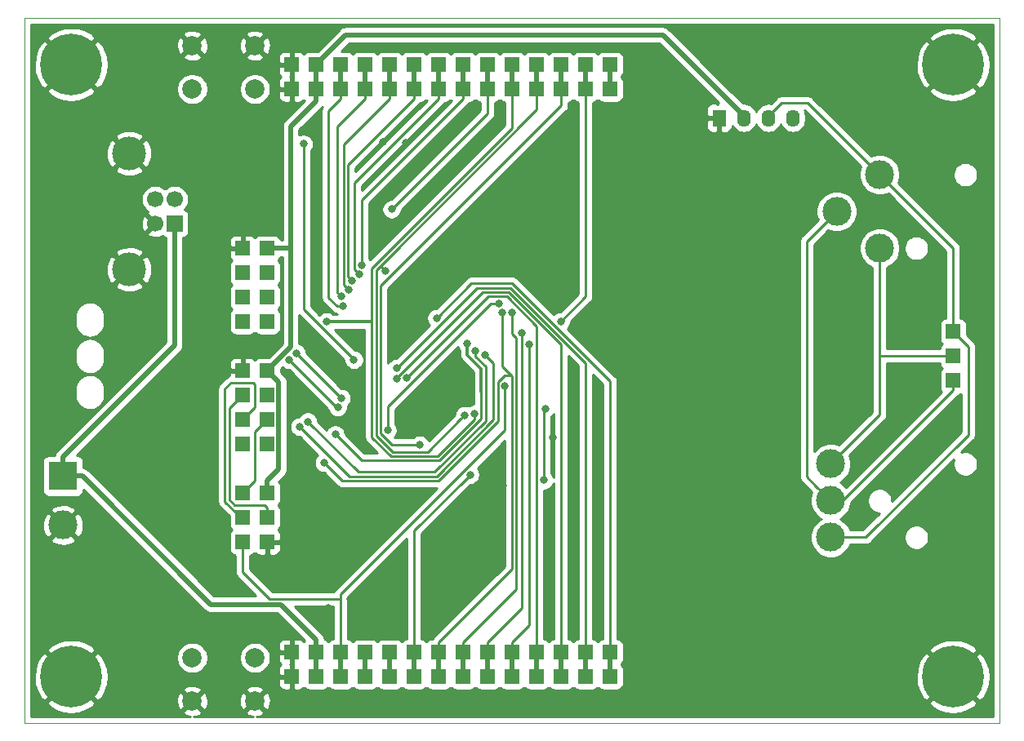
<source format=gbr>
G04 #@! TF.GenerationSoftware,KiCad,Pcbnew,5.1.2+dfsg1-1*
G04 #@! TF.CreationDate,2019-07-22T14:37:20+02:00*
G04 #@! TF.ProjectId,art_controller_3200,6172745f-636f-46e7-9472-6f6c6c65725f,A*
G04 #@! TF.SameCoordinates,Original*
G04 #@! TF.FileFunction,Copper,L1,Top*
G04 #@! TF.FilePolarity,Positive*
%FSLAX46Y46*%
G04 Gerber Fmt 4.6, Leading zero omitted, Abs format (unit mm)*
G04 Created by KiCad (PCBNEW 5.1.2+dfsg1-1) date 2019-07-22 14:37:20*
%MOMM*%
%LPD*%
G04 APERTURE LIST*
%ADD10C,0.050000*%
%ADD11C,0.800000*%
%ADD12C,2.000000*%
%ADD13R,1.524000X1.524000*%
%ADD14C,3.000000*%
%ADD15R,3.000000X3.000000*%
%ADD16R,1.700000X1.700000*%
%ADD17C,1.700000*%
%ADD18C,3.500000*%
%ADD19R,1.400000X1.800000*%
%ADD20O,1.400000X1.800000*%
%ADD21C,6.400000*%
%ADD22C,0.500000*%
%ADD23C,0.250000*%
%ADD24C,0.300000*%
%ADD25C,0.254000*%
G04 APERTURE END LIST*
D10*
X195326000Y-63754000D02*
X94234000Y-63754000D01*
X94234000Y-136906000D02*
X94234000Y-63754000D01*
X195326000Y-136906000D02*
X94234000Y-136906000D01*
X195326000Y-63754000D02*
X195326000Y-136906000D01*
D11*
X107500000Y-128300000D03*
X106200000Y-123200000D03*
X114900000Y-128900000D03*
X104600000Y-128900000D03*
X120100000Y-126300000D03*
X116400000Y-126300000D03*
X110000000Y-123200000D03*
X104600000Y-126600000D03*
D12*
X118110000Y-66620000D03*
X118110000Y-71120000D03*
X111610000Y-66620000D03*
X111610000Y-71120000D03*
D11*
X176911000Y-92202000D03*
X173355000Y-92202000D03*
X174371000Y-85344000D03*
X182880000Y-83439000D03*
X186309000Y-80518000D03*
X186690000Y-110236000D03*
X193294000Y-105029000D03*
X188976000Y-113919000D03*
X167200000Y-111900000D03*
X166200000Y-122850000D03*
X170550000Y-124800000D03*
X183450000Y-117500000D03*
X182900000Y-123800000D03*
X187900000Y-121450000D03*
X186650000Y-97350000D03*
X184750000Y-91500000D03*
X181300000Y-91600000D03*
X176950000Y-89350000D03*
X170400000Y-117100000D03*
X166550000Y-117350000D03*
X159600000Y-116100000D03*
X159500000Y-93000000D03*
X160000000Y-104800000D03*
X159950000Y-98100000D03*
X108050000Y-92500000D03*
X111300000Y-91600000D03*
X130350000Y-115300000D03*
X130350000Y-123450000D03*
X105550000Y-114600000D03*
X106350000Y-119500000D03*
X108600000Y-117450000D03*
X109950000Y-126600000D03*
X112100000Y-119500000D03*
X115200000Y-120700000D03*
X122300000Y-113700000D03*
X133950000Y-113750000D03*
X151250000Y-100500000D03*
X143850000Y-112300000D03*
X173450000Y-110000000D03*
X167750000Y-107500000D03*
X179000000Y-120350000D03*
X180150000Y-123250000D03*
X171400000Y-120950000D03*
X172950000Y-114550000D03*
X179350000Y-97400000D03*
X177550000Y-100650000D03*
X186850000Y-99900000D03*
X183350000Y-106900000D03*
X190050000Y-105450000D03*
X191900000Y-90350000D03*
X188750000Y-90350000D03*
X190400000Y-84800000D03*
X179450000Y-73250000D03*
X165600000Y-67800000D03*
X162150000Y-70500000D03*
X120050000Y-81100000D03*
X113100000Y-87100000D03*
X111550000Y-78050000D03*
X113150000Y-83500000D03*
X111600000Y-81250000D03*
X143100000Y-120400000D03*
X148600000Y-122950000D03*
X151150000Y-122950000D03*
X153700000Y-122950000D03*
X156700000Y-122900000D03*
X125650000Y-122200000D03*
X125700000Y-125000000D03*
X128000000Y-124000000D03*
X132600000Y-121200000D03*
X99100000Y-106250000D03*
X102500000Y-107300000D03*
X112700000Y-106250000D03*
X103900000Y-100750000D03*
X106000000Y-103850000D03*
X108650000Y-100700000D03*
X105250000Y-97150000D03*
X114600000Y-97000000D03*
X114600000Y-100300000D03*
X118100000Y-97100000D03*
X134850000Y-102800000D03*
X133300000Y-90850000D03*
X148900000Y-79250000D03*
X153700000Y-79250000D03*
X124700000Y-76900000D03*
X124300000Y-84100000D03*
X124300000Y-81100000D03*
X132550000Y-81300000D03*
X131400000Y-76650000D03*
X133800000Y-76700000D03*
X137200000Y-76700000D03*
X139800000Y-77900000D03*
X148450000Y-116050000D03*
X151200000Y-116050000D03*
X153700000Y-104950000D03*
X151350000Y-105850000D03*
X149000000Y-107250000D03*
X160350000Y-111450000D03*
X164900000Y-92200000D03*
X167100000Y-95150000D03*
X166900000Y-99050000D03*
X170450000Y-87950000D03*
X175800000Y-78650000D03*
X172650000Y-78700000D03*
X166400000Y-79600000D03*
X161700000Y-78900000D03*
X158650000Y-81550000D03*
X159800000Y-87750000D03*
X128400000Y-104850000D03*
X127150000Y-113650000D03*
X122750000Y-102950000D03*
X127550000Y-101600000D03*
X123900000Y-97100000D03*
X128000000Y-96450000D03*
X136300000Y-89950000D03*
X138250000Y-89500000D03*
X141000000Y-85950000D03*
X149250000Y-91050000D03*
X145950000Y-85300000D03*
X133550000Y-107000000D03*
X139900000Y-115800000D03*
X134100000Y-96950000D03*
X138000000Y-101700000D03*
D12*
X111610000Y-134620000D03*
X111610000Y-130120000D03*
X118110000Y-134620000D03*
X118110000Y-130120000D03*
D13*
X119380000Y-118110000D03*
X116840000Y-118110000D03*
X119380000Y-115570000D03*
X116840000Y-115570000D03*
X119380000Y-113030000D03*
X116840000Y-113030000D03*
X116840000Y-100330000D03*
X119380000Y-100330000D03*
X116840000Y-102870000D03*
X119380000Y-102870000D03*
X116840000Y-105410000D03*
X119380000Y-105410000D03*
X116840000Y-107950000D03*
X119380000Y-107950000D03*
X119380000Y-95250000D03*
X116840000Y-95250000D03*
X119380000Y-92710000D03*
X116840000Y-92710000D03*
X119380000Y-90170000D03*
X116840000Y-90170000D03*
X119380000Y-87630000D03*
X116840000Y-87630000D03*
D14*
X182880000Y-87630000D03*
X182880000Y-80010000D03*
X178430000Y-83820000D03*
X177800000Y-117630000D03*
X177800000Y-110010000D03*
X177800000Y-113820000D03*
D15*
X98210000Y-111280000D03*
D14*
X98210000Y-116360000D03*
D16*
X109780000Y-85070000D03*
D17*
X109780000Y-82570000D03*
X107780000Y-82570000D03*
X107780000Y-85070000D03*
D18*
X105070000Y-89840000D03*
X105070000Y-77800000D03*
D19*
X166260000Y-74120000D03*
D20*
X168800000Y-74120000D03*
X171340000Y-74120000D03*
X173880000Y-74120000D03*
D21*
X190500000Y-132080000D03*
X190500000Y-68580000D03*
X99060000Y-68580000D03*
X99060000Y-132080000D03*
D13*
X190500000Y-101360000D03*
X190500000Y-98820000D03*
X190500000Y-96280000D03*
X154940000Y-129540000D03*
X154940000Y-132080000D03*
X152400000Y-129540000D03*
X152400000Y-132080000D03*
X149860000Y-129540000D03*
X149860000Y-132080000D03*
X147320000Y-129540000D03*
X147320000Y-132080000D03*
X144780000Y-129540000D03*
X144780000Y-132080000D03*
X142240000Y-129540000D03*
X142240000Y-132080000D03*
X139700000Y-129540000D03*
X139700000Y-132080000D03*
X137160000Y-129540000D03*
X137160000Y-132080000D03*
X134620000Y-129540000D03*
X134620000Y-132080000D03*
X132080000Y-129540000D03*
X132080000Y-132080000D03*
X129540000Y-129540000D03*
X129540000Y-132080000D03*
X127000000Y-129540000D03*
X127000000Y-132080000D03*
X124460000Y-129540000D03*
X124460000Y-132080000D03*
X121920000Y-129540000D03*
X121920000Y-132080000D03*
X121920000Y-71120000D03*
X121920000Y-68580000D03*
X124460000Y-71120000D03*
X124460000Y-68580000D03*
X127000000Y-71120000D03*
X127000000Y-68580000D03*
X129540000Y-71120000D03*
X129540000Y-68580000D03*
X132080000Y-71120000D03*
X132080000Y-68580000D03*
X134620000Y-71120000D03*
X134620000Y-68580000D03*
X137160000Y-71120000D03*
X137160000Y-68580000D03*
X139700000Y-71120000D03*
X139700000Y-68580000D03*
X142240000Y-71120000D03*
X142240000Y-68580000D03*
X144780000Y-71120000D03*
X144780000Y-68580000D03*
X147320000Y-71120000D03*
X147320000Y-68580000D03*
X149860000Y-71120000D03*
X149860000Y-68580000D03*
X152400000Y-71120000D03*
X152400000Y-68580000D03*
X154940000Y-71120000D03*
X154940000Y-68580000D03*
D11*
X148100000Y-111700000D03*
X148200000Y-104300000D03*
X133807340Y-101117340D03*
X132290386Y-83596309D03*
X129170000Y-89360000D03*
X128897669Y-90322216D03*
X128177240Y-91015762D03*
X127842779Y-91958184D03*
X127049333Y-92642751D03*
X127212722Y-93657030D03*
X123595807Y-105616489D03*
X140977738Y-98297303D03*
X145819989Y-96419989D03*
X146544990Y-97620000D03*
X141950000Y-98700000D03*
X122750000Y-106150000D03*
X122400000Y-98530000D03*
X127050000Y-103200000D03*
X121674187Y-99217895D03*
X126696599Y-104135474D03*
X131860000Y-106520000D03*
X143437660Y-93407660D03*
X139869847Y-104959847D03*
X131660000Y-89980000D03*
X140863500Y-104847340D03*
X125550000Y-95260000D03*
X149810000Y-95240000D03*
X135190000Y-108040000D03*
X143760927Y-94353980D03*
X125290000Y-109900000D03*
X144808049Y-94292743D03*
X126450000Y-106950000D03*
X140127546Y-97564055D03*
X132807825Y-101148841D03*
X132793669Y-100078023D03*
X136948193Y-94898193D03*
X140422660Y-111152660D03*
X144025032Y-101925000D03*
X123170000Y-76820000D03*
X128370000Y-99220000D03*
D22*
X124460000Y-71120000D02*
X124460000Y-68580000D01*
X121820000Y-97870000D02*
X121820000Y-90070000D01*
X119380000Y-100330000D02*
X119380000Y-100310000D01*
X119380000Y-100310000D02*
X121820000Y-97870000D01*
X124460000Y-71120000D02*
X124460000Y-72380000D01*
X124460000Y-72380000D02*
X121820000Y-75020000D01*
X121690000Y-87630000D02*
X121820000Y-87500000D01*
X119380000Y-87630000D02*
X121690000Y-87630000D01*
X121820000Y-75020000D02*
X121820000Y-87500000D01*
X121820000Y-87500000D02*
X121820000Y-90070000D01*
X160400000Y-65520000D02*
X127520000Y-65520000D01*
X168800000Y-74120000D02*
X168800000Y-73920000D01*
X127520000Y-65520000D02*
X124460000Y-68580000D01*
X168800000Y-73920000D02*
X160400000Y-65520000D01*
D23*
X148100000Y-111700000D02*
X148100000Y-104400000D01*
X148100000Y-104400000D02*
X148200000Y-104300000D01*
D22*
X120592001Y-101542001D02*
X119380000Y-100330000D01*
X120592001Y-110555999D02*
X120592001Y-101542001D01*
X119380000Y-111768000D02*
X120592001Y-110555999D01*
X119380000Y-113030000D02*
X119380000Y-111768000D01*
X109780000Y-97710000D02*
X109780000Y-86420000D01*
X109780000Y-86420000D02*
X109780000Y-85070000D01*
X98210000Y-109280000D02*
X109780000Y-97710000D01*
X98210000Y-111280000D02*
X98210000Y-109280000D01*
X124460000Y-129540000D02*
X124460000Y-132080000D01*
X120767011Y-124585011D02*
X124460000Y-128278000D01*
X124460000Y-128278000D02*
X124460000Y-129540000D01*
X113515011Y-124585011D02*
X120767011Y-124585011D01*
X100210000Y-111280000D02*
X113515011Y-124585011D01*
X98210000Y-111280000D02*
X100210000Y-111280000D01*
X147320000Y-129540000D02*
X147320000Y-132080000D01*
D23*
X147320000Y-95731692D02*
X144228307Y-92639999D01*
X134207339Y-100717341D02*
X133807340Y-101117340D01*
X142284681Y-92639999D02*
X134207339Y-100717341D01*
X147320000Y-129540000D02*
X147320000Y-95731692D01*
X144228307Y-92639999D02*
X142284681Y-92639999D01*
D22*
X142240000Y-71120000D02*
X142240000Y-68580000D01*
D23*
X142240000Y-71120000D02*
X142240000Y-73646695D01*
X142240000Y-73646695D02*
X132290386Y-83596309D01*
D22*
X139700000Y-71120000D02*
X139700000Y-68580000D01*
D23*
X139700000Y-71120000D02*
X139700000Y-72132000D01*
X139700000Y-72132000D02*
X129170000Y-82662000D01*
X129170000Y-82662000D02*
X129170000Y-89360000D01*
D22*
X137160000Y-71120000D02*
X137160000Y-68580000D01*
D23*
X128497670Y-89922217D02*
X128897669Y-90322216D01*
X128414998Y-80877002D02*
X128414998Y-89839545D01*
X128414998Y-89839545D02*
X128497670Y-89922217D01*
X137160000Y-72132000D02*
X128414998Y-80877002D01*
X137160000Y-71120000D02*
X137160000Y-72132000D01*
D22*
X134620000Y-68580000D02*
X134620000Y-71120000D01*
D23*
X134620000Y-71120000D02*
X134620000Y-72132000D01*
X134620000Y-72132000D02*
X127777241Y-78974759D01*
X127777241Y-78974759D02*
X127777241Y-90615763D01*
X127777241Y-90615763D02*
X128177240Y-91015762D01*
D22*
X132080000Y-71120000D02*
X132080000Y-68580000D01*
D23*
X132080000Y-71120000D02*
X132080000Y-72132000D01*
X132080000Y-72132000D02*
X127300001Y-76911999D01*
X127300001Y-91415406D02*
X127442780Y-91558185D01*
X127442780Y-91558185D02*
X127842779Y-91958184D01*
X127300001Y-76911999D02*
X127300001Y-91415406D01*
D22*
X129540000Y-68580000D02*
X129540000Y-71120000D01*
D23*
X129540000Y-72132000D02*
X126649334Y-75022666D01*
X129540000Y-71120000D02*
X129540000Y-72132000D01*
X126649334Y-92242752D02*
X127049333Y-92642751D01*
X126649334Y-75022666D02*
X126649334Y-92242752D01*
D22*
X127000000Y-71120000D02*
X127000000Y-68580000D01*
D23*
X127000000Y-72132000D02*
X125750001Y-73381999D01*
X126647037Y-93657030D02*
X127212722Y-93657030D01*
X125750001Y-73381999D02*
X125750001Y-92759994D01*
X125750001Y-92759994D02*
X126647037Y-93657030D01*
X127000000Y-71120000D02*
X127000000Y-72132000D01*
D22*
X142240000Y-129540000D02*
X142240000Y-132080000D01*
D23*
X119380000Y-114558000D02*
X119380000Y-115570000D01*
X119112000Y-114290000D02*
X119380000Y-114558000D01*
X116006410Y-114290000D02*
X119112000Y-114290000D01*
X115450001Y-113733591D02*
X116006410Y-114290000D01*
X116840000Y-102870000D02*
X115450001Y-104259999D01*
X115450001Y-104259999D02*
X115450001Y-113733591D01*
X142063512Y-105550078D02*
X142063512Y-99941746D01*
X142063512Y-99941746D02*
X140977738Y-98855972D01*
X136763590Y-110850000D02*
X142063512Y-105550078D01*
X128829318Y-110850000D02*
X136763590Y-110850000D01*
X140977738Y-98855972D02*
X140977738Y-98297303D01*
X123595807Y-105616489D02*
X128829318Y-110850000D01*
X142240000Y-128528000D02*
X145819989Y-124948011D01*
X145819989Y-124948011D02*
X145819989Y-96419989D01*
X142240000Y-129540000D02*
X142240000Y-128528000D01*
D22*
X144780000Y-132080000D02*
X144780000Y-129540000D01*
D23*
X119380000Y-105420000D02*
X119380000Y-105410000D01*
X116840000Y-113030000D02*
X118110000Y-111760000D01*
X118110000Y-106690000D02*
X119380000Y-105420000D01*
X118110000Y-111760000D02*
X118110000Y-106690000D01*
X146544990Y-126763010D02*
X146544990Y-98185685D01*
X144780000Y-129540000D02*
X144780000Y-128528000D01*
X146544990Y-98185685D02*
X146544990Y-97620000D01*
X144780000Y-128528000D02*
X146544990Y-126763010D01*
X141950000Y-98700000D02*
X142850011Y-99600011D01*
X142850011Y-105399990D02*
X136949990Y-111300011D01*
X123149999Y-106549999D02*
X122750000Y-106150000D01*
X142850011Y-99600011D02*
X142850011Y-105399990D01*
X127900011Y-111300011D02*
X123149999Y-106549999D01*
X136949990Y-111300011D02*
X127900011Y-111300011D01*
X122400000Y-98530000D02*
X127050000Y-103180000D01*
X127050000Y-103180000D02*
X127050000Y-103200000D01*
X121674187Y-99217895D02*
X126591766Y-104135474D01*
X126591766Y-104135474D02*
X126696599Y-104135474D01*
D22*
X154940000Y-71120000D02*
X154940000Y-68580000D01*
D23*
X142550000Y-93400000D02*
X143430000Y-93400000D01*
X143430000Y-93400000D02*
X143437660Y-93407660D01*
X131860000Y-106520000D02*
X131860000Y-104090000D01*
X131860000Y-104090000D02*
X142550000Y-93400000D01*
X179052000Y-113820000D02*
X177800000Y-113820000D01*
X190500000Y-102372000D02*
X179052000Y-113820000D01*
X190500000Y-101360000D02*
X190500000Y-102372000D01*
X176300001Y-112320001D02*
X177800000Y-113820000D01*
X175320000Y-111340000D02*
X176300001Y-112320001D01*
X178430000Y-83820000D02*
X175320000Y-86930000D01*
X175320000Y-86930000D02*
X175320000Y-111340000D01*
X182880000Y-104930000D02*
X177800000Y-110010000D01*
X189468000Y-98800000D02*
X182880000Y-98800000D01*
X190500000Y-98820000D02*
X189488000Y-98820000D01*
X182880000Y-87630000D02*
X182880000Y-98800000D01*
X189488000Y-98820000D02*
X189468000Y-98800000D01*
X182880000Y-98800000D02*
X182880000Y-104930000D01*
D22*
X147320000Y-68580000D02*
X147320000Y-71120000D01*
D23*
X147320000Y-71120000D02*
X147320000Y-73249414D01*
X136064694Y-108765000D02*
X139469848Y-105359846D01*
X132395588Y-108765000D02*
X136064694Y-108765000D01*
X139469848Y-105359846D02*
X139869847Y-104959847D01*
X130684992Y-89884422D02*
X130684992Y-107054404D01*
X130684992Y-107054404D02*
X132395588Y-108765000D01*
X147320000Y-73249414D02*
X131119707Y-89449707D01*
X131119707Y-89449707D02*
X130684992Y-89884422D01*
X131129707Y-89449707D02*
X131119707Y-89449707D01*
X131660000Y-89980000D02*
X131129707Y-89449707D01*
D22*
X144780000Y-71120000D02*
X144780000Y-68580000D01*
D24*
X125550000Y-95260000D02*
X126115685Y-95260000D01*
X126140704Y-95285019D02*
X130209982Y-95285019D01*
X126115685Y-95260000D02*
X126140704Y-95285019D01*
D23*
X140863500Y-105413024D02*
X140863500Y-104847340D01*
X144780000Y-75153004D02*
X130234981Y-89698023D01*
X144780000Y-71120000D02*
X144780000Y-75153004D01*
X130234981Y-89698023D02*
X130234981Y-107240803D01*
X130234981Y-107240803D02*
X132209189Y-109215011D01*
X132209189Y-109215011D02*
X137061513Y-109215011D01*
X137061513Y-109215011D02*
X140863500Y-105413024D01*
D22*
X152400000Y-71120000D02*
X152400000Y-68580000D01*
D23*
X152400000Y-71120000D02*
X152400000Y-92650000D01*
X152400000Y-92650000D02*
X149810000Y-95240000D01*
D22*
X149860000Y-71120000D02*
X149860000Y-68580000D01*
D23*
X149860000Y-72833002D02*
X131134999Y-91558003D01*
X131134999Y-106868001D02*
X132306998Y-108040000D01*
X134624315Y-108040000D02*
X135190000Y-108040000D01*
X132306998Y-108040000D02*
X134624315Y-108040000D01*
X149860000Y-71120000D02*
X149860000Y-72833002D01*
X131134999Y-91558003D02*
X131134999Y-106868001D01*
D22*
X137160000Y-129540000D02*
X137160000Y-132080000D01*
D23*
X137160000Y-129540000D02*
X137160000Y-128528000D01*
X143300022Y-101481976D02*
X143300022Y-105586390D01*
X127140022Y-111750022D02*
X125689999Y-110299999D01*
X125689999Y-110299999D02*
X125290000Y-109900000D01*
X143966997Y-100815001D02*
X143300022Y-101481976D01*
X143300022Y-105586390D02*
X137136390Y-111750022D01*
X144750034Y-100910034D02*
X144655001Y-100815001D01*
X144655001Y-100815001D02*
X143966997Y-100815001D01*
X144750034Y-120937966D02*
X144750034Y-100910034D01*
X137160000Y-128528000D02*
X144750034Y-120937966D01*
X137136390Y-111750022D02*
X127140022Y-111750022D01*
X144655001Y-100815001D02*
X143760927Y-99920927D01*
X143760927Y-99920927D02*
X143760927Y-94919665D01*
X143760927Y-94919665D02*
X143760927Y-94353980D01*
D22*
X139700000Y-132080000D02*
X139700000Y-129540000D01*
D23*
X118120000Y-101790000D02*
X118120000Y-104130000D01*
X116650000Y-115570000D02*
X114999990Y-113919990D01*
X114999990Y-113919990D02*
X114999990Y-102220010D01*
X116840000Y-115570000D02*
X116650000Y-115570000D01*
X114999990Y-102220010D02*
X115610000Y-101610000D01*
X115610000Y-101610000D02*
X117940000Y-101610000D01*
X118120000Y-104130000D02*
X116840000Y-105410000D01*
X117940000Y-101610000D02*
X118120000Y-101790000D01*
X141588501Y-105324433D02*
X141588501Y-102538501D01*
X137247914Y-109665020D02*
X141588501Y-105324433D01*
X126450000Y-106950000D02*
X129165020Y-109665020D01*
X129165020Y-109665020D02*
X137247914Y-109665020D01*
D24*
X140150000Y-97586509D02*
X140127546Y-97564055D01*
X141588501Y-102538501D02*
X141588501Y-100138501D01*
X140150000Y-98700000D02*
X140150000Y-97586509D01*
X141588501Y-100138501D02*
X140150000Y-98700000D01*
D23*
X144808049Y-96541075D02*
X144808049Y-94858428D01*
X144808049Y-94858428D02*
X144808049Y-94292743D01*
X145200045Y-123027955D02*
X145200045Y-96933071D01*
X145200045Y-96933071D02*
X144808049Y-96541075D01*
X139700000Y-129540000D02*
X139700000Y-128528000D01*
X139700000Y-128528000D02*
X145200045Y-123027955D01*
D22*
X149860000Y-132080000D02*
X149860000Y-129540000D01*
D23*
X149860000Y-129540000D02*
X149860000Y-97635282D01*
X144414707Y-92189989D02*
X141707009Y-92189989D01*
X149860000Y-97635282D02*
X144414707Y-92189989D01*
X132807825Y-101089173D02*
X132807825Y-101148841D01*
X141707009Y-92189989D02*
X132807825Y-101089173D01*
D22*
X152400000Y-129540000D02*
X152400000Y-132080000D01*
D23*
X141131713Y-91739979D02*
X132793669Y-100078023D01*
X144601107Y-91739979D02*
X141131713Y-91739979D01*
X152400000Y-129540000D02*
X152400000Y-99538872D01*
X152400000Y-99538872D02*
X144601107Y-91739979D01*
D22*
X154940000Y-132080000D02*
X154940000Y-129540000D01*
D23*
X140556417Y-91289969D02*
X136948193Y-94898193D01*
X144787507Y-91289969D02*
X140556417Y-91289969D01*
X154940000Y-129540000D02*
X154940000Y-101442462D01*
X154940000Y-101442462D02*
X144787507Y-91289969D01*
D22*
X134620000Y-129540000D02*
X134620000Y-132080000D01*
D23*
X140022661Y-111552659D02*
X140422660Y-111152660D01*
X134620000Y-129540000D02*
X134620000Y-116955320D01*
X134620000Y-116955320D02*
X140022661Y-111552659D01*
D22*
X132080000Y-132080000D02*
X132080000Y-129540000D01*
X129540000Y-129540000D02*
X129540000Y-132080000D01*
X127000000Y-132080000D02*
X127000000Y-129540000D01*
D23*
X127000000Y-128528000D02*
X127000000Y-129540000D01*
X126950000Y-124010000D02*
X127000000Y-123960000D01*
X119606998Y-124010000D02*
X126950000Y-124010000D01*
X116840000Y-121243002D02*
X119606998Y-124010000D01*
X127000000Y-129540000D02*
X127000000Y-123960000D01*
X116840000Y-118110000D02*
X116840000Y-121243002D01*
X144025032Y-106524968D02*
X144025032Y-102490685D01*
X144025032Y-102490685D02*
X144025032Y-101925000D01*
X127000000Y-123550000D02*
X144025032Y-106524968D01*
X127000000Y-123960000D02*
X127000000Y-123550000D01*
X128370000Y-99153002D02*
X128370000Y-99220000D01*
X123170000Y-76820000D02*
X123170000Y-93953002D01*
X123170000Y-93953002D02*
X128370000Y-99153002D01*
X190500000Y-87620000D02*
X190500000Y-95268000D01*
X182880000Y-80010000D02*
X182890000Y-80010000D01*
X190500000Y-95268000D02*
X190500000Y-96280000D01*
X182890000Y-80010000D02*
X190500000Y-87620000D01*
X190510000Y-96280000D02*
X190500000Y-96280000D01*
X192100000Y-97870000D02*
X190510000Y-96280000D01*
X192100000Y-106970000D02*
X192100000Y-97870000D01*
X177800000Y-117630000D02*
X181440000Y-117630000D01*
X181440000Y-117630000D02*
X192100000Y-106970000D01*
X175380000Y-72540000D02*
X172720000Y-72540000D01*
X171340000Y-73920000D02*
X171340000Y-74120000D01*
X182880000Y-80010000D02*
X182850000Y-80010000D01*
X172720000Y-72540000D02*
X171340000Y-73920000D01*
X182850000Y-80010000D02*
X175380000Y-72540000D01*
D25*
G36*
X194666001Y-136246000D02*
G01*
X118287212Y-136246000D01*
X118491675Y-136217961D01*
X118796088Y-136112795D01*
X118970044Y-136019814D01*
X119065808Y-135755413D01*
X118110000Y-134799605D01*
X117154192Y-135755413D01*
X117249956Y-136019814D01*
X117539571Y-136160704D01*
X117851108Y-136242384D01*
X117911235Y-136246000D01*
X111787212Y-136246000D01*
X111991675Y-136217961D01*
X112296088Y-136112795D01*
X112470044Y-136019814D01*
X112565808Y-135755413D01*
X111610000Y-134799605D01*
X110654192Y-135755413D01*
X110749956Y-136019814D01*
X111039571Y-136160704D01*
X111351108Y-136242384D01*
X111411235Y-136246000D01*
X94894000Y-136246000D01*
X94894000Y-134780881D01*
X96538724Y-134780881D01*
X96898912Y-135270548D01*
X97562882Y-135630849D01*
X98284385Y-135854694D01*
X99035695Y-135933480D01*
X99787938Y-135864178D01*
X100512208Y-135649452D01*
X101180670Y-135297555D01*
X101221088Y-135270548D01*
X101581276Y-134780881D01*
X101482990Y-134682595D01*
X109968282Y-134682595D01*
X110012039Y-135001675D01*
X110117205Y-135306088D01*
X110210186Y-135480044D01*
X110474587Y-135575808D01*
X111430395Y-134620000D01*
X111789605Y-134620000D01*
X112745413Y-135575808D01*
X113009814Y-135480044D01*
X113150704Y-135190429D01*
X113232384Y-134878892D01*
X113244189Y-134682595D01*
X116468282Y-134682595D01*
X116512039Y-135001675D01*
X116617205Y-135306088D01*
X116710186Y-135480044D01*
X116974587Y-135575808D01*
X117930395Y-134620000D01*
X118289605Y-134620000D01*
X119245413Y-135575808D01*
X119509814Y-135480044D01*
X119650704Y-135190429D01*
X119732384Y-134878892D01*
X119738278Y-134780881D01*
X187978724Y-134780881D01*
X188338912Y-135270548D01*
X189002882Y-135630849D01*
X189724385Y-135854694D01*
X190475695Y-135933480D01*
X191227938Y-135864178D01*
X191952208Y-135649452D01*
X192620670Y-135297555D01*
X192661088Y-135270548D01*
X193021276Y-134780881D01*
X190500000Y-132259605D01*
X187978724Y-134780881D01*
X119738278Y-134780881D01*
X119751718Y-134557405D01*
X119707961Y-134238325D01*
X119602795Y-133933912D01*
X119509814Y-133759956D01*
X119245413Y-133664192D01*
X118289605Y-134620000D01*
X117930395Y-134620000D01*
X116974587Y-133664192D01*
X116710186Y-133759956D01*
X116569296Y-134049571D01*
X116487616Y-134361108D01*
X116468282Y-134682595D01*
X113244189Y-134682595D01*
X113251718Y-134557405D01*
X113207961Y-134238325D01*
X113102795Y-133933912D01*
X113009814Y-133759956D01*
X112745413Y-133664192D01*
X111789605Y-134620000D01*
X111430395Y-134620000D01*
X110474587Y-133664192D01*
X110210186Y-133759956D01*
X110069296Y-134049571D01*
X109987616Y-134361108D01*
X109968282Y-134682595D01*
X101482990Y-134682595D01*
X99060000Y-132259605D01*
X96538724Y-134780881D01*
X94894000Y-134780881D01*
X94894000Y-132055695D01*
X95206520Y-132055695D01*
X95275822Y-132807938D01*
X95490548Y-133532208D01*
X95842445Y-134200670D01*
X95869452Y-134241088D01*
X96359119Y-134601276D01*
X98880395Y-132080000D01*
X99239605Y-132080000D01*
X101760881Y-134601276D01*
X102250548Y-134241088D01*
X102610849Y-133577118D01*
X102639556Y-133484587D01*
X110654192Y-133484587D01*
X111610000Y-134440395D01*
X112565808Y-133484587D01*
X117154192Y-133484587D01*
X118110000Y-134440395D01*
X119065808Y-133484587D01*
X118970044Y-133220186D01*
X118680429Y-133079296D01*
X118368892Y-132997616D01*
X118047405Y-132978282D01*
X117728325Y-133022039D01*
X117423912Y-133127205D01*
X117249956Y-133220186D01*
X117154192Y-133484587D01*
X112565808Y-133484587D01*
X112470044Y-133220186D01*
X112180429Y-133079296D01*
X111868892Y-132997616D01*
X111547405Y-132978282D01*
X111228325Y-133022039D01*
X110923912Y-133127205D01*
X110749956Y-133220186D01*
X110654192Y-133484587D01*
X102639556Y-133484587D01*
X102834694Y-132855615D01*
X102836121Y-132842000D01*
X120519928Y-132842000D01*
X120532188Y-132966482D01*
X120568498Y-133086180D01*
X120627463Y-133196494D01*
X120706815Y-133293185D01*
X120803506Y-133372537D01*
X120913820Y-133431502D01*
X121033518Y-133467812D01*
X121158000Y-133480072D01*
X121634250Y-133477000D01*
X121793000Y-133318250D01*
X121793000Y-132207000D01*
X120681750Y-132207000D01*
X120523000Y-132365750D01*
X120519928Y-132842000D01*
X102836121Y-132842000D01*
X102913480Y-132104305D01*
X102844178Y-131352062D01*
X102629452Y-130627792D01*
X102277555Y-129959330D01*
X102277313Y-129958967D01*
X109975000Y-129958967D01*
X109975000Y-130281033D01*
X110037832Y-130596912D01*
X110161082Y-130894463D01*
X110340013Y-131162252D01*
X110567748Y-131389987D01*
X110835537Y-131568918D01*
X111133088Y-131692168D01*
X111448967Y-131755000D01*
X111771033Y-131755000D01*
X112086912Y-131692168D01*
X112384463Y-131568918D01*
X112652252Y-131389987D01*
X112879987Y-131162252D01*
X113058918Y-130894463D01*
X113182168Y-130596912D01*
X113245000Y-130281033D01*
X113245000Y-129958967D01*
X116475000Y-129958967D01*
X116475000Y-130281033D01*
X116537832Y-130596912D01*
X116661082Y-130894463D01*
X116840013Y-131162252D01*
X117067748Y-131389987D01*
X117335537Y-131568918D01*
X117633088Y-131692168D01*
X117948967Y-131755000D01*
X118271033Y-131755000D01*
X118586912Y-131692168D01*
X118884463Y-131568918D01*
X119152252Y-131389987D01*
X119379987Y-131162252D01*
X119558918Y-130894463D01*
X119682168Y-130596912D01*
X119740829Y-130302000D01*
X120519928Y-130302000D01*
X120532188Y-130426482D01*
X120568498Y-130546180D01*
X120627463Y-130656494D01*
X120706815Y-130753185D01*
X120776044Y-130810000D01*
X120706815Y-130866815D01*
X120627463Y-130963506D01*
X120568498Y-131073820D01*
X120532188Y-131193518D01*
X120519928Y-131318000D01*
X120523000Y-131794250D01*
X120681750Y-131953000D01*
X121793000Y-131953000D01*
X121793000Y-130841750D01*
X121761250Y-130810000D01*
X121793000Y-130778250D01*
X121793000Y-129667000D01*
X120681750Y-129667000D01*
X120523000Y-129825750D01*
X120519928Y-130302000D01*
X119740829Y-130302000D01*
X119745000Y-130281033D01*
X119745000Y-129958967D01*
X119682168Y-129643088D01*
X119558918Y-129345537D01*
X119379987Y-129077748D01*
X119152252Y-128850013D01*
X119044477Y-128778000D01*
X120519928Y-128778000D01*
X120523000Y-129254250D01*
X120681750Y-129413000D01*
X121793000Y-129413000D01*
X121793000Y-128301750D01*
X121634250Y-128143000D01*
X121158000Y-128139928D01*
X121033518Y-128152188D01*
X120913820Y-128188498D01*
X120803506Y-128247463D01*
X120706815Y-128326815D01*
X120627463Y-128423506D01*
X120568498Y-128533820D01*
X120532188Y-128653518D01*
X120519928Y-128778000D01*
X119044477Y-128778000D01*
X118884463Y-128671082D01*
X118586912Y-128547832D01*
X118271033Y-128485000D01*
X117948967Y-128485000D01*
X117633088Y-128547832D01*
X117335537Y-128671082D01*
X117067748Y-128850013D01*
X116840013Y-129077748D01*
X116661082Y-129345537D01*
X116537832Y-129643088D01*
X116475000Y-129958967D01*
X113245000Y-129958967D01*
X113182168Y-129643088D01*
X113058918Y-129345537D01*
X112879987Y-129077748D01*
X112652252Y-128850013D01*
X112384463Y-128671082D01*
X112086912Y-128547832D01*
X111771033Y-128485000D01*
X111448967Y-128485000D01*
X111133088Y-128547832D01*
X110835537Y-128671082D01*
X110567748Y-128850013D01*
X110340013Y-129077748D01*
X110161082Y-129345537D01*
X110037832Y-129643088D01*
X109975000Y-129958967D01*
X102277313Y-129958967D01*
X102250548Y-129918912D01*
X101760881Y-129558724D01*
X99239605Y-132080000D01*
X98880395Y-132080000D01*
X96359119Y-129558724D01*
X95869452Y-129918912D01*
X95509151Y-130582882D01*
X95285306Y-131304385D01*
X95206520Y-132055695D01*
X94894000Y-132055695D01*
X94894000Y-129379119D01*
X96538724Y-129379119D01*
X99060000Y-131900395D01*
X101581276Y-129379119D01*
X101221088Y-128889452D01*
X100557118Y-128529151D01*
X99835615Y-128305306D01*
X99084305Y-128226520D01*
X98332062Y-128295822D01*
X97607792Y-128510548D01*
X96939330Y-128862445D01*
X96898912Y-128889452D01*
X96538724Y-129379119D01*
X94894000Y-129379119D01*
X94894000Y-117851653D01*
X96897952Y-117851653D01*
X97053962Y-118167214D01*
X97428745Y-118358020D01*
X97833551Y-118472044D01*
X98252824Y-118504902D01*
X98670451Y-118455334D01*
X99070383Y-118325243D01*
X99366038Y-118167214D01*
X99522048Y-117851653D01*
X98210000Y-116539605D01*
X96897952Y-117851653D01*
X94894000Y-117851653D01*
X94894000Y-116402824D01*
X96065098Y-116402824D01*
X96114666Y-116820451D01*
X96244757Y-117220383D01*
X96402786Y-117516038D01*
X96718347Y-117672048D01*
X98030395Y-116360000D01*
X98389605Y-116360000D01*
X99701653Y-117672048D01*
X100017214Y-117516038D01*
X100208020Y-117141255D01*
X100322044Y-116736449D01*
X100354902Y-116317176D01*
X100305334Y-115899549D01*
X100175243Y-115499617D01*
X100017214Y-115203962D01*
X99701653Y-115047952D01*
X98389605Y-116360000D01*
X98030395Y-116360000D01*
X96718347Y-115047952D01*
X96402786Y-115203962D01*
X96211980Y-115578745D01*
X96097956Y-115983551D01*
X96065098Y-116402824D01*
X94894000Y-116402824D01*
X94894000Y-114868347D01*
X96897952Y-114868347D01*
X98210000Y-116180395D01*
X99522048Y-114868347D01*
X99366038Y-114552786D01*
X98991255Y-114361980D01*
X98586449Y-114247956D01*
X98167176Y-114215098D01*
X97749549Y-114264666D01*
X97349617Y-114394757D01*
X97053962Y-114552786D01*
X96897952Y-114868347D01*
X94894000Y-114868347D01*
X94894000Y-109780000D01*
X96071928Y-109780000D01*
X96071928Y-112780000D01*
X96084188Y-112904482D01*
X96120498Y-113024180D01*
X96179463Y-113134494D01*
X96258815Y-113231185D01*
X96355506Y-113310537D01*
X96465820Y-113369502D01*
X96585518Y-113405812D01*
X96710000Y-113418072D01*
X99710000Y-113418072D01*
X99834482Y-113405812D01*
X99954180Y-113369502D01*
X100064494Y-113310537D01*
X100161185Y-113231185D01*
X100240537Y-113134494D01*
X100299502Y-113024180D01*
X100335812Y-112904482D01*
X100348072Y-112780000D01*
X100348072Y-112669650D01*
X112858481Y-125180060D01*
X112886194Y-125213828D01*
X112919962Y-125241541D01*
X112919964Y-125241543D01*
X112991463Y-125300221D01*
X113020952Y-125324422D01*
X113174698Y-125406600D01*
X113341521Y-125457206D01*
X113471534Y-125470011D01*
X113471544Y-125470011D01*
X113515010Y-125474292D01*
X113558477Y-125470011D01*
X120400433Y-125470011D01*
X123252539Y-128322118D01*
X123246815Y-128326815D01*
X123190000Y-128396044D01*
X123133185Y-128326815D01*
X123036494Y-128247463D01*
X122926180Y-128188498D01*
X122806482Y-128152188D01*
X122682000Y-128139928D01*
X122205750Y-128143000D01*
X122047000Y-128301750D01*
X122047000Y-129413000D01*
X122067000Y-129413000D01*
X122067000Y-129667000D01*
X122047000Y-129667000D01*
X122047000Y-130778250D01*
X122078750Y-130810000D01*
X122047000Y-130841750D01*
X122047000Y-131953000D01*
X122067000Y-131953000D01*
X122067000Y-132207000D01*
X122047000Y-132207000D01*
X122047000Y-133318250D01*
X122205750Y-133477000D01*
X122682000Y-133480072D01*
X122806482Y-133467812D01*
X122926180Y-133431502D01*
X123036494Y-133372537D01*
X123133185Y-133293185D01*
X123190000Y-133223956D01*
X123246815Y-133293185D01*
X123343506Y-133372537D01*
X123453820Y-133431502D01*
X123573518Y-133467812D01*
X123698000Y-133480072D01*
X125222000Y-133480072D01*
X125346482Y-133467812D01*
X125466180Y-133431502D01*
X125576494Y-133372537D01*
X125673185Y-133293185D01*
X125730000Y-133223956D01*
X125786815Y-133293185D01*
X125883506Y-133372537D01*
X125993820Y-133431502D01*
X126113518Y-133467812D01*
X126238000Y-133480072D01*
X127762000Y-133480072D01*
X127886482Y-133467812D01*
X128006180Y-133431502D01*
X128116494Y-133372537D01*
X128213185Y-133293185D01*
X128270000Y-133223956D01*
X128326815Y-133293185D01*
X128423506Y-133372537D01*
X128533820Y-133431502D01*
X128653518Y-133467812D01*
X128778000Y-133480072D01*
X130302000Y-133480072D01*
X130426482Y-133467812D01*
X130546180Y-133431502D01*
X130656494Y-133372537D01*
X130753185Y-133293185D01*
X130810000Y-133223956D01*
X130866815Y-133293185D01*
X130963506Y-133372537D01*
X131073820Y-133431502D01*
X131193518Y-133467812D01*
X131318000Y-133480072D01*
X132842000Y-133480072D01*
X132966482Y-133467812D01*
X133086180Y-133431502D01*
X133196494Y-133372537D01*
X133293185Y-133293185D01*
X133350000Y-133223956D01*
X133406815Y-133293185D01*
X133503506Y-133372537D01*
X133613820Y-133431502D01*
X133733518Y-133467812D01*
X133858000Y-133480072D01*
X135382000Y-133480072D01*
X135506482Y-133467812D01*
X135626180Y-133431502D01*
X135736494Y-133372537D01*
X135833185Y-133293185D01*
X135890000Y-133223956D01*
X135946815Y-133293185D01*
X136043506Y-133372537D01*
X136153820Y-133431502D01*
X136273518Y-133467812D01*
X136398000Y-133480072D01*
X137922000Y-133480072D01*
X138046482Y-133467812D01*
X138166180Y-133431502D01*
X138276494Y-133372537D01*
X138373185Y-133293185D01*
X138430000Y-133223956D01*
X138486815Y-133293185D01*
X138583506Y-133372537D01*
X138693820Y-133431502D01*
X138813518Y-133467812D01*
X138938000Y-133480072D01*
X140462000Y-133480072D01*
X140586482Y-133467812D01*
X140706180Y-133431502D01*
X140816494Y-133372537D01*
X140913185Y-133293185D01*
X140970000Y-133223956D01*
X141026815Y-133293185D01*
X141123506Y-133372537D01*
X141233820Y-133431502D01*
X141353518Y-133467812D01*
X141478000Y-133480072D01*
X143002000Y-133480072D01*
X143126482Y-133467812D01*
X143246180Y-133431502D01*
X143356494Y-133372537D01*
X143453185Y-133293185D01*
X143510000Y-133223956D01*
X143566815Y-133293185D01*
X143663506Y-133372537D01*
X143773820Y-133431502D01*
X143893518Y-133467812D01*
X144018000Y-133480072D01*
X145542000Y-133480072D01*
X145666482Y-133467812D01*
X145786180Y-133431502D01*
X145896494Y-133372537D01*
X145993185Y-133293185D01*
X146050000Y-133223956D01*
X146106815Y-133293185D01*
X146203506Y-133372537D01*
X146313820Y-133431502D01*
X146433518Y-133467812D01*
X146558000Y-133480072D01*
X148082000Y-133480072D01*
X148206482Y-133467812D01*
X148326180Y-133431502D01*
X148436494Y-133372537D01*
X148533185Y-133293185D01*
X148590000Y-133223956D01*
X148646815Y-133293185D01*
X148743506Y-133372537D01*
X148853820Y-133431502D01*
X148973518Y-133467812D01*
X149098000Y-133480072D01*
X150622000Y-133480072D01*
X150746482Y-133467812D01*
X150866180Y-133431502D01*
X150976494Y-133372537D01*
X151073185Y-133293185D01*
X151130000Y-133223956D01*
X151186815Y-133293185D01*
X151283506Y-133372537D01*
X151393820Y-133431502D01*
X151513518Y-133467812D01*
X151638000Y-133480072D01*
X153162000Y-133480072D01*
X153286482Y-133467812D01*
X153406180Y-133431502D01*
X153516494Y-133372537D01*
X153613185Y-133293185D01*
X153670000Y-133223956D01*
X153726815Y-133293185D01*
X153823506Y-133372537D01*
X153933820Y-133431502D01*
X154053518Y-133467812D01*
X154178000Y-133480072D01*
X155702000Y-133480072D01*
X155826482Y-133467812D01*
X155946180Y-133431502D01*
X156056494Y-133372537D01*
X156153185Y-133293185D01*
X156232537Y-133196494D01*
X156291502Y-133086180D01*
X156327812Y-132966482D01*
X156340072Y-132842000D01*
X156340072Y-132055695D01*
X186646520Y-132055695D01*
X186715822Y-132807938D01*
X186930548Y-133532208D01*
X187282445Y-134200670D01*
X187309452Y-134241088D01*
X187799119Y-134601276D01*
X190320395Y-132080000D01*
X190679605Y-132080000D01*
X193200881Y-134601276D01*
X193690548Y-134241088D01*
X194050849Y-133577118D01*
X194274694Y-132855615D01*
X194353480Y-132104305D01*
X194284178Y-131352062D01*
X194069452Y-130627792D01*
X193717555Y-129959330D01*
X193690548Y-129918912D01*
X193200881Y-129558724D01*
X190679605Y-132080000D01*
X190320395Y-132080000D01*
X187799119Y-129558724D01*
X187309452Y-129918912D01*
X186949151Y-130582882D01*
X186725306Y-131304385D01*
X186646520Y-132055695D01*
X156340072Y-132055695D01*
X156340072Y-131318000D01*
X156327812Y-131193518D01*
X156291502Y-131073820D01*
X156232537Y-130963506D01*
X156153185Y-130866815D01*
X156083956Y-130810000D01*
X156153185Y-130753185D01*
X156232537Y-130656494D01*
X156291502Y-130546180D01*
X156327812Y-130426482D01*
X156340072Y-130302000D01*
X156340072Y-129379119D01*
X187978724Y-129379119D01*
X190500000Y-131900395D01*
X193021276Y-129379119D01*
X192661088Y-128889452D01*
X191997118Y-128529151D01*
X191275615Y-128305306D01*
X190524305Y-128226520D01*
X189772062Y-128295822D01*
X189047792Y-128510548D01*
X188379330Y-128862445D01*
X188338912Y-128889452D01*
X187978724Y-129379119D01*
X156340072Y-129379119D01*
X156340072Y-128778000D01*
X156327812Y-128653518D01*
X156291502Y-128533820D01*
X156232537Y-128423506D01*
X156153185Y-128326815D01*
X156056494Y-128247463D01*
X155946180Y-128188498D01*
X155826482Y-128152188D01*
X155702000Y-128139928D01*
X155700000Y-128139928D01*
X155700000Y-101479784D01*
X155703676Y-101442461D01*
X155700000Y-101405138D01*
X155700000Y-101405129D01*
X155689003Y-101293476D01*
X155645546Y-101150215D01*
X155574974Y-101018186D01*
X155480001Y-100902461D01*
X155451003Y-100878663D01*
X150543025Y-95970686D01*
X150613937Y-95899774D01*
X150727205Y-95730256D01*
X150805226Y-95541898D01*
X150845000Y-95341939D01*
X150845000Y-95279801D01*
X152911003Y-93213799D01*
X152940001Y-93190001D01*
X152972007Y-93151002D01*
X153034974Y-93074277D01*
X153105546Y-92942247D01*
X153115637Y-92908980D01*
X153149003Y-92798986D01*
X153160000Y-92687333D01*
X153160000Y-92687324D01*
X153163676Y-92650001D01*
X153160000Y-92612678D01*
X153160000Y-75020000D01*
X164921928Y-75020000D01*
X164934188Y-75144482D01*
X164970498Y-75264180D01*
X165029463Y-75374494D01*
X165108815Y-75471185D01*
X165205506Y-75550537D01*
X165315820Y-75609502D01*
X165435518Y-75645812D01*
X165560000Y-75658072D01*
X165974250Y-75655000D01*
X166133000Y-75496250D01*
X166133000Y-74247000D01*
X165083750Y-74247000D01*
X164925000Y-74405750D01*
X164921928Y-75020000D01*
X153160000Y-75020000D01*
X153160000Y-72520072D01*
X153162000Y-72520072D01*
X153286482Y-72507812D01*
X153406180Y-72471502D01*
X153516494Y-72412537D01*
X153613185Y-72333185D01*
X153670000Y-72263956D01*
X153726815Y-72333185D01*
X153823506Y-72412537D01*
X153933820Y-72471502D01*
X154053518Y-72507812D01*
X154178000Y-72520072D01*
X155702000Y-72520072D01*
X155826482Y-72507812D01*
X155946180Y-72471502D01*
X156056494Y-72412537D01*
X156153185Y-72333185D01*
X156232537Y-72236494D01*
X156291502Y-72126180D01*
X156327812Y-72006482D01*
X156340072Y-71882000D01*
X156340072Y-70358000D01*
X156327812Y-70233518D01*
X156291502Y-70113820D01*
X156232537Y-70003506D01*
X156153185Y-69906815D01*
X156083956Y-69850000D01*
X156153185Y-69793185D01*
X156232537Y-69696494D01*
X156291502Y-69586180D01*
X156327812Y-69466482D01*
X156340072Y-69342000D01*
X156340072Y-67818000D01*
X156327812Y-67693518D01*
X156291502Y-67573820D01*
X156232537Y-67463506D01*
X156153185Y-67366815D01*
X156056494Y-67287463D01*
X155946180Y-67228498D01*
X155826482Y-67192188D01*
X155702000Y-67179928D01*
X154178000Y-67179928D01*
X154053518Y-67192188D01*
X153933820Y-67228498D01*
X153823506Y-67287463D01*
X153726815Y-67366815D01*
X153670000Y-67436044D01*
X153613185Y-67366815D01*
X153516494Y-67287463D01*
X153406180Y-67228498D01*
X153286482Y-67192188D01*
X153162000Y-67179928D01*
X151638000Y-67179928D01*
X151513518Y-67192188D01*
X151393820Y-67228498D01*
X151283506Y-67287463D01*
X151186815Y-67366815D01*
X151130000Y-67436044D01*
X151073185Y-67366815D01*
X150976494Y-67287463D01*
X150866180Y-67228498D01*
X150746482Y-67192188D01*
X150622000Y-67179928D01*
X149098000Y-67179928D01*
X148973518Y-67192188D01*
X148853820Y-67228498D01*
X148743506Y-67287463D01*
X148646815Y-67366815D01*
X148590000Y-67436044D01*
X148533185Y-67366815D01*
X148436494Y-67287463D01*
X148326180Y-67228498D01*
X148206482Y-67192188D01*
X148082000Y-67179928D01*
X146558000Y-67179928D01*
X146433518Y-67192188D01*
X146313820Y-67228498D01*
X146203506Y-67287463D01*
X146106815Y-67366815D01*
X146050000Y-67436044D01*
X145993185Y-67366815D01*
X145896494Y-67287463D01*
X145786180Y-67228498D01*
X145666482Y-67192188D01*
X145542000Y-67179928D01*
X144018000Y-67179928D01*
X143893518Y-67192188D01*
X143773820Y-67228498D01*
X143663506Y-67287463D01*
X143566815Y-67366815D01*
X143510000Y-67436044D01*
X143453185Y-67366815D01*
X143356494Y-67287463D01*
X143246180Y-67228498D01*
X143126482Y-67192188D01*
X143002000Y-67179928D01*
X141478000Y-67179928D01*
X141353518Y-67192188D01*
X141233820Y-67228498D01*
X141123506Y-67287463D01*
X141026815Y-67366815D01*
X140970000Y-67436044D01*
X140913185Y-67366815D01*
X140816494Y-67287463D01*
X140706180Y-67228498D01*
X140586482Y-67192188D01*
X140462000Y-67179928D01*
X138938000Y-67179928D01*
X138813518Y-67192188D01*
X138693820Y-67228498D01*
X138583506Y-67287463D01*
X138486815Y-67366815D01*
X138430000Y-67436044D01*
X138373185Y-67366815D01*
X138276494Y-67287463D01*
X138166180Y-67228498D01*
X138046482Y-67192188D01*
X137922000Y-67179928D01*
X136398000Y-67179928D01*
X136273518Y-67192188D01*
X136153820Y-67228498D01*
X136043506Y-67287463D01*
X135946815Y-67366815D01*
X135890000Y-67436044D01*
X135833185Y-67366815D01*
X135736494Y-67287463D01*
X135626180Y-67228498D01*
X135506482Y-67192188D01*
X135382000Y-67179928D01*
X133858000Y-67179928D01*
X133733518Y-67192188D01*
X133613820Y-67228498D01*
X133503506Y-67287463D01*
X133406815Y-67366815D01*
X133350000Y-67436044D01*
X133293185Y-67366815D01*
X133196494Y-67287463D01*
X133086180Y-67228498D01*
X132966482Y-67192188D01*
X132842000Y-67179928D01*
X131318000Y-67179928D01*
X131193518Y-67192188D01*
X131073820Y-67228498D01*
X130963506Y-67287463D01*
X130866815Y-67366815D01*
X130810000Y-67436044D01*
X130753185Y-67366815D01*
X130656494Y-67287463D01*
X130546180Y-67228498D01*
X130426482Y-67192188D01*
X130302000Y-67179928D01*
X128778000Y-67179928D01*
X128653518Y-67192188D01*
X128533820Y-67228498D01*
X128423506Y-67287463D01*
X128326815Y-67366815D01*
X128270000Y-67436044D01*
X128213185Y-67366815D01*
X128116494Y-67287463D01*
X128006180Y-67228498D01*
X127886482Y-67192188D01*
X127762000Y-67179928D01*
X127111651Y-67179928D01*
X127886579Y-66405000D01*
X160033422Y-66405000D01*
X166213421Y-72585000D01*
X166132998Y-72585000D01*
X166132998Y-72743748D01*
X165974250Y-72585000D01*
X165560000Y-72581928D01*
X165435518Y-72594188D01*
X165315820Y-72630498D01*
X165205506Y-72689463D01*
X165108815Y-72768815D01*
X165029463Y-72865506D01*
X164970498Y-72975820D01*
X164934188Y-73095518D01*
X164921928Y-73220000D01*
X164925000Y-73834250D01*
X165083750Y-73993000D01*
X166133000Y-73993000D01*
X166133000Y-73973000D01*
X166387000Y-73973000D01*
X166387000Y-73993000D01*
X166407000Y-73993000D01*
X166407000Y-74247000D01*
X166387000Y-74247000D01*
X166387000Y-75496250D01*
X166545750Y-75655000D01*
X166960000Y-75658072D01*
X167084482Y-75645812D01*
X167204180Y-75609502D01*
X167314494Y-75550537D01*
X167411185Y-75471185D01*
X167490537Y-75374494D01*
X167549502Y-75264180D01*
X167585812Y-75144482D01*
X167598072Y-75020000D01*
X167597483Y-74902258D01*
X167684618Y-75065275D01*
X167851446Y-75268555D01*
X168054726Y-75435382D01*
X168286647Y-75559347D01*
X168538295Y-75635683D01*
X168800000Y-75661459D01*
X169061706Y-75635683D01*
X169313354Y-75559347D01*
X169545275Y-75435382D01*
X169748555Y-75268555D01*
X169915382Y-75065275D01*
X170039347Y-74833353D01*
X170070000Y-74732303D01*
X170100653Y-74833354D01*
X170224618Y-75065275D01*
X170391446Y-75268555D01*
X170594726Y-75435382D01*
X170826647Y-75559347D01*
X171078295Y-75635683D01*
X171340000Y-75661459D01*
X171601706Y-75635683D01*
X171853354Y-75559347D01*
X172085275Y-75435382D01*
X172288555Y-75268555D01*
X172455382Y-75065275D01*
X172579347Y-74833353D01*
X172610000Y-74732303D01*
X172640653Y-74833354D01*
X172764618Y-75065275D01*
X172931446Y-75268555D01*
X173134726Y-75435382D01*
X173366647Y-75559347D01*
X173618295Y-75635683D01*
X173880000Y-75661459D01*
X174141706Y-75635683D01*
X174393354Y-75559347D01*
X174625275Y-75435382D01*
X174828555Y-75268555D01*
X174995382Y-75065275D01*
X175119347Y-74833353D01*
X175195683Y-74581705D01*
X175215000Y-74385578D01*
X175215000Y-73854421D01*
X175195683Y-73658294D01*
X175119347Y-73406646D01*
X175062343Y-73300000D01*
X175065199Y-73300000D01*
X180922353Y-79157155D01*
X180827047Y-79387244D01*
X180745000Y-79799721D01*
X180745000Y-80220279D01*
X180827047Y-80632756D01*
X180987988Y-81021302D01*
X181221637Y-81370983D01*
X181519017Y-81668363D01*
X181868698Y-81902012D01*
X182257244Y-82062953D01*
X182669721Y-82145000D01*
X183090279Y-82145000D01*
X183502756Y-82062953D01*
X183761130Y-81955931D01*
X189740000Y-87934802D01*
X189740001Y-94879928D01*
X189738000Y-94879928D01*
X189613518Y-94892188D01*
X189493820Y-94928498D01*
X189383506Y-94987463D01*
X189286815Y-95066815D01*
X189207463Y-95163506D01*
X189148498Y-95273820D01*
X189112188Y-95393518D01*
X189099928Y-95518000D01*
X189099928Y-97042000D01*
X189112188Y-97166482D01*
X189148498Y-97286180D01*
X189207463Y-97396494D01*
X189286815Y-97493185D01*
X189356044Y-97550000D01*
X189286815Y-97606815D01*
X189207463Y-97703506D01*
X189148498Y-97813820D01*
X189112188Y-97933518D01*
X189101701Y-98040000D01*
X183640000Y-98040000D01*
X183640000Y-89626105D01*
X183891302Y-89522012D01*
X184240983Y-89288363D01*
X184538363Y-88990983D01*
X184772012Y-88641302D01*
X184932953Y-88252756D01*
X185015000Y-87840279D01*
X185015000Y-87503439D01*
X185405000Y-87503439D01*
X185405000Y-87756561D01*
X185454381Y-88004821D01*
X185551247Y-88238676D01*
X185691875Y-88449140D01*
X185870860Y-88628125D01*
X186081324Y-88768753D01*
X186315179Y-88865619D01*
X186563439Y-88915000D01*
X186816561Y-88915000D01*
X187064821Y-88865619D01*
X187298676Y-88768753D01*
X187509140Y-88628125D01*
X187688125Y-88449140D01*
X187828753Y-88238676D01*
X187925619Y-88004821D01*
X187975000Y-87756561D01*
X187975000Y-87503439D01*
X187925619Y-87255179D01*
X187828753Y-87021324D01*
X187688125Y-86810860D01*
X187509140Y-86631875D01*
X187298676Y-86491247D01*
X187064821Y-86394381D01*
X186816561Y-86345000D01*
X186563439Y-86345000D01*
X186315179Y-86394381D01*
X186081324Y-86491247D01*
X185870860Y-86631875D01*
X185691875Y-86810860D01*
X185551247Y-87021324D01*
X185454381Y-87255179D01*
X185405000Y-87503439D01*
X185015000Y-87503439D01*
X185015000Y-87419721D01*
X184932953Y-87007244D01*
X184772012Y-86618698D01*
X184538363Y-86269017D01*
X184240983Y-85971637D01*
X183891302Y-85737988D01*
X183502756Y-85577047D01*
X183090279Y-85495000D01*
X182669721Y-85495000D01*
X182257244Y-85577047D01*
X181868698Y-85737988D01*
X181519017Y-85971637D01*
X181221637Y-86269017D01*
X180987988Y-86618698D01*
X180827047Y-87007244D01*
X180745000Y-87419721D01*
X180745000Y-87840279D01*
X180827047Y-88252756D01*
X180987988Y-88641302D01*
X181221637Y-88990983D01*
X181519017Y-89288363D01*
X181868698Y-89522012D01*
X182120000Y-89626105D01*
X182120001Y-98762657D01*
X182116323Y-98800000D01*
X182120000Y-98837333D01*
X182120001Y-104615197D01*
X178674059Y-108061140D01*
X178422756Y-107957047D01*
X178010279Y-107875000D01*
X177589721Y-107875000D01*
X177177244Y-107957047D01*
X176788698Y-108117988D01*
X176439017Y-108351637D01*
X176141637Y-108649017D01*
X176080000Y-108741263D01*
X176080000Y-87244801D01*
X177555941Y-85768860D01*
X177807244Y-85872953D01*
X178219721Y-85955000D01*
X178640279Y-85955000D01*
X179052756Y-85872953D01*
X179441302Y-85712012D01*
X179790983Y-85478363D01*
X180088363Y-85180983D01*
X180322012Y-84831302D01*
X180482953Y-84442756D01*
X180565000Y-84030279D01*
X180565000Y-83609721D01*
X180482953Y-83197244D01*
X180322012Y-82808698D01*
X180088363Y-82459017D01*
X179790983Y-82161637D01*
X179441302Y-81927988D01*
X179052756Y-81767047D01*
X178640279Y-81685000D01*
X178219721Y-81685000D01*
X177807244Y-81767047D01*
X177418698Y-81927988D01*
X177069017Y-82161637D01*
X176771637Y-82459017D01*
X176537988Y-82808698D01*
X176377047Y-83197244D01*
X176295000Y-83609721D01*
X176295000Y-84030279D01*
X176377047Y-84442756D01*
X176481140Y-84694059D01*
X174809003Y-86366196D01*
X174779999Y-86389999D01*
X174754624Y-86420919D01*
X174685026Y-86505724D01*
X174655688Y-86560611D01*
X174614454Y-86637754D01*
X174570997Y-86781015D01*
X174560000Y-86892668D01*
X174560000Y-86892678D01*
X174556324Y-86930000D01*
X174560000Y-86967322D01*
X174560001Y-111302667D01*
X174556324Y-111340000D01*
X174560001Y-111377333D01*
X174565011Y-111428194D01*
X174570998Y-111488985D01*
X174614454Y-111632246D01*
X174685026Y-111764276D01*
X174756201Y-111851002D01*
X174780000Y-111880001D01*
X174808998Y-111903799D01*
X175788998Y-112883800D01*
X175789003Y-112883804D01*
X175851140Y-112945941D01*
X175747047Y-113197244D01*
X175665000Y-113609721D01*
X175665000Y-114030279D01*
X175747047Y-114442756D01*
X175907988Y-114831302D01*
X176141637Y-115180983D01*
X176439017Y-115478363D01*
X176788698Y-115712012D01*
X176820054Y-115725000D01*
X176788698Y-115737988D01*
X176439017Y-115971637D01*
X176141637Y-116269017D01*
X175907988Y-116618698D01*
X175747047Y-117007244D01*
X175665000Y-117419721D01*
X175665000Y-117840279D01*
X175747047Y-118252756D01*
X175907988Y-118641302D01*
X176141637Y-118990983D01*
X176439017Y-119288363D01*
X176788698Y-119522012D01*
X177177244Y-119682953D01*
X177589721Y-119765000D01*
X178010279Y-119765000D01*
X178422756Y-119682953D01*
X178811302Y-119522012D01*
X179160983Y-119288363D01*
X179458363Y-118990983D01*
X179692012Y-118641302D01*
X179796105Y-118390000D01*
X181402678Y-118390000D01*
X181440000Y-118393676D01*
X181477322Y-118390000D01*
X181477333Y-118390000D01*
X181588986Y-118379003D01*
X181732247Y-118335546D01*
X181864276Y-118264974D01*
X181980001Y-118170001D01*
X182003804Y-118140997D01*
X182641362Y-117503439D01*
X185405000Y-117503439D01*
X185405000Y-117756561D01*
X185454381Y-118004821D01*
X185551247Y-118238676D01*
X185691875Y-118449140D01*
X185870860Y-118628125D01*
X186081324Y-118768753D01*
X186315179Y-118865619D01*
X186563439Y-118915000D01*
X186816561Y-118915000D01*
X187064821Y-118865619D01*
X187298676Y-118768753D01*
X187509140Y-118628125D01*
X187688125Y-118449140D01*
X187828753Y-118238676D01*
X187925619Y-118004821D01*
X187975000Y-117756561D01*
X187975000Y-117503439D01*
X187925619Y-117255179D01*
X187828753Y-117021324D01*
X187688125Y-116810860D01*
X187509140Y-116631875D01*
X187298676Y-116491247D01*
X187064821Y-116394381D01*
X186816561Y-116345000D01*
X186563439Y-116345000D01*
X186315179Y-116394381D01*
X186081324Y-116491247D01*
X185870860Y-116631875D01*
X185691875Y-116810860D01*
X185551247Y-117021324D01*
X185454381Y-117255179D01*
X185405000Y-117503439D01*
X182641362Y-117503439D01*
X190551888Y-109592914D01*
X190534381Y-109635179D01*
X190485000Y-109883439D01*
X190485000Y-110136561D01*
X190534381Y-110384821D01*
X190631247Y-110618676D01*
X190771875Y-110829140D01*
X190950860Y-111008125D01*
X191161324Y-111148753D01*
X191395179Y-111245619D01*
X191643439Y-111295000D01*
X191896561Y-111295000D01*
X192144821Y-111245619D01*
X192378676Y-111148753D01*
X192589140Y-111008125D01*
X192768125Y-110829140D01*
X192908753Y-110618676D01*
X193005619Y-110384821D01*
X193055000Y-110136561D01*
X193055000Y-109883439D01*
X193005619Y-109635179D01*
X192908753Y-109401324D01*
X192768125Y-109190860D01*
X192589140Y-109011875D01*
X192378676Y-108871247D01*
X192144821Y-108774381D01*
X191896561Y-108725000D01*
X191643439Y-108725000D01*
X191395179Y-108774381D01*
X191352914Y-108791888D01*
X192611004Y-107533798D01*
X192640001Y-107510001D01*
X192734974Y-107394276D01*
X192805546Y-107262247D01*
X192849003Y-107118986D01*
X192860000Y-107007333D01*
X192860000Y-107007332D01*
X192863677Y-106970000D01*
X192860000Y-106932667D01*
X192860000Y-97907333D01*
X192863677Y-97870000D01*
X192849003Y-97721014D01*
X192805546Y-97577753D01*
X192734974Y-97445724D01*
X192663799Y-97358997D01*
X192640001Y-97329999D01*
X192611003Y-97306201D01*
X191900072Y-96595270D01*
X191900072Y-95518000D01*
X191887812Y-95393518D01*
X191851502Y-95273820D01*
X191792537Y-95163506D01*
X191713185Y-95066815D01*
X191616494Y-94987463D01*
X191506180Y-94928498D01*
X191386482Y-94892188D01*
X191262000Y-94879928D01*
X191260000Y-94879928D01*
X191260000Y-87657322D01*
X191263676Y-87619999D01*
X191260000Y-87582676D01*
X191260000Y-87582667D01*
X191249003Y-87471014D01*
X191205546Y-87327753D01*
X191134974Y-87195724D01*
X191040001Y-87079999D01*
X191011004Y-87056202D01*
X184831789Y-80876988D01*
X184932953Y-80632756D01*
X185015000Y-80220279D01*
X185015000Y-79883439D01*
X190495000Y-79883439D01*
X190495000Y-80136561D01*
X190544381Y-80384821D01*
X190641247Y-80618676D01*
X190781875Y-80829140D01*
X190960860Y-81008125D01*
X191171324Y-81148753D01*
X191405179Y-81245619D01*
X191653439Y-81295000D01*
X191906561Y-81295000D01*
X192154821Y-81245619D01*
X192388676Y-81148753D01*
X192599140Y-81008125D01*
X192778125Y-80829140D01*
X192918753Y-80618676D01*
X193015619Y-80384821D01*
X193065000Y-80136561D01*
X193065000Y-79883439D01*
X193015619Y-79635179D01*
X192918753Y-79401324D01*
X192778125Y-79190860D01*
X192599140Y-79011875D01*
X192388676Y-78871247D01*
X192154821Y-78774381D01*
X191906561Y-78725000D01*
X191653439Y-78725000D01*
X191405179Y-78774381D01*
X191171324Y-78871247D01*
X190960860Y-79011875D01*
X190781875Y-79190860D01*
X190641247Y-79401324D01*
X190544381Y-79635179D01*
X190495000Y-79883439D01*
X185015000Y-79883439D01*
X185015000Y-79799721D01*
X184932953Y-79387244D01*
X184772012Y-78998698D01*
X184538363Y-78649017D01*
X184240983Y-78351637D01*
X183891302Y-78117988D01*
X183502756Y-77957047D01*
X183090279Y-77875000D01*
X182669721Y-77875000D01*
X182257244Y-77957047D01*
X181984728Y-78069927D01*
X175943804Y-72029003D01*
X175920001Y-71999999D01*
X175804276Y-71905026D01*
X175672247Y-71834454D01*
X175528986Y-71790997D01*
X175417333Y-71780000D01*
X175417322Y-71780000D01*
X175380000Y-71776324D01*
X175342678Y-71780000D01*
X172757325Y-71780000D01*
X172720000Y-71776324D01*
X172682675Y-71780000D01*
X172682667Y-71780000D01*
X172571014Y-71790997D01*
X172427753Y-71834454D01*
X172295724Y-71905026D01*
X172179999Y-71999999D01*
X172156201Y-72028997D01*
X171582749Y-72602450D01*
X171340000Y-72578541D01*
X171078294Y-72604317D01*
X170826646Y-72680653D01*
X170594725Y-72804618D01*
X170391445Y-72971445D01*
X170224618Y-73174726D01*
X170100653Y-73406647D01*
X170070000Y-73507697D01*
X170039347Y-73406646D01*
X169915382Y-73174725D01*
X169748555Y-72971445D01*
X169545274Y-72804618D01*
X169313353Y-72680653D01*
X169061705Y-72604317D01*
X168800000Y-72578541D01*
X168718179Y-72586600D01*
X167412460Y-71280881D01*
X187978724Y-71280881D01*
X188338912Y-71770548D01*
X189002882Y-72130849D01*
X189724385Y-72354694D01*
X190475695Y-72433480D01*
X191227938Y-72364178D01*
X191952208Y-72149452D01*
X192620670Y-71797555D01*
X192661088Y-71770548D01*
X193021276Y-71280881D01*
X190500000Y-68759605D01*
X187978724Y-71280881D01*
X167412460Y-71280881D01*
X164687274Y-68555695D01*
X186646520Y-68555695D01*
X186715822Y-69307938D01*
X186930548Y-70032208D01*
X187282445Y-70700670D01*
X187309452Y-70741088D01*
X187799119Y-71101276D01*
X190320395Y-68580000D01*
X190679605Y-68580000D01*
X193200881Y-71101276D01*
X193690548Y-70741088D01*
X194050849Y-70077118D01*
X194274694Y-69355615D01*
X194353480Y-68604305D01*
X194284178Y-67852062D01*
X194069452Y-67127792D01*
X193717555Y-66459330D01*
X193690548Y-66418912D01*
X193200881Y-66058724D01*
X190679605Y-68580000D01*
X190320395Y-68580000D01*
X187799119Y-66058724D01*
X187309452Y-66418912D01*
X186949151Y-67082882D01*
X186725306Y-67804385D01*
X186646520Y-68555695D01*
X164687274Y-68555695D01*
X162010698Y-65879119D01*
X187978724Y-65879119D01*
X190500000Y-68400395D01*
X193021276Y-65879119D01*
X192661088Y-65389452D01*
X191997118Y-65029151D01*
X191275615Y-64805306D01*
X190524305Y-64726520D01*
X189772062Y-64795822D01*
X189047792Y-65010548D01*
X188379330Y-65362445D01*
X188338912Y-65389452D01*
X187978724Y-65879119D01*
X162010698Y-65879119D01*
X161056534Y-64924956D01*
X161028817Y-64891183D01*
X160894059Y-64780589D01*
X160740313Y-64698411D01*
X160573490Y-64647805D01*
X160443477Y-64635000D01*
X160443469Y-64635000D01*
X160400000Y-64630719D01*
X160356531Y-64635000D01*
X127563469Y-64635000D01*
X127520000Y-64630719D01*
X127476531Y-64635000D01*
X127476523Y-64635000D01*
X127346510Y-64647805D01*
X127179686Y-64698411D01*
X127025941Y-64780589D01*
X126924953Y-64863468D01*
X126924951Y-64863470D01*
X126891183Y-64891183D01*
X126863470Y-64924951D01*
X124608494Y-67179928D01*
X123698000Y-67179928D01*
X123573518Y-67192188D01*
X123453820Y-67228498D01*
X123343506Y-67287463D01*
X123246815Y-67366815D01*
X123190000Y-67436044D01*
X123133185Y-67366815D01*
X123036494Y-67287463D01*
X122926180Y-67228498D01*
X122806482Y-67192188D01*
X122682000Y-67179928D01*
X122205750Y-67183000D01*
X122047000Y-67341750D01*
X122047000Y-68453000D01*
X122067000Y-68453000D01*
X122067000Y-68707000D01*
X122047000Y-68707000D01*
X122047000Y-69818250D01*
X122078750Y-69850000D01*
X122047000Y-69881750D01*
X122047000Y-70993000D01*
X122067000Y-70993000D01*
X122067000Y-71247000D01*
X122047000Y-71247000D01*
X122047000Y-72358250D01*
X122205750Y-72517000D01*
X122682000Y-72520072D01*
X122806482Y-72507812D01*
X122926180Y-72471502D01*
X123036494Y-72412537D01*
X123133185Y-72333185D01*
X123190000Y-72263956D01*
X123246815Y-72333185D01*
X123251440Y-72336981D01*
X121224956Y-74363466D01*
X121191183Y-74391183D01*
X121080589Y-74525942D01*
X120998411Y-74679688D01*
X120947805Y-74846511D01*
X120935000Y-74976524D01*
X120935000Y-74976531D01*
X120930719Y-75020000D01*
X120935000Y-75063469D01*
X120935001Y-86745000D01*
X120767958Y-86745000D01*
X120767812Y-86743518D01*
X120731502Y-86623820D01*
X120672537Y-86513506D01*
X120593185Y-86416815D01*
X120496494Y-86337463D01*
X120386180Y-86278498D01*
X120266482Y-86242188D01*
X120142000Y-86229928D01*
X118618000Y-86229928D01*
X118493518Y-86242188D01*
X118373820Y-86278498D01*
X118263506Y-86337463D01*
X118166815Y-86416815D01*
X118110000Y-86486044D01*
X118053185Y-86416815D01*
X117956494Y-86337463D01*
X117846180Y-86278498D01*
X117726482Y-86242188D01*
X117602000Y-86229928D01*
X117125750Y-86233000D01*
X116967000Y-86391750D01*
X116967000Y-87503000D01*
X116987000Y-87503000D01*
X116987000Y-87757000D01*
X116967000Y-87757000D01*
X116967000Y-87777000D01*
X116713000Y-87777000D01*
X116713000Y-87757000D01*
X115601750Y-87757000D01*
X115443000Y-87915750D01*
X115439928Y-88392000D01*
X115452188Y-88516482D01*
X115488498Y-88636180D01*
X115547463Y-88746494D01*
X115626815Y-88843185D01*
X115696044Y-88900000D01*
X115626815Y-88956815D01*
X115547463Y-89053506D01*
X115488498Y-89163820D01*
X115452188Y-89283518D01*
X115439928Y-89408000D01*
X115439928Y-90932000D01*
X115452188Y-91056482D01*
X115488498Y-91176180D01*
X115547463Y-91286494D01*
X115626815Y-91383185D01*
X115696044Y-91440000D01*
X115626815Y-91496815D01*
X115547463Y-91593506D01*
X115488498Y-91703820D01*
X115452188Y-91823518D01*
X115439928Y-91948000D01*
X115439928Y-93472000D01*
X115452188Y-93596482D01*
X115488498Y-93716180D01*
X115547463Y-93826494D01*
X115626815Y-93923185D01*
X115696044Y-93980000D01*
X115626815Y-94036815D01*
X115547463Y-94133506D01*
X115488498Y-94243820D01*
X115452188Y-94363518D01*
X115439928Y-94488000D01*
X115439928Y-96012000D01*
X115452188Y-96136482D01*
X115488498Y-96256180D01*
X115547463Y-96366494D01*
X115626815Y-96463185D01*
X115723506Y-96542537D01*
X115833820Y-96601502D01*
X115953518Y-96637812D01*
X116078000Y-96650072D01*
X117602000Y-96650072D01*
X117726482Y-96637812D01*
X117846180Y-96601502D01*
X117956494Y-96542537D01*
X118053185Y-96463185D01*
X118110000Y-96393956D01*
X118166815Y-96463185D01*
X118263506Y-96542537D01*
X118373820Y-96601502D01*
X118493518Y-96637812D01*
X118618000Y-96650072D01*
X120142000Y-96650072D01*
X120266482Y-96637812D01*
X120386180Y-96601502D01*
X120496494Y-96542537D01*
X120593185Y-96463185D01*
X120672537Y-96366494D01*
X120731502Y-96256180D01*
X120767812Y-96136482D01*
X120780072Y-96012000D01*
X120780072Y-94488000D01*
X120767812Y-94363518D01*
X120731502Y-94243820D01*
X120672537Y-94133506D01*
X120593185Y-94036815D01*
X120523956Y-93980000D01*
X120593185Y-93923185D01*
X120672537Y-93826494D01*
X120731502Y-93716180D01*
X120767812Y-93596482D01*
X120780072Y-93472000D01*
X120780072Y-91948000D01*
X120767812Y-91823518D01*
X120731502Y-91703820D01*
X120672537Y-91593506D01*
X120593185Y-91496815D01*
X120523956Y-91440000D01*
X120593185Y-91383185D01*
X120672537Y-91286494D01*
X120731502Y-91176180D01*
X120767812Y-91056482D01*
X120780072Y-90932000D01*
X120780072Y-89408000D01*
X120767812Y-89283518D01*
X120731502Y-89163820D01*
X120672537Y-89053506D01*
X120593185Y-88956815D01*
X120523956Y-88900000D01*
X120593185Y-88843185D01*
X120672537Y-88746494D01*
X120731502Y-88636180D01*
X120767812Y-88516482D01*
X120767958Y-88515000D01*
X120935000Y-88515000D01*
X120935001Y-90026523D01*
X120935000Y-97503421D01*
X119508494Y-98929928D01*
X118618000Y-98929928D01*
X118493518Y-98942188D01*
X118373820Y-98978498D01*
X118263506Y-99037463D01*
X118166815Y-99116815D01*
X118110000Y-99186044D01*
X118053185Y-99116815D01*
X117956494Y-99037463D01*
X117846180Y-98978498D01*
X117726482Y-98942188D01*
X117602000Y-98929928D01*
X117125750Y-98933000D01*
X116967000Y-99091750D01*
X116967000Y-100203000D01*
X116987000Y-100203000D01*
X116987000Y-100457000D01*
X116967000Y-100457000D01*
X116967000Y-100477000D01*
X116713000Y-100477000D01*
X116713000Y-100457000D01*
X115601750Y-100457000D01*
X115443000Y-100615750D01*
X115441380Y-100866953D01*
X115317753Y-100904454D01*
X115185724Y-100975026D01*
X115185722Y-100975027D01*
X115185723Y-100975027D01*
X115098996Y-101046201D01*
X115098992Y-101046205D01*
X115069999Y-101069999D01*
X115046205Y-101098992D01*
X114488987Y-101656212D01*
X114459990Y-101680009D01*
X114436192Y-101709007D01*
X114436191Y-101709008D01*
X114365016Y-101795734D01*
X114294444Y-101927764D01*
X114250988Y-102071025D01*
X114236314Y-102220010D01*
X114239991Y-102257342D01*
X114239990Y-113882668D01*
X114236314Y-113919990D01*
X114239990Y-113957312D01*
X114239990Y-113957322D01*
X114250987Y-114068975D01*
X114285329Y-114182188D01*
X114294444Y-114212236D01*
X114365016Y-114344266D01*
X114375315Y-114356815D01*
X114459989Y-114459991D01*
X114488993Y-114483794D01*
X115439928Y-115434730D01*
X115439928Y-116332000D01*
X115452188Y-116456482D01*
X115488498Y-116576180D01*
X115547463Y-116686494D01*
X115626815Y-116783185D01*
X115696044Y-116840000D01*
X115626815Y-116896815D01*
X115547463Y-116993506D01*
X115488498Y-117103820D01*
X115452188Y-117223518D01*
X115439928Y-117348000D01*
X115439928Y-118872000D01*
X115452188Y-118996482D01*
X115488498Y-119116180D01*
X115547463Y-119226494D01*
X115626815Y-119323185D01*
X115723506Y-119402537D01*
X115833820Y-119461502D01*
X115953518Y-119497812D01*
X116078000Y-119510072D01*
X116080000Y-119510072D01*
X116080001Y-121205670D01*
X116076324Y-121243002D01*
X116090998Y-121391987D01*
X116134454Y-121535248D01*
X116205026Y-121667278D01*
X116276201Y-121754004D01*
X116300000Y-121783003D01*
X116328998Y-121806801D01*
X118222207Y-123700011D01*
X113881590Y-123700011D01*
X100866534Y-110684956D01*
X100838817Y-110651183D01*
X100704059Y-110540589D01*
X100550313Y-110458411D01*
X100383490Y-110407805D01*
X100348072Y-110404317D01*
X100348072Y-109780000D01*
X100335812Y-109655518D01*
X100299502Y-109535820D01*
X100240537Y-109425506D01*
X100161185Y-109328815D01*
X100064494Y-109249463D01*
X99954180Y-109190498D01*
X99834482Y-109154188D01*
X99710000Y-109141928D01*
X99599650Y-109141928D01*
X109173578Y-99568000D01*
X115439928Y-99568000D01*
X115443000Y-100044250D01*
X115601750Y-100203000D01*
X116713000Y-100203000D01*
X116713000Y-99091750D01*
X116554250Y-98933000D01*
X116078000Y-98929928D01*
X115953518Y-98942188D01*
X115833820Y-98978498D01*
X115723506Y-99037463D01*
X115626815Y-99116815D01*
X115547463Y-99213506D01*
X115488498Y-99323820D01*
X115452188Y-99443518D01*
X115439928Y-99568000D01*
X109173578Y-99568000D01*
X110375051Y-98366528D01*
X110408817Y-98338817D01*
X110440108Y-98300690D01*
X110519411Y-98204059D01*
X110522072Y-98199081D01*
X110601589Y-98050313D01*
X110640544Y-97921898D01*
X110652195Y-97883491D01*
X110653926Y-97865914D01*
X110665000Y-97753477D01*
X110665000Y-97753469D01*
X110669281Y-97710000D01*
X110665000Y-97666531D01*
X110665000Y-86868000D01*
X115439928Y-86868000D01*
X115443000Y-87344250D01*
X115601750Y-87503000D01*
X116713000Y-87503000D01*
X116713000Y-86391750D01*
X116554250Y-86233000D01*
X116078000Y-86229928D01*
X115953518Y-86242188D01*
X115833820Y-86278498D01*
X115723506Y-86337463D01*
X115626815Y-86416815D01*
X115547463Y-86513506D01*
X115488498Y-86623820D01*
X115452188Y-86743518D01*
X115439928Y-86868000D01*
X110665000Y-86868000D01*
X110665000Y-86554625D01*
X110754482Y-86545812D01*
X110874180Y-86509502D01*
X110984494Y-86450537D01*
X111081185Y-86371185D01*
X111160537Y-86274494D01*
X111219502Y-86164180D01*
X111255812Y-86044482D01*
X111268072Y-85920000D01*
X111268072Y-84220000D01*
X111255812Y-84095518D01*
X111219502Y-83975820D01*
X111160537Y-83865506D01*
X111081185Y-83768815D01*
X110984494Y-83689463D01*
X110874180Y-83630498D01*
X110832310Y-83617797D01*
X110933475Y-83516632D01*
X111095990Y-83273411D01*
X111207932Y-83003158D01*
X111265000Y-82716260D01*
X111265000Y-82423740D01*
X111207932Y-82136842D01*
X111095990Y-81866589D01*
X110933475Y-81623368D01*
X110726632Y-81416525D01*
X110483411Y-81254010D01*
X110213158Y-81142068D01*
X109926260Y-81085000D01*
X109633740Y-81085000D01*
X109346842Y-81142068D01*
X109076589Y-81254010D01*
X108833368Y-81416525D01*
X108780000Y-81469893D01*
X108726632Y-81416525D01*
X108483411Y-81254010D01*
X108213158Y-81142068D01*
X107926260Y-81085000D01*
X107633740Y-81085000D01*
X107346842Y-81142068D01*
X107076589Y-81254010D01*
X106833368Y-81416525D01*
X106626525Y-81623368D01*
X106464010Y-81866589D01*
X106352068Y-82136842D01*
X106295000Y-82423740D01*
X106295000Y-82716260D01*
X106352068Y-83003158D01*
X106464010Y-83273411D01*
X106626525Y-83516632D01*
X106833368Y-83723475D01*
X106996410Y-83832416D01*
X106931208Y-84041603D01*
X107780000Y-84890395D01*
X107794143Y-84876253D01*
X107973748Y-85055858D01*
X107959605Y-85070000D01*
X107973748Y-85084143D01*
X107794143Y-85263748D01*
X107780000Y-85249605D01*
X106931208Y-86098397D01*
X107008843Y-86347472D01*
X107272883Y-86473371D01*
X107556411Y-86545339D01*
X107848531Y-86560611D01*
X108138019Y-86518599D01*
X108413747Y-86420919D01*
X108489850Y-86380241D01*
X108575506Y-86450537D01*
X108685820Y-86509502D01*
X108805518Y-86545812D01*
X108895001Y-86554625D01*
X108895000Y-97343421D01*
X97614952Y-108623470D01*
X97581184Y-108651183D01*
X97553471Y-108684951D01*
X97553468Y-108684954D01*
X97470590Y-108785941D01*
X97388412Y-108939687D01*
X97337805Y-109106510D01*
X97334317Y-109141928D01*
X96710000Y-109141928D01*
X96585518Y-109154188D01*
X96465820Y-109190498D01*
X96355506Y-109249463D01*
X96258815Y-109328815D01*
X96179463Y-109425506D01*
X96120498Y-109535820D01*
X96084188Y-109655518D01*
X96071928Y-109780000D01*
X94894000Y-109780000D01*
X94894000Y-102204593D01*
X99465000Y-102204593D01*
X99465000Y-102955408D01*
X99487210Y-103180913D01*
X99574983Y-103470261D01*
X99717519Y-103736927D01*
X99909339Y-103970661D01*
X100143074Y-104162481D01*
X100409740Y-104305017D01*
X100699088Y-104392790D01*
X101000000Y-104422427D01*
X101300913Y-104392790D01*
X101590261Y-104305017D01*
X101856927Y-104162481D01*
X102090661Y-103970661D01*
X102282481Y-103736927D01*
X102425017Y-103470261D01*
X102512790Y-103180912D01*
X102535000Y-102955407D01*
X102535000Y-102204592D01*
X102512790Y-101979087D01*
X102425017Y-101689739D01*
X102282481Y-101423073D01*
X102090661Y-101189339D01*
X101856926Y-100997519D01*
X101590260Y-100854983D01*
X101300912Y-100767210D01*
X101000000Y-100737573D01*
X100699087Y-100767210D01*
X100409739Y-100854983D01*
X100143073Y-100997519D01*
X99909339Y-101189339D01*
X99717519Y-101423074D01*
X99574983Y-101689740D01*
X99487210Y-101979088D01*
X99465000Y-102204593D01*
X94894000Y-102204593D01*
X94894000Y-98444593D01*
X99465000Y-98444593D01*
X99465000Y-99195408D01*
X99487210Y-99420913D01*
X99574983Y-99710261D01*
X99717519Y-99976927D01*
X99909339Y-100210661D01*
X100143074Y-100402481D01*
X100409740Y-100545017D01*
X100699088Y-100632790D01*
X101000000Y-100662427D01*
X101300913Y-100632790D01*
X101590261Y-100545017D01*
X101856927Y-100402481D01*
X102090661Y-100210661D01*
X102282481Y-99976927D01*
X102425017Y-99710261D01*
X102512790Y-99420912D01*
X102535000Y-99195407D01*
X102535000Y-98444592D01*
X102512790Y-98219087D01*
X102425017Y-97929739D01*
X102282481Y-97663073D01*
X102090661Y-97429339D01*
X101856926Y-97237519D01*
X101590260Y-97094983D01*
X101300912Y-97007210D01*
X101000000Y-96977573D01*
X100699087Y-97007210D01*
X100409739Y-97094983D01*
X100143073Y-97237519D01*
X99909339Y-97429339D01*
X99717519Y-97663074D01*
X99574983Y-97929740D01*
X99487210Y-98219088D01*
X99465000Y-98444593D01*
X94894000Y-98444593D01*
X94894000Y-94684593D01*
X99465000Y-94684593D01*
X99465000Y-95435408D01*
X99487210Y-95660913D01*
X99574983Y-95950261D01*
X99717519Y-96216927D01*
X99909339Y-96450661D01*
X100143074Y-96642481D01*
X100409740Y-96785017D01*
X100699088Y-96872790D01*
X101000000Y-96902427D01*
X101300913Y-96872790D01*
X101590261Y-96785017D01*
X101856927Y-96642481D01*
X102090661Y-96450661D01*
X102282481Y-96216927D01*
X102425017Y-95950261D01*
X102512790Y-95660912D01*
X102535000Y-95435407D01*
X102535000Y-94684592D01*
X102512790Y-94459087D01*
X102425017Y-94169739D01*
X102282481Y-93903073D01*
X102090661Y-93669339D01*
X101856926Y-93477519D01*
X101590260Y-93334983D01*
X101300912Y-93247210D01*
X101000000Y-93217573D01*
X100699087Y-93247210D01*
X100409739Y-93334983D01*
X100143073Y-93477519D01*
X99909339Y-93669339D01*
X99717519Y-93903074D01*
X99574983Y-94169740D01*
X99487210Y-94459088D01*
X99465000Y-94684593D01*
X94894000Y-94684593D01*
X94894000Y-91509609D01*
X103579997Y-91509609D01*
X103766073Y-91850766D01*
X104183409Y-92066513D01*
X104634815Y-92196696D01*
X105102946Y-92236313D01*
X105569811Y-92183842D01*
X106017468Y-92041297D01*
X106373927Y-91850766D01*
X106560003Y-91509609D01*
X105070000Y-90019605D01*
X103579997Y-91509609D01*
X94894000Y-91509609D01*
X94894000Y-89872946D01*
X102673687Y-89872946D01*
X102726158Y-90339811D01*
X102868703Y-90787468D01*
X103059234Y-91143927D01*
X103400391Y-91330003D01*
X104890395Y-89840000D01*
X105249605Y-89840000D01*
X106739609Y-91330003D01*
X107080766Y-91143927D01*
X107296513Y-90726591D01*
X107426696Y-90275185D01*
X107466313Y-89807054D01*
X107413842Y-89340189D01*
X107271297Y-88892532D01*
X107080766Y-88536073D01*
X106739609Y-88349997D01*
X105249605Y-89840000D01*
X104890395Y-89840000D01*
X103400391Y-88349997D01*
X103059234Y-88536073D01*
X102843487Y-88953409D01*
X102713304Y-89404815D01*
X102673687Y-89872946D01*
X94894000Y-89872946D01*
X94894000Y-88170391D01*
X103579997Y-88170391D01*
X105070000Y-89660395D01*
X106560003Y-88170391D01*
X106373927Y-87829234D01*
X105956591Y-87613487D01*
X105505185Y-87483304D01*
X105037054Y-87443687D01*
X104570189Y-87496158D01*
X104122532Y-87638703D01*
X103766073Y-87829234D01*
X103579997Y-88170391D01*
X94894000Y-88170391D01*
X94894000Y-85138531D01*
X106289389Y-85138531D01*
X106331401Y-85428019D01*
X106429081Y-85703747D01*
X106502528Y-85841157D01*
X106751603Y-85918792D01*
X107600395Y-85070000D01*
X106751603Y-84221208D01*
X106502528Y-84298843D01*
X106376629Y-84562883D01*
X106304661Y-84846411D01*
X106289389Y-85138531D01*
X94894000Y-85138531D01*
X94894000Y-79469609D01*
X103579997Y-79469609D01*
X103766073Y-79810766D01*
X104183409Y-80026513D01*
X104634815Y-80156696D01*
X105102946Y-80196313D01*
X105569811Y-80143842D01*
X106017468Y-80001297D01*
X106373927Y-79810766D01*
X106560003Y-79469609D01*
X105070000Y-77979605D01*
X103579997Y-79469609D01*
X94894000Y-79469609D01*
X94894000Y-77832946D01*
X102673687Y-77832946D01*
X102726158Y-78299811D01*
X102868703Y-78747468D01*
X103059234Y-79103927D01*
X103400391Y-79290003D01*
X104890395Y-77800000D01*
X105249605Y-77800000D01*
X106739609Y-79290003D01*
X107080766Y-79103927D01*
X107296513Y-78686591D01*
X107426696Y-78235185D01*
X107466313Y-77767054D01*
X107413842Y-77300189D01*
X107271297Y-76852532D01*
X107080766Y-76496073D01*
X106739609Y-76309997D01*
X105249605Y-77800000D01*
X104890395Y-77800000D01*
X103400391Y-76309997D01*
X103059234Y-76496073D01*
X102843487Y-76913409D01*
X102713304Y-77364815D01*
X102673687Y-77832946D01*
X94894000Y-77832946D01*
X94894000Y-76130391D01*
X103579997Y-76130391D01*
X105070000Y-77620395D01*
X106560003Y-76130391D01*
X106373927Y-75789234D01*
X105956591Y-75573487D01*
X105505185Y-75443304D01*
X105037054Y-75403687D01*
X104570189Y-75456158D01*
X104122532Y-75598703D01*
X103766073Y-75789234D01*
X103579997Y-76130391D01*
X94894000Y-76130391D01*
X94894000Y-71280881D01*
X96538724Y-71280881D01*
X96898912Y-71770548D01*
X97562882Y-72130849D01*
X98284385Y-72354694D01*
X99035695Y-72433480D01*
X99787938Y-72364178D01*
X100512208Y-72149452D01*
X101180670Y-71797555D01*
X101221088Y-71770548D01*
X101581276Y-71280881D01*
X99060000Y-68759605D01*
X96538724Y-71280881D01*
X94894000Y-71280881D01*
X94894000Y-68555695D01*
X95206520Y-68555695D01*
X95275822Y-69307938D01*
X95490548Y-70032208D01*
X95842445Y-70700670D01*
X95869452Y-70741088D01*
X96359119Y-71101276D01*
X98880395Y-68580000D01*
X99239605Y-68580000D01*
X101760881Y-71101276D01*
X101954346Y-70958967D01*
X109975000Y-70958967D01*
X109975000Y-71281033D01*
X110037832Y-71596912D01*
X110161082Y-71894463D01*
X110340013Y-72162252D01*
X110567748Y-72389987D01*
X110835537Y-72568918D01*
X111133088Y-72692168D01*
X111448967Y-72755000D01*
X111771033Y-72755000D01*
X112086912Y-72692168D01*
X112384463Y-72568918D01*
X112652252Y-72389987D01*
X112879987Y-72162252D01*
X113058918Y-71894463D01*
X113182168Y-71596912D01*
X113245000Y-71281033D01*
X113245000Y-70958967D01*
X116475000Y-70958967D01*
X116475000Y-71281033D01*
X116537832Y-71596912D01*
X116661082Y-71894463D01*
X116840013Y-72162252D01*
X117067748Y-72389987D01*
X117335537Y-72568918D01*
X117633088Y-72692168D01*
X117948967Y-72755000D01*
X118271033Y-72755000D01*
X118586912Y-72692168D01*
X118884463Y-72568918D01*
X119152252Y-72389987D01*
X119379987Y-72162252D01*
X119558918Y-71894463D01*
X119564080Y-71882000D01*
X120519928Y-71882000D01*
X120532188Y-72006482D01*
X120568498Y-72126180D01*
X120627463Y-72236494D01*
X120706815Y-72333185D01*
X120803506Y-72412537D01*
X120913820Y-72471502D01*
X121033518Y-72507812D01*
X121158000Y-72520072D01*
X121634250Y-72517000D01*
X121793000Y-72358250D01*
X121793000Y-71247000D01*
X120681750Y-71247000D01*
X120523000Y-71405750D01*
X120519928Y-71882000D01*
X119564080Y-71882000D01*
X119682168Y-71596912D01*
X119745000Y-71281033D01*
X119745000Y-70958967D01*
X119682168Y-70643088D01*
X119558918Y-70345537D01*
X119379987Y-70077748D01*
X119152252Y-69850013D01*
X118884463Y-69671082D01*
X118586912Y-69547832D01*
X118271033Y-69485000D01*
X117948967Y-69485000D01*
X117633088Y-69547832D01*
X117335537Y-69671082D01*
X117067748Y-69850013D01*
X116840013Y-70077748D01*
X116661082Y-70345537D01*
X116537832Y-70643088D01*
X116475000Y-70958967D01*
X113245000Y-70958967D01*
X113182168Y-70643088D01*
X113058918Y-70345537D01*
X112879987Y-70077748D01*
X112652252Y-69850013D01*
X112384463Y-69671082D01*
X112086912Y-69547832D01*
X111771033Y-69485000D01*
X111448967Y-69485000D01*
X111133088Y-69547832D01*
X110835537Y-69671082D01*
X110567748Y-69850013D01*
X110340013Y-70077748D01*
X110161082Y-70345537D01*
X110037832Y-70643088D01*
X109975000Y-70958967D01*
X101954346Y-70958967D01*
X102250548Y-70741088D01*
X102610849Y-70077118D01*
X102834694Y-69355615D01*
X102836121Y-69342000D01*
X120519928Y-69342000D01*
X120532188Y-69466482D01*
X120568498Y-69586180D01*
X120627463Y-69696494D01*
X120706815Y-69793185D01*
X120776044Y-69850000D01*
X120706815Y-69906815D01*
X120627463Y-70003506D01*
X120568498Y-70113820D01*
X120532188Y-70233518D01*
X120519928Y-70358000D01*
X120523000Y-70834250D01*
X120681750Y-70993000D01*
X121793000Y-70993000D01*
X121793000Y-69881750D01*
X121761250Y-69850000D01*
X121793000Y-69818250D01*
X121793000Y-68707000D01*
X120681750Y-68707000D01*
X120523000Y-68865750D01*
X120519928Y-69342000D01*
X102836121Y-69342000D01*
X102913480Y-68604305D01*
X102844178Y-67852062D01*
X102815525Y-67755413D01*
X110654192Y-67755413D01*
X110749956Y-68019814D01*
X111039571Y-68160704D01*
X111351108Y-68242384D01*
X111672595Y-68261718D01*
X111991675Y-68217961D01*
X112296088Y-68112795D01*
X112470044Y-68019814D01*
X112565808Y-67755413D01*
X117154192Y-67755413D01*
X117249956Y-68019814D01*
X117539571Y-68160704D01*
X117851108Y-68242384D01*
X118172595Y-68261718D01*
X118491675Y-68217961D01*
X118796088Y-68112795D01*
X118970044Y-68019814D01*
X119043139Y-67818000D01*
X120519928Y-67818000D01*
X120523000Y-68294250D01*
X120681750Y-68453000D01*
X121793000Y-68453000D01*
X121793000Y-67341750D01*
X121634250Y-67183000D01*
X121158000Y-67179928D01*
X121033518Y-67192188D01*
X120913820Y-67228498D01*
X120803506Y-67287463D01*
X120706815Y-67366815D01*
X120627463Y-67463506D01*
X120568498Y-67573820D01*
X120532188Y-67693518D01*
X120519928Y-67818000D01*
X119043139Y-67818000D01*
X119065808Y-67755413D01*
X118110000Y-66799605D01*
X117154192Y-67755413D01*
X112565808Y-67755413D01*
X111610000Y-66799605D01*
X110654192Y-67755413D01*
X102815525Y-67755413D01*
X102629452Y-67127792D01*
X102395088Y-66682595D01*
X109968282Y-66682595D01*
X110012039Y-67001675D01*
X110117205Y-67306088D01*
X110210186Y-67480044D01*
X110474587Y-67575808D01*
X111430395Y-66620000D01*
X111789605Y-66620000D01*
X112745413Y-67575808D01*
X113009814Y-67480044D01*
X113150704Y-67190429D01*
X113232384Y-66878892D01*
X113244189Y-66682595D01*
X116468282Y-66682595D01*
X116512039Y-67001675D01*
X116617205Y-67306088D01*
X116710186Y-67480044D01*
X116974587Y-67575808D01*
X117930395Y-66620000D01*
X118289605Y-66620000D01*
X119245413Y-67575808D01*
X119509814Y-67480044D01*
X119650704Y-67190429D01*
X119732384Y-66878892D01*
X119751718Y-66557405D01*
X119707961Y-66238325D01*
X119602795Y-65933912D01*
X119509814Y-65759956D01*
X119245413Y-65664192D01*
X118289605Y-66620000D01*
X117930395Y-66620000D01*
X116974587Y-65664192D01*
X116710186Y-65759956D01*
X116569296Y-66049571D01*
X116487616Y-66361108D01*
X116468282Y-66682595D01*
X113244189Y-66682595D01*
X113251718Y-66557405D01*
X113207961Y-66238325D01*
X113102795Y-65933912D01*
X113009814Y-65759956D01*
X112745413Y-65664192D01*
X111789605Y-66620000D01*
X111430395Y-66620000D01*
X110474587Y-65664192D01*
X110210186Y-65759956D01*
X110069296Y-66049571D01*
X109987616Y-66361108D01*
X109968282Y-66682595D01*
X102395088Y-66682595D01*
X102277555Y-66459330D01*
X102250548Y-66418912D01*
X101760881Y-66058724D01*
X99239605Y-68580000D01*
X98880395Y-68580000D01*
X96359119Y-66058724D01*
X95869452Y-66418912D01*
X95509151Y-67082882D01*
X95285306Y-67804385D01*
X95206520Y-68555695D01*
X94894000Y-68555695D01*
X94894000Y-65879119D01*
X96538724Y-65879119D01*
X99060000Y-68400395D01*
X101581276Y-65879119D01*
X101291068Y-65484587D01*
X110654192Y-65484587D01*
X111610000Y-66440395D01*
X112565808Y-65484587D01*
X117154192Y-65484587D01*
X118110000Y-66440395D01*
X119065808Y-65484587D01*
X118970044Y-65220186D01*
X118680429Y-65079296D01*
X118368892Y-64997616D01*
X118047405Y-64978282D01*
X117728325Y-65022039D01*
X117423912Y-65127205D01*
X117249956Y-65220186D01*
X117154192Y-65484587D01*
X112565808Y-65484587D01*
X112470044Y-65220186D01*
X112180429Y-65079296D01*
X111868892Y-64997616D01*
X111547405Y-64978282D01*
X111228325Y-65022039D01*
X110923912Y-65127205D01*
X110749956Y-65220186D01*
X110654192Y-65484587D01*
X101291068Y-65484587D01*
X101221088Y-65389452D01*
X100557118Y-65029151D01*
X99835615Y-64805306D01*
X99084305Y-64726520D01*
X98332062Y-64795822D01*
X97607792Y-65010548D01*
X96939330Y-65362445D01*
X96898912Y-65389452D01*
X96538724Y-65879119D01*
X94894000Y-65879119D01*
X94894000Y-64414000D01*
X194666000Y-64414000D01*
X194666001Y-136246000D01*
X194666001Y-136246000D01*
G37*
X194666001Y-136246000D02*
X118287212Y-136246000D01*
X118491675Y-136217961D01*
X118796088Y-136112795D01*
X118970044Y-136019814D01*
X119065808Y-135755413D01*
X118110000Y-134799605D01*
X117154192Y-135755413D01*
X117249956Y-136019814D01*
X117539571Y-136160704D01*
X117851108Y-136242384D01*
X117911235Y-136246000D01*
X111787212Y-136246000D01*
X111991675Y-136217961D01*
X112296088Y-136112795D01*
X112470044Y-136019814D01*
X112565808Y-135755413D01*
X111610000Y-134799605D01*
X110654192Y-135755413D01*
X110749956Y-136019814D01*
X111039571Y-136160704D01*
X111351108Y-136242384D01*
X111411235Y-136246000D01*
X94894000Y-136246000D01*
X94894000Y-134780881D01*
X96538724Y-134780881D01*
X96898912Y-135270548D01*
X97562882Y-135630849D01*
X98284385Y-135854694D01*
X99035695Y-135933480D01*
X99787938Y-135864178D01*
X100512208Y-135649452D01*
X101180670Y-135297555D01*
X101221088Y-135270548D01*
X101581276Y-134780881D01*
X101482990Y-134682595D01*
X109968282Y-134682595D01*
X110012039Y-135001675D01*
X110117205Y-135306088D01*
X110210186Y-135480044D01*
X110474587Y-135575808D01*
X111430395Y-134620000D01*
X111789605Y-134620000D01*
X112745413Y-135575808D01*
X113009814Y-135480044D01*
X113150704Y-135190429D01*
X113232384Y-134878892D01*
X113244189Y-134682595D01*
X116468282Y-134682595D01*
X116512039Y-135001675D01*
X116617205Y-135306088D01*
X116710186Y-135480044D01*
X116974587Y-135575808D01*
X117930395Y-134620000D01*
X118289605Y-134620000D01*
X119245413Y-135575808D01*
X119509814Y-135480044D01*
X119650704Y-135190429D01*
X119732384Y-134878892D01*
X119738278Y-134780881D01*
X187978724Y-134780881D01*
X188338912Y-135270548D01*
X189002882Y-135630849D01*
X189724385Y-135854694D01*
X190475695Y-135933480D01*
X191227938Y-135864178D01*
X191952208Y-135649452D01*
X192620670Y-135297555D01*
X192661088Y-135270548D01*
X193021276Y-134780881D01*
X190500000Y-132259605D01*
X187978724Y-134780881D01*
X119738278Y-134780881D01*
X119751718Y-134557405D01*
X119707961Y-134238325D01*
X119602795Y-133933912D01*
X119509814Y-133759956D01*
X119245413Y-133664192D01*
X118289605Y-134620000D01*
X117930395Y-134620000D01*
X116974587Y-133664192D01*
X116710186Y-133759956D01*
X116569296Y-134049571D01*
X116487616Y-134361108D01*
X116468282Y-134682595D01*
X113244189Y-134682595D01*
X113251718Y-134557405D01*
X113207961Y-134238325D01*
X113102795Y-133933912D01*
X113009814Y-133759956D01*
X112745413Y-133664192D01*
X111789605Y-134620000D01*
X111430395Y-134620000D01*
X110474587Y-133664192D01*
X110210186Y-133759956D01*
X110069296Y-134049571D01*
X109987616Y-134361108D01*
X109968282Y-134682595D01*
X101482990Y-134682595D01*
X99060000Y-132259605D01*
X96538724Y-134780881D01*
X94894000Y-134780881D01*
X94894000Y-132055695D01*
X95206520Y-132055695D01*
X95275822Y-132807938D01*
X95490548Y-133532208D01*
X95842445Y-134200670D01*
X95869452Y-134241088D01*
X96359119Y-134601276D01*
X98880395Y-132080000D01*
X99239605Y-132080000D01*
X101760881Y-134601276D01*
X102250548Y-134241088D01*
X102610849Y-133577118D01*
X102639556Y-133484587D01*
X110654192Y-133484587D01*
X111610000Y-134440395D01*
X112565808Y-133484587D01*
X117154192Y-133484587D01*
X118110000Y-134440395D01*
X119065808Y-133484587D01*
X118970044Y-133220186D01*
X118680429Y-133079296D01*
X118368892Y-132997616D01*
X118047405Y-132978282D01*
X117728325Y-133022039D01*
X117423912Y-133127205D01*
X117249956Y-133220186D01*
X117154192Y-133484587D01*
X112565808Y-133484587D01*
X112470044Y-133220186D01*
X112180429Y-133079296D01*
X111868892Y-132997616D01*
X111547405Y-132978282D01*
X111228325Y-133022039D01*
X110923912Y-133127205D01*
X110749956Y-133220186D01*
X110654192Y-133484587D01*
X102639556Y-133484587D01*
X102834694Y-132855615D01*
X102836121Y-132842000D01*
X120519928Y-132842000D01*
X120532188Y-132966482D01*
X120568498Y-133086180D01*
X120627463Y-133196494D01*
X120706815Y-133293185D01*
X120803506Y-133372537D01*
X120913820Y-133431502D01*
X121033518Y-133467812D01*
X121158000Y-133480072D01*
X121634250Y-133477000D01*
X121793000Y-133318250D01*
X121793000Y-132207000D01*
X120681750Y-132207000D01*
X120523000Y-132365750D01*
X120519928Y-132842000D01*
X102836121Y-132842000D01*
X102913480Y-132104305D01*
X102844178Y-131352062D01*
X102629452Y-130627792D01*
X102277555Y-129959330D01*
X102277313Y-129958967D01*
X109975000Y-129958967D01*
X109975000Y-130281033D01*
X110037832Y-130596912D01*
X110161082Y-130894463D01*
X110340013Y-131162252D01*
X110567748Y-131389987D01*
X110835537Y-131568918D01*
X111133088Y-131692168D01*
X111448967Y-131755000D01*
X111771033Y-131755000D01*
X112086912Y-131692168D01*
X112384463Y-131568918D01*
X112652252Y-131389987D01*
X112879987Y-131162252D01*
X113058918Y-130894463D01*
X113182168Y-130596912D01*
X113245000Y-130281033D01*
X113245000Y-129958967D01*
X116475000Y-129958967D01*
X116475000Y-130281033D01*
X116537832Y-130596912D01*
X116661082Y-130894463D01*
X116840013Y-131162252D01*
X117067748Y-131389987D01*
X117335537Y-131568918D01*
X117633088Y-131692168D01*
X117948967Y-131755000D01*
X118271033Y-131755000D01*
X118586912Y-131692168D01*
X118884463Y-131568918D01*
X119152252Y-131389987D01*
X119379987Y-131162252D01*
X119558918Y-130894463D01*
X119682168Y-130596912D01*
X119740829Y-130302000D01*
X120519928Y-130302000D01*
X120532188Y-130426482D01*
X120568498Y-130546180D01*
X120627463Y-130656494D01*
X120706815Y-130753185D01*
X120776044Y-130810000D01*
X120706815Y-130866815D01*
X120627463Y-130963506D01*
X120568498Y-131073820D01*
X120532188Y-131193518D01*
X120519928Y-131318000D01*
X120523000Y-131794250D01*
X120681750Y-131953000D01*
X121793000Y-131953000D01*
X121793000Y-130841750D01*
X121761250Y-130810000D01*
X121793000Y-130778250D01*
X121793000Y-129667000D01*
X120681750Y-129667000D01*
X120523000Y-129825750D01*
X120519928Y-130302000D01*
X119740829Y-130302000D01*
X119745000Y-130281033D01*
X119745000Y-129958967D01*
X119682168Y-129643088D01*
X119558918Y-129345537D01*
X119379987Y-129077748D01*
X119152252Y-128850013D01*
X119044477Y-128778000D01*
X120519928Y-128778000D01*
X120523000Y-129254250D01*
X120681750Y-129413000D01*
X121793000Y-129413000D01*
X121793000Y-128301750D01*
X121634250Y-128143000D01*
X121158000Y-128139928D01*
X121033518Y-128152188D01*
X120913820Y-128188498D01*
X120803506Y-128247463D01*
X120706815Y-128326815D01*
X120627463Y-128423506D01*
X120568498Y-128533820D01*
X120532188Y-128653518D01*
X120519928Y-128778000D01*
X119044477Y-128778000D01*
X118884463Y-128671082D01*
X118586912Y-128547832D01*
X118271033Y-128485000D01*
X117948967Y-128485000D01*
X117633088Y-128547832D01*
X117335537Y-128671082D01*
X117067748Y-128850013D01*
X116840013Y-129077748D01*
X116661082Y-129345537D01*
X116537832Y-129643088D01*
X116475000Y-129958967D01*
X113245000Y-129958967D01*
X113182168Y-129643088D01*
X113058918Y-129345537D01*
X112879987Y-129077748D01*
X112652252Y-128850013D01*
X112384463Y-128671082D01*
X112086912Y-128547832D01*
X111771033Y-128485000D01*
X111448967Y-128485000D01*
X111133088Y-128547832D01*
X110835537Y-128671082D01*
X110567748Y-128850013D01*
X110340013Y-129077748D01*
X110161082Y-129345537D01*
X110037832Y-129643088D01*
X109975000Y-129958967D01*
X102277313Y-129958967D01*
X102250548Y-129918912D01*
X101760881Y-129558724D01*
X99239605Y-132080000D01*
X98880395Y-132080000D01*
X96359119Y-129558724D01*
X95869452Y-129918912D01*
X95509151Y-130582882D01*
X95285306Y-131304385D01*
X95206520Y-132055695D01*
X94894000Y-132055695D01*
X94894000Y-129379119D01*
X96538724Y-129379119D01*
X99060000Y-131900395D01*
X101581276Y-129379119D01*
X101221088Y-128889452D01*
X100557118Y-128529151D01*
X99835615Y-128305306D01*
X99084305Y-128226520D01*
X98332062Y-128295822D01*
X97607792Y-128510548D01*
X96939330Y-128862445D01*
X96898912Y-128889452D01*
X96538724Y-129379119D01*
X94894000Y-129379119D01*
X94894000Y-117851653D01*
X96897952Y-117851653D01*
X97053962Y-118167214D01*
X97428745Y-118358020D01*
X97833551Y-118472044D01*
X98252824Y-118504902D01*
X98670451Y-118455334D01*
X99070383Y-118325243D01*
X99366038Y-118167214D01*
X99522048Y-117851653D01*
X98210000Y-116539605D01*
X96897952Y-117851653D01*
X94894000Y-117851653D01*
X94894000Y-116402824D01*
X96065098Y-116402824D01*
X96114666Y-116820451D01*
X96244757Y-117220383D01*
X96402786Y-117516038D01*
X96718347Y-117672048D01*
X98030395Y-116360000D01*
X98389605Y-116360000D01*
X99701653Y-117672048D01*
X100017214Y-117516038D01*
X100208020Y-117141255D01*
X100322044Y-116736449D01*
X100354902Y-116317176D01*
X100305334Y-115899549D01*
X100175243Y-115499617D01*
X100017214Y-115203962D01*
X99701653Y-115047952D01*
X98389605Y-116360000D01*
X98030395Y-116360000D01*
X96718347Y-115047952D01*
X96402786Y-115203962D01*
X96211980Y-115578745D01*
X96097956Y-115983551D01*
X96065098Y-116402824D01*
X94894000Y-116402824D01*
X94894000Y-114868347D01*
X96897952Y-114868347D01*
X98210000Y-116180395D01*
X99522048Y-114868347D01*
X99366038Y-114552786D01*
X98991255Y-114361980D01*
X98586449Y-114247956D01*
X98167176Y-114215098D01*
X97749549Y-114264666D01*
X97349617Y-114394757D01*
X97053962Y-114552786D01*
X96897952Y-114868347D01*
X94894000Y-114868347D01*
X94894000Y-109780000D01*
X96071928Y-109780000D01*
X96071928Y-112780000D01*
X96084188Y-112904482D01*
X96120498Y-113024180D01*
X96179463Y-113134494D01*
X96258815Y-113231185D01*
X96355506Y-113310537D01*
X96465820Y-113369502D01*
X96585518Y-113405812D01*
X96710000Y-113418072D01*
X99710000Y-113418072D01*
X99834482Y-113405812D01*
X99954180Y-113369502D01*
X100064494Y-113310537D01*
X100161185Y-113231185D01*
X100240537Y-113134494D01*
X100299502Y-113024180D01*
X100335812Y-112904482D01*
X100348072Y-112780000D01*
X100348072Y-112669650D01*
X112858481Y-125180060D01*
X112886194Y-125213828D01*
X112919962Y-125241541D01*
X112919964Y-125241543D01*
X112991463Y-125300221D01*
X113020952Y-125324422D01*
X113174698Y-125406600D01*
X113341521Y-125457206D01*
X113471534Y-125470011D01*
X113471544Y-125470011D01*
X113515010Y-125474292D01*
X113558477Y-125470011D01*
X120400433Y-125470011D01*
X123252539Y-128322118D01*
X123246815Y-128326815D01*
X123190000Y-128396044D01*
X123133185Y-128326815D01*
X123036494Y-128247463D01*
X122926180Y-128188498D01*
X122806482Y-128152188D01*
X122682000Y-128139928D01*
X122205750Y-128143000D01*
X122047000Y-128301750D01*
X122047000Y-129413000D01*
X122067000Y-129413000D01*
X122067000Y-129667000D01*
X122047000Y-129667000D01*
X122047000Y-130778250D01*
X122078750Y-130810000D01*
X122047000Y-130841750D01*
X122047000Y-131953000D01*
X122067000Y-131953000D01*
X122067000Y-132207000D01*
X122047000Y-132207000D01*
X122047000Y-133318250D01*
X122205750Y-133477000D01*
X122682000Y-133480072D01*
X122806482Y-133467812D01*
X122926180Y-133431502D01*
X123036494Y-133372537D01*
X123133185Y-133293185D01*
X123190000Y-133223956D01*
X123246815Y-133293185D01*
X123343506Y-133372537D01*
X123453820Y-133431502D01*
X123573518Y-133467812D01*
X123698000Y-133480072D01*
X125222000Y-133480072D01*
X125346482Y-133467812D01*
X125466180Y-133431502D01*
X125576494Y-133372537D01*
X125673185Y-133293185D01*
X125730000Y-133223956D01*
X125786815Y-133293185D01*
X125883506Y-133372537D01*
X125993820Y-133431502D01*
X126113518Y-133467812D01*
X126238000Y-133480072D01*
X127762000Y-133480072D01*
X127886482Y-133467812D01*
X128006180Y-133431502D01*
X128116494Y-133372537D01*
X128213185Y-133293185D01*
X128270000Y-133223956D01*
X128326815Y-133293185D01*
X128423506Y-133372537D01*
X128533820Y-133431502D01*
X128653518Y-133467812D01*
X128778000Y-133480072D01*
X130302000Y-133480072D01*
X130426482Y-133467812D01*
X130546180Y-133431502D01*
X130656494Y-133372537D01*
X130753185Y-133293185D01*
X130810000Y-133223956D01*
X130866815Y-133293185D01*
X130963506Y-133372537D01*
X131073820Y-133431502D01*
X131193518Y-133467812D01*
X131318000Y-133480072D01*
X132842000Y-133480072D01*
X132966482Y-133467812D01*
X133086180Y-133431502D01*
X133196494Y-133372537D01*
X133293185Y-133293185D01*
X133350000Y-133223956D01*
X133406815Y-133293185D01*
X133503506Y-133372537D01*
X133613820Y-133431502D01*
X133733518Y-133467812D01*
X133858000Y-133480072D01*
X135382000Y-133480072D01*
X135506482Y-133467812D01*
X135626180Y-133431502D01*
X135736494Y-133372537D01*
X135833185Y-133293185D01*
X135890000Y-133223956D01*
X135946815Y-133293185D01*
X136043506Y-133372537D01*
X136153820Y-133431502D01*
X136273518Y-133467812D01*
X136398000Y-133480072D01*
X137922000Y-133480072D01*
X138046482Y-133467812D01*
X138166180Y-133431502D01*
X138276494Y-133372537D01*
X138373185Y-133293185D01*
X138430000Y-133223956D01*
X138486815Y-133293185D01*
X138583506Y-133372537D01*
X138693820Y-133431502D01*
X138813518Y-133467812D01*
X138938000Y-133480072D01*
X140462000Y-133480072D01*
X140586482Y-133467812D01*
X140706180Y-133431502D01*
X140816494Y-133372537D01*
X140913185Y-133293185D01*
X140970000Y-133223956D01*
X141026815Y-133293185D01*
X141123506Y-133372537D01*
X141233820Y-133431502D01*
X141353518Y-133467812D01*
X141478000Y-133480072D01*
X143002000Y-133480072D01*
X143126482Y-133467812D01*
X143246180Y-133431502D01*
X143356494Y-133372537D01*
X143453185Y-133293185D01*
X143510000Y-133223956D01*
X143566815Y-133293185D01*
X143663506Y-133372537D01*
X143773820Y-133431502D01*
X143893518Y-133467812D01*
X144018000Y-133480072D01*
X145542000Y-133480072D01*
X145666482Y-133467812D01*
X145786180Y-133431502D01*
X145896494Y-133372537D01*
X145993185Y-133293185D01*
X146050000Y-133223956D01*
X146106815Y-133293185D01*
X146203506Y-133372537D01*
X146313820Y-133431502D01*
X146433518Y-133467812D01*
X146558000Y-133480072D01*
X148082000Y-133480072D01*
X148206482Y-133467812D01*
X148326180Y-133431502D01*
X148436494Y-133372537D01*
X148533185Y-133293185D01*
X148590000Y-133223956D01*
X148646815Y-133293185D01*
X148743506Y-133372537D01*
X148853820Y-133431502D01*
X148973518Y-133467812D01*
X149098000Y-133480072D01*
X150622000Y-133480072D01*
X150746482Y-133467812D01*
X150866180Y-133431502D01*
X150976494Y-133372537D01*
X151073185Y-133293185D01*
X151130000Y-133223956D01*
X151186815Y-133293185D01*
X151283506Y-133372537D01*
X151393820Y-133431502D01*
X151513518Y-133467812D01*
X151638000Y-133480072D01*
X153162000Y-133480072D01*
X153286482Y-133467812D01*
X153406180Y-133431502D01*
X153516494Y-133372537D01*
X153613185Y-133293185D01*
X153670000Y-133223956D01*
X153726815Y-133293185D01*
X153823506Y-133372537D01*
X153933820Y-133431502D01*
X154053518Y-133467812D01*
X154178000Y-133480072D01*
X155702000Y-133480072D01*
X155826482Y-133467812D01*
X155946180Y-133431502D01*
X156056494Y-133372537D01*
X156153185Y-133293185D01*
X156232537Y-133196494D01*
X156291502Y-133086180D01*
X156327812Y-132966482D01*
X156340072Y-132842000D01*
X156340072Y-132055695D01*
X186646520Y-132055695D01*
X186715822Y-132807938D01*
X186930548Y-133532208D01*
X187282445Y-134200670D01*
X187309452Y-134241088D01*
X187799119Y-134601276D01*
X190320395Y-132080000D01*
X190679605Y-132080000D01*
X193200881Y-134601276D01*
X193690548Y-134241088D01*
X194050849Y-133577118D01*
X194274694Y-132855615D01*
X194353480Y-132104305D01*
X194284178Y-131352062D01*
X194069452Y-130627792D01*
X193717555Y-129959330D01*
X193690548Y-129918912D01*
X193200881Y-129558724D01*
X190679605Y-132080000D01*
X190320395Y-132080000D01*
X187799119Y-129558724D01*
X187309452Y-129918912D01*
X186949151Y-130582882D01*
X186725306Y-131304385D01*
X186646520Y-132055695D01*
X156340072Y-132055695D01*
X156340072Y-131318000D01*
X156327812Y-131193518D01*
X156291502Y-131073820D01*
X156232537Y-130963506D01*
X156153185Y-130866815D01*
X156083956Y-130810000D01*
X156153185Y-130753185D01*
X156232537Y-130656494D01*
X156291502Y-130546180D01*
X156327812Y-130426482D01*
X156340072Y-130302000D01*
X156340072Y-129379119D01*
X187978724Y-129379119D01*
X190500000Y-131900395D01*
X193021276Y-129379119D01*
X192661088Y-128889452D01*
X191997118Y-128529151D01*
X191275615Y-128305306D01*
X190524305Y-128226520D01*
X189772062Y-128295822D01*
X189047792Y-128510548D01*
X188379330Y-128862445D01*
X188338912Y-128889452D01*
X187978724Y-129379119D01*
X156340072Y-129379119D01*
X156340072Y-128778000D01*
X156327812Y-128653518D01*
X156291502Y-128533820D01*
X156232537Y-128423506D01*
X156153185Y-128326815D01*
X156056494Y-128247463D01*
X155946180Y-128188498D01*
X155826482Y-128152188D01*
X155702000Y-128139928D01*
X155700000Y-128139928D01*
X155700000Y-101479784D01*
X155703676Y-101442461D01*
X155700000Y-101405138D01*
X155700000Y-101405129D01*
X155689003Y-101293476D01*
X155645546Y-101150215D01*
X155574974Y-101018186D01*
X155480001Y-100902461D01*
X155451003Y-100878663D01*
X150543025Y-95970686D01*
X150613937Y-95899774D01*
X150727205Y-95730256D01*
X150805226Y-95541898D01*
X150845000Y-95341939D01*
X150845000Y-95279801D01*
X152911003Y-93213799D01*
X152940001Y-93190001D01*
X152972007Y-93151002D01*
X153034974Y-93074277D01*
X153105546Y-92942247D01*
X153115637Y-92908980D01*
X153149003Y-92798986D01*
X153160000Y-92687333D01*
X153160000Y-92687324D01*
X153163676Y-92650001D01*
X153160000Y-92612678D01*
X153160000Y-75020000D01*
X164921928Y-75020000D01*
X164934188Y-75144482D01*
X164970498Y-75264180D01*
X165029463Y-75374494D01*
X165108815Y-75471185D01*
X165205506Y-75550537D01*
X165315820Y-75609502D01*
X165435518Y-75645812D01*
X165560000Y-75658072D01*
X165974250Y-75655000D01*
X166133000Y-75496250D01*
X166133000Y-74247000D01*
X165083750Y-74247000D01*
X164925000Y-74405750D01*
X164921928Y-75020000D01*
X153160000Y-75020000D01*
X153160000Y-72520072D01*
X153162000Y-72520072D01*
X153286482Y-72507812D01*
X153406180Y-72471502D01*
X153516494Y-72412537D01*
X153613185Y-72333185D01*
X153670000Y-72263956D01*
X153726815Y-72333185D01*
X153823506Y-72412537D01*
X153933820Y-72471502D01*
X154053518Y-72507812D01*
X154178000Y-72520072D01*
X155702000Y-72520072D01*
X155826482Y-72507812D01*
X155946180Y-72471502D01*
X156056494Y-72412537D01*
X156153185Y-72333185D01*
X156232537Y-72236494D01*
X156291502Y-72126180D01*
X156327812Y-72006482D01*
X156340072Y-71882000D01*
X156340072Y-70358000D01*
X156327812Y-70233518D01*
X156291502Y-70113820D01*
X156232537Y-70003506D01*
X156153185Y-69906815D01*
X156083956Y-69850000D01*
X156153185Y-69793185D01*
X156232537Y-69696494D01*
X156291502Y-69586180D01*
X156327812Y-69466482D01*
X156340072Y-69342000D01*
X156340072Y-67818000D01*
X156327812Y-67693518D01*
X156291502Y-67573820D01*
X156232537Y-67463506D01*
X156153185Y-67366815D01*
X156056494Y-67287463D01*
X155946180Y-67228498D01*
X155826482Y-67192188D01*
X155702000Y-67179928D01*
X154178000Y-67179928D01*
X154053518Y-67192188D01*
X153933820Y-67228498D01*
X153823506Y-67287463D01*
X153726815Y-67366815D01*
X153670000Y-67436044D01*
X153613185Y-67366815D01*
X153516494Y-67287463D01*
X153406180Y-67228498D01*
X153286482Y-67192188D01*
X153162000Y-67179928D01*
X151638000Y-67179928D01*
X151513518Y-67192188D01*
X151393820Y-67228498D01*
X151283506Y-67287463D01*
X151186815Y-67366815D01*
X151130000Y-67436044D01*
X151073185Y-67366815D01*
X150976494Y-67287463D01*
X150866180Y-67228498D01*
X150746482Y-67192188D01*
X150622000Y-67179928D01*
X149098000Y-67179928D01*
X148973518Y-67192188D01*
X148853820Y-67228498D01*
X148743506Y-67287463D01*
X148646815Y-67366815D01*
X148590000Y-67436044D01*
X148533185Y-67366815D01*
X148436494Y-67287463D01*
X148326180Y-67228498D01*
X148206482Y-67192188D01*
X148082000Y-67179928D01*
X146558000Y-67179928D01*
X146433518Y-67192188D01*
X146313820Y-67228498D01*
X146203506Y-67287463D01*
X146106815Y-67366815D01*
X146050000Y-67436044D01*
X145993185Y-67366815D01*
X145896494Y-67287463D01*
X145786180Y-67228498D01*
X145666482Y-67192188D01*
X145542000Y-67179928D01*
X144018000Y-67179928D01*
X143893518Y-67192188D01*
X143773820Y-67228498D01*
X143663506Y-67287463D01*
X143566815Y-67366815D01*
X143510000Y-67436044D01*
X143453185Y-67366815D01*
X143356494Y-67287463D01*
X143246180Y-67228498D01*
X143126482Y-67192188D01*
X143002000Y-67179928D01*
X141478000Y-67179928D01*
X141353518Y-67192188D01*
X141233820Y-67228498D01*
X141123506Y-67287463D01*
X141026815Y-67366815D01*
X140970000Y-67436044D01*
X140913185Y-67366815D01*
X140816494Y-67287463D01*
X140706180Y-67228498D01*
X140586482Y-67192188D01*
X140462000Y-67179928D01*
X138938000Y-67179928D01*
X138813518Y-67192188D01*
X138693820Y-67228498D01*
X138583506Y-67287463D01*
X138486815Y-67366815D01*
X138430000Y-67436044D01*
X138373185Y-67366815D01*
X138276494Y-67287463D01*
X138166180Y-67228498D01*
X138046482Y-67192188D01*
X137922000Y-67179928D01*
X136398000Y-67179928D01*
X136273518Y-67192188D01*
X136153820Y-67228498D01*
X136043506Y-67287463D01*
X135946815Y-67366815D01*
X135890000Y-67436044D01*
X135833185Y-67366815D01*
X135736494Y-67287463D01*
X135626180Y-67228498D01*
X135506482Y-67192188D01*
X135382000Y-67179928D01*
X133858000Y-67179928D01*
X133733518Y-67192188D01*
X133613820Y-67228498D01*
X133503506Y-67287463D01*
X133406815Y-67366815D01*
X133350000Y-67436044D01*
X133293185Y-67366815D01*
X133196494Y-67287463D01*
X133086180Y-67228498D01*
X132966482Y-67192188D01*
X132842000Y-67179928D01*
X131318000Y-67179928D01*
X131193518Y-67192188D01*
X131073820Y-67228498D01*
X130963506Y-67287463D01*
X130866815Y-67366815D01*
X130810000Y-67436044D01*
X130753185Y-67366815D01*
X130656494Y-67287463D01*
X130546180Y-67228498D01*
X130426482Y-67192188D01*
X130302000Y-67179928D01*
X128778000Y-67179928D01*
X128653518Y-67192188D01*
X128533820Y-67228498D01*
X128423506Y-67287463D01*
X128326815Y-67366815D01*
X128270000Y-67436044D01*
X128213185Y-67366815D01*
X128116494Y-67287463D01*
X128006180Y-67228498D01*
X127886482Y-67192188D01*
X127762000Y-67179928D01*
X127111651Y-67179928D01*
X127886579Y-66405000D01*
X160033422Y-66405000D01*
X166213421Y-72585000D01*
X166132998Y-72585000D01*
X166132998Y-72743748D01*
X165974250Y-72585000D01*
X165560000Y-72581928D01*
X165435518Y-72594188D01*
X165315820Y-72630498D01*
X165205506Y-72689463D01*
X165108815Y-72768815D01*
X165029463Y-72865506D01*
X164970498Y-72975820D01*
X164934188Y-73095518D01*
X164921928Y-73220000D01*
X164925000Y-73834250D01*
X165083750Y-73993000D01*
X166133000Y-73993000D01*
X166133000Y-73973000D01*
X166387000Y-73973000D01*
X166387000Y-73993000D01*
X166407000Y-73993000D01*
X166407000Y-74247000D01*
X166387000Y-74247000D01*
X166387000Y-75496250D01*
X166545750Y-75655000D01*
X166960000Y-75658072D01*
X167084482Y-75645812D01*
X167204180Y-75609502D01*
X167314494Y-75550537D01*
X167411185Y-75471185D01*
X167490537Y-75374494D01*
X167549502Y-75264180D01*
X167585812Y-75144482D01*
X167598072Y-75020000D01*
X167597483Y-74902258D01*
X167684618Y-75065275D01*
X167851446Y-75268555D01*
X168054726Y-75435382D01*
X168286647Y-75559347D01*
X168538295Y-75635683D01*
X168800000Y-75661459D01*
X169061706Y-75635683D01*
X169313354Y-75559347D01*
X169545275Y-75435382D01*
X169748555Y-75268555D01*
X169915382Y-75065275D01*
X170039347Y-74833353D01*
X170070000Y-74732303D01*
X170100653Y-74833354D01*
X170224618Y-75065275D01*
X170391446Y-75268555D01*
X170594726Y-75435382D01*
X170826647Y-75559347D01*
X171078295Y-75635683D01*
X171340000Y-75661459D01*
X171601706Y-75635683D01*
X171853354Y-75559347D01*
X172085275Y-75435382D01*
X172288555Y-75268555D01*
X172455382Y-75065275D01*
X172579347Y-74833353D01*
X172610000Y-74732303D01*
X172640653Y-74833354D01*
X172764618Y-75065275D01*
X172931446Y-75268555D01*
X173134726Y-75435382D01*
X173366647Y-75559347D01*
X173618295Y-75635683D01*
X173880000Y-75661459D01*
X174141706Y-75635683D01*
X174393354Y-75559347D01*
X174625275Y-75435382D01*
X174828555Y-75268555D01*
X174995382Y-75065275D01*
X175119347Y-74833353D01*
X175195683Y-74581705D01*
X175215000Y-74385578D01*
X175215000Y-73854421D01*
X175195683Y-73658294D01*
X175119347Y-73406646D01*
X175062343Y-73300000D01*
X175065199Y-73300000D01*
X180922353Y-79157155D01*
X180827047Y-79387244D01*
X180745000Y-79799721D01*
X180745000Y-80220279D01*
X180827047Y-80632756D01*
X180987988Y-81021302D01*
X181221637Y-81370983D01*
X181519017Y-81668363D01*
X181868698Y-81902012D01*
X182257244Y-82062953D01*
X182669721Y-82145000D01*
X183090279Y-82145000D01*
X183502756Y-82062953D01*
X183761130Y-81955931D01*
X189740000Y-87934802D01*
X189740001Y-94879928D01*
X189738000Y-94879928D01*
X189613518Y-94892188D01*
X189493820Y-94928498D01*
X189383506Y-94987463D01*
X189286815Y-95066815D01*
X189207463Y-95163506D01*
X189148498Y-95273820D01*
X189112188Y-95393518D01*
X189099928Y-95518000D01*
X189099928Y-97042000D01*
X189112188Y-97166482D01*
X189148498Y-97286180D01*
X189207463Y-97396494D01*
X189286815Y-97493185D01*
X189356044Y-97550000D01*
X189286815Y-97606815D01*
X189207463Y-97703506D01*
X189148498Y-97813820D01*
X189112188Y-97933518D01*
X189101701Y-98040000D01*
X183640000Y-98040000D01*
X183640000Y-89626105D01*
X183891302Y-89522012D01*
X184240983Y-89288363D01*
X184538363Y-88990983D01*
X184772012Y-88641302D01*
X184932953Y-88252756D01*
X185015000Y-87840279D01*
X185015000Y-87503439D01*
X185405000Y-87503439D01*
X185405000Y-87756561D01*
X185454381Y-88004821D01*
X185551247Y-88238676D01*
X185691875Y-88449140D01*
X185870860Y-88628125D01*
X186081324Y-88768753D01*
X186315179Y-88865619D01*
X186563439Y-88915000D01*
X186816561Y-88915000D01*
X187064821Y-88865619D01*
X187298676Y-88768753D01*
X187509140Y-88628125D01*
X187688125Y-88449140D01*
X187828753Y-88238676D01*
X187925619Y-88004821D01*
X187975000Y-87756561D01*
X187975000Y-87503439D01*
X187925619Y-87255179D01*
X187828753Y-87021324D01*
X187688125Y-86810860D01*
X187509140Y-86631875D01*
X187298676Y-86491247D01*
X187064821Y-86394381D01*
X186816561Y-86345000D01*
X186563439Y-86345000D01*
X186315179Y-86394381D01*
X186081324Y-86491247D01*
X185870860Y-86631875D01*
X185691875Y-86810860D01*
X185551247Y-87021324D01*
X185454381Y-87255179D01*
X185405000Y-87503439D01*
X185015000Y-87503439D01*
X185015000Y-87419721D01*
X184932953Y-87007244D01*
X184772012Y-86618698D01*
X184538363Y-86269017D01*
X184240983Y-85971637D01*
X183891302Y-85737988D01*
X183502756Y-85577047D01*
X183090279Y-85495000D01*
X182669721Y-85495000D01*
X182257244Y-85577047D01*
X181868698Y-85737988D01*
X181519017Y-85971637D01*
X181221637Y-86269017D01*
X180987988Y-86618698D01*
X180827047Y-87007244D01*
X180745000Y-87419721D01*
X180745000Y-87840279D01*
X180827047Y-88252756D01*
X180987988Y-88641302D01*
X181221637Y-88990983D01*
X181519017Y-89288363D01*
X181868698Y-89522012D01*
X182120000Y-89626105D01*
X182120001Y-98762657D01*
X182116323Y-98800000D01*
X182120000Y-98837333D01*
X182120001Y-104615197D01*
X178674059Y-108061140D01*
X178422756Y-107957047D01*
X178010279Y-107875000D01*
X177589721Y-107875000D01*
X177177244Y-107957047D01*
X176788698Y-108117988D01*
X176439017Y-108351637D01*
X176141637Y-108649017D01*
X176080000Y-108741263D01*
X176080000Y-87244801D01*
X177555941Y-85768860D01*
X177807244Y-85872953D01*
X178219721Y-85955000D01*
X178640279Y-85955000D01*
X179052756Y-85872953D01*
X179441302Y-85712012D01*
X179790983Y-85478363D01*
X180088363Y-85180983D01*
X180322012Y-84831302D01*
X180482953Y-84442756D01*
X180565000Y-84030279D01*
X180565000Y-83609721D01*
X180482953Y-83197244D01*
X180322012Y-82808698D01*
X180088363Y-82459017D01*
X179790983Y-82161637D01*
X179441302Y-81927988D01*
X179052756Y-81767047D01*
X178640279Y-81685000D01*
X178219721Y-81685000D01*
X177807244Y-81767047D01*
X177418698Y-81927988D01*
X177069017Y-82161637D01*
X176771637Y-82459017D01*
X176537988Y-82808698D01*
X176377047Y-83197244D01*
X176295000Y-83609721D01*
X176295000Y-84030279D01*
X176377047Y-84442756D01*
X176481140Y-84694059D01*
X174809003Y-86366196D01*
X174779999Y-86389999D01*
X174754624Y-86420919D01*
X174685026Y-86505724D01*
X174655688Y-86560611D01*
X174614454Y-86637754D01*
X174570997Y-86781015D01*
X174560000Y-86892668D01*
X174560000Y-86892678D01*
X174556324Y-86930000D01*
X174560000Y-86967322D01*
X174560001Y-111302667D01*
X174556324Y-111340000D01*
X174560001Y-111377333D01*
X174565011Y-111428194D01*
X174570998Y-111488985D01*
X174614454Y-111632246D01*
X174685026Y-111764276D01*
X174756201Y-111851002D01*
X174780000Y-111880001D01*
X174808998Y-111903799D01*
X175788998Y-112883800D01*
X175789003Y-112883804D01*
X175851140Y-112945941D01*
X175747047Y-113197244D01*
X175665000Y-113609721D01*
X175665000Y-114030279D01*
X175747047Y-114442756D01*
X175907988Y-114831302D01*
X176141637Y-115180983D01*
X176439017Y-115478363D01*
X176788698Y-115712012D01*
X176820054Y-115725000D01*
X176788698Y-115737988D01*
X176439017Y-115971637D01*
X176141637Y-116269017D01*
X175907988Y-116618698D01*
X175747047Y-117007244D01*
X175665000Y-117419721D01*
X175665000Y-117840279D01*
X175747047Y-118252756D01*
X175907988Y-118641302D01*
X176141637Y-118990983D01*
X176439017Y-119288363D01*
X176788698Y-119522012D01*
X177177244Y-119682953D01*
X177589721Y-119765000D01*
X178010279Y-119765000D01*
X178422756Y-119682953D01*
X178811302Y-119522012D01*
X179160983Y-119288363D01*
X179458363Y-118990983D01*
X179692012Y-118641302D01*
X179796105Y-118390000D01*
X181402678Y-118390000D01*
X181440000Y-118393676D01*
X181477322Y-118390000D01*
X181477333Y-118390000D01*
X181588986Y-118379003D01*
X181732247Y-118335546D01*
X181864276Y-118264974D01*
X181980001Y-118170001D01*
X182003804Y-118140997D01*
X182641362Y-117503439D01*
X185405000Y-117503439D01*
X185405000Y-117756561D01*
X185454381Y-118004821D01*
X185551247Y-118238676D01*
X185691875Y-118449140D01*
X185870860Y-118628125D01*
X186081324Y-118768753D01*
X186315179Y-118865619D01*
X186563439Y-118915000D01*
X186816561Y-118915000D01*
X187064821Y-118865619D01*
X187298676Y-118768753D01*
X187509140Y-118628125D01*
X187688125Y-118449140D01*
X187828753Y-118238676D01*
X187925619Y-118004821D01*
X187975000Y-117756561D01*
X187975000Y-117503439D01*
X187925619Y-117255179D01*
X187828753Y-117021324D01*
X187688125Y-116810860D01*
X187509140Y-116631875D01*
X187298676Y-116491247D01*
X187064821Y-116394381D01*
X186816561Y-116345000D01*
X186563439Y-116345000D01*
X186315179Y-116394381D01*
X186081324Y-116491247D01*
X185870860Y-116631875D01*
X185691875Y-116810860D01*
X185551247Y-117021324D01*
X185454381Y-117255179D01*
X185405000Y-117503439D01*
X182641362Y-117503439D01*
X190551888Y-109592914D01*
X190534381Y-109635179D01*
X190485000Y-109883439D01*
X190485000Y-110136561D01*
X190534381Y-110384821D01*
X190631247Y-110618676D01*
X190771875Y-110829140D01*
X190950860Y-111008125D01*
X191161324Y-111148753D01*
X191395179Y-111245619D01*
X191643439Y-111295000D01*
X191896561Y-111295000D01*
X192144821Y-111245619D01*
X192378676Y-111148753D01*
X192589140Y-111008125D01*
X192768125Y-110829140D01*
X192908753Y-110618676D01*
X193005619Y-110384821D01*
X193055000Y-110136561D01*
X193055000Y-109883439D01*
X193005619Y-109635179D01*
X192908753Y-109401324D01*
X192768125Y-109190860D01*
X192589140Y-109011875D01*
X192378676Y-108871247D01*
X192144821Y-108774381D01*
X191896561Y-108725000D01*
X191643439Y-108725000D01*
X191395179Y-108774381D01*
X191352914Y-108791888D01*
X192611004Y-107533798D01*
X192640001Y-107510001D01*
X192734974Y-107394276D01*
X192805546Y-107262247D01*
X192849003Y-107118986D01*
X192860000Y-107007333D01*
X192860000Y-107007332D01*
X192863677Y-106970000D01*
X192860000Y-106932667D01*
X192860000Y-97907333D01*
X192863677Y-97870000D01*
X192849003Y-97721014D01*
X192805546Y-97577753D01*
X192734974Y-97445724D01*
X192663799Y-97358997D01*
X192640001Y-97329999D01*
X192611003Y-97306201D01*
X191900072Y-96595270D01*
X191900072Y-95518000D01*
X191887812Y-95393518D01*
X191851502Y-95273820D01*
X191792537Y-95163506D01*
X191713185Y-95066815D01*
X191616494Y-94987463D01*
X191506180Y-94928498D01*
X191386482Y-94892188D01*
X191262000Y-94879928D01*
X191260000Y-94879928D01*
X191260000Y-87657322D01*
X191263676Y-87619999D01*
X191260000Y-87582676D01*
X191260000Y-87582667D01*
X191249003Y-87471014D01*
X191205546Y-87327753D01*
X191134974Y-87195724D01*
X191040001Y-87079999D01*
X191011004Y-87056202D01*
X184831789Y-80876988D01*
X184932953Y-80632756D01*
X185015000Y-80220279D01*
X185015000Y-79883439D01*
X190495000Y-79883439D01*
X190495000Y-80136561D01*
X190544381Y-80384821D01*
X190641247Y-80618676D01*
X190781875Y-80829140D01*
X190960860Y-81008125D01*
X191171324Y-81148753D01*
X191405179Y-81245619D01*
X191653439Y-81295000D01*
X191906561Y-81295000D01*
X192154821Y-81245619D01*
X192388676Y-81148753D01*
X192599140Y-81008125D01*
X192778125Y-80829140D01*
X192918753Y-80618676D01*
X193015619Y-80384821D01*
X193065000Y-80136561D01*
X193065000Y-79883439D01*
X193015619Y-79635179D01*
X192918753Y-79401324D01*
X192778125Y-79190860D01*
X192599140Y-79011875D01*
X192388676Y-78871247D01*
X192154821Y-78774381D01*
X191906561Y-78725000D01*
X191653439Y-78725000D01*
X191405179Y-78774381D01*
X191171324Y-78871247D01*
X190960860Y-79011875D01*
X190781875Y-79190860D01*
X190641247Y-79401324D01*
X190544381Y-79635179D01*
X190495000Y-79883439D01*
X185015000Y-79883439D01*
X185015000Y-79799721D01*
X184932953Y-79387244D01*
X184772012Y-78998698D01*
X184538363Y-78649017D01*
X184240983Y-78351637D01*
X183891302Y-78117988D01*
X183502756Y-77957047D01*
X183090279Y-77875000D01*
X182669721Y-77875000D01*
X182257244Y-77957047D01*
X181984728Y-78069927D01*
X175943804Y-72029003D01*
X175920001Y-71999999D01*
X175804276Y-71905026D01*
X175672247Y-71834454D01*
X175528986Y-71790997D01*
X175417333Y-71780000D01*
X175417322Y-71780000D01*
X175380000Y-71776324D01*
X175342678Y-71780000D01*
X172757325Y-71780000D01*
X172720000Y-71776324D01*
X172682675Y-71780000D01*
X172682667Y-71780000D01*
X172571014Y-71790997D01*
X172427753Y-71834454D01*
X172295724Y-71905026D01*
X172179999Y-71999999D01*
X172156201Y-72028997D01*
X171582749Y-72602450D01*
X171340000Y-72578541D01*
X171078294Y-72604317D01*
X170826646Y-72680653D01*
X170594725Y-72804618D01*
X170391445Y-72971445D01*
X170224618Y-73174726D01*
X170100653Y-73406647D01*
X170070000Y-73507697D01*
X170039347Y-73406646D01*
X169915382Y-73174725D01*
X169748555Y-72971445D01*
X169545274Y-72804618D01*
X169313353Y-72680653D01*
X169061705Y-72604317D01*
X168800000Y-72578541D01*
X168718179Y-72586600D01*
X167412460Y-71280881D01*
X187978724Y-71280881D01*
X188338912Y-71770548D01*
X189002882Y-72130849D01*
X189724385Y-72354694D01*
X190475695Y-72433480D01*
X191227938Y-72364178D01*
X191952208Y-72149452D01*
X192620670Y-71797555D01*
X192661088Y-71770548D01*
X193021276Y-71280881D01*
X190500000Y-68759605D01*
X187978724Y-71280881D01*
X167412460Y-71280881D01*
X164687274Y-68555695D01*
X186646520Y-68555695D01*
X186715822Y-69307938D01*
X186930548Y-70032208D01*
X187282445Y-70700670D01*
X187309452Y-70741088D01*
X187799119Y-71101276D01*
X190320395Y-68580000D01*
X190679605Y-68580000D01*
X193200881Y-71101276D01*
X193690548Y-70741088D01*
X194050849Y-70077118D01*
X194274694Y-69355615D01*
X194353480Y-68604305D01*
X194284178Y-67852062D01*
X194069452Y-67127792D01*
X193717555Y-66459330D01*
X193690548Y-66418912D01*
X193200881Y-66058724D01*
X190679605Y-68580000D01*
X190320395Y-68580000D01*
X187799119Y-66058724D01*
X187309452Y-66418912D01*
X186949151Y-67082882D01*
X186725306Y-67804385D01*
X186646520Y-68555695D01*
X164687274Y-68555695D01*
X162010698Y-65879119D01*
X187978724Y-65879119D01*
X190500000Y-68400395D01*
X193021276Y-65879119D01*
X192661088Y-65389452D01*
X191997118Y-65029151D01*
X191275615Y-64805306D01*
X190524305Y-64726520D01*
X189772062Y-64795822D01*
X189047792Y-65010548D01*
X188379330Y-65362445D01*
X188338912Y-65389452D01*
X187978724Y-65879119D01*
X162010698Y-65879119D01*
X161056534Y-64924956D01*
X161028817Y-64891183D01*
X160894059Y-64780589D01*
X160740313Y-64698411D01*
X160573490Y-64647805D01*
X160443477Y-64635000D01*
X160443469Y-64635000D01*
X160400000Y-64630719D01*
X160356531Y-64635000D01*
X127563469Y-64635000D01*
X127520000Y-64630719D01*
X127476531Y-64635000D01*
X127476523Y-64635000D01*
X127346510Y-64647805D01*
X127179686Y-64698411D01*
X127025941Y-64780589D01*
X126924953Y-64863468D01*
X126924951Y-64863470D01*
X126891183Y-64891183D01*
X126863470Y-64924951D01*
X124608494Y-67179928D01*
X123698000Y-67179928D01*
X123573518Y-67192188D01*
X123453820Y-67228498D01*
X123343506Y-67287463D01*
X123246815Y-67366815D01*
X123190000Y-67436044D01*
X123133185Y-67366815D01*
X123036494Y-67287463D01*
X122926180Y-67228498D01*
X122806482Y-67192188D01*
X122682000Y-67179928D01*
X122205750Y-67183000D01*
X122047000Y-67341750D01*
X122047000Y-68453000D01*
X122067000Y-68453000D01*
X122067000Y-68707000D01*
X122047000Y-68707000D01*
X122047000Y-69818250D01*
X122078750Y-69850000D01*
X122047000Y-69881750D01*
X122047000Y-70993000D01*
X122067000Y-70993000D01*
X122067000Y-71247000D01*
X122047000Y-71247000D01*
X122047000Y-72358250D01*
X122205750Y-72517000D01*
X122682000Y-72520072D01*
X122806482Y-72507812D01*
X122926180Y-72471502D01*
X123036494Y-72412537D01*
X123133185Y-72333185D01*
X123190000Y-72263956D01*
X123246815Y-72333185D01*
X123251440Y-72336981D01*
X121224956Y-74363466D01*
X121191183Y-74391183D01*
X121080589Y-74525942D01*
X120998411Y-74679688D01*
X120947805Y-74846511D01*
X120935000Y-74976524D01*
X120935000Y-74976531D01*
X120930719Y-75020000D01*
X120935000Y-75063469D01*
X120935001Y-86745000D01*
X120767958Y-86745000D01*
X120767812Y-86743518D01*
X120731502Y-86623820D01*
X120672537Y-86513506D01*
X120593185Y-86416815D01*
X120496494Y-86337463D01*
X120386180Y-86278498D01*
X120266482Y-86242188D01*
X120142000Y-86229928D01*
X118618000Y-86229928D01*
X118493518Y-86242188D01*
X118373820Y-86278498D01*
X118263506Y-86337463D01*
X118166815Y-86416815D01*
X118110000Y-86486044D01*
X118053185Y-86416815D01*
X117956494Y-86337463D01*
X117846180Y-86278498D01*
X117726482Y-86242188D01*
X117602000Y-86229928D01*
X117125750Y-86233000D01*
X116967000Y-86391750D01*
X116967000Y-87503000D01*
X116987000Y-87503000D01*
X116987000Y-87757000D01*
X116967000Y-87757000D01*
X116967000Y-87777000D01*
X116713000Y-87777000D01*
X116713000Y-87757000D01*
X115601750Y-87757000D01*
X115443000Y-87915750D01*
X115439928Y-88392000D01*
X115452188Y-88516482D01*
X115488498Y-88636180D01*
X115547463Y-88746494D01*
X115626815Y-88843185D01*
X115696044Y-88900000D01*
X115626815Y-88956815D01*
X115547463Y-89053506D01*
X115488498Y-89163820D01*
X115452188Y-89283518D01*
X115439928Y-89408000D01*
X115439928Y-90932000D01*
X115452188Y-91056482D01*
X115488498Y-91176180D01*
X115547463Y-91286494D01*
X115626815Y-91383185D01*
X115696044Y-91440000D01*
X115626815Y-91496815D01*
X115547463Y-91593506D01*
X115488498Y-91703820D01*
X115452188Y-91823518D01*
X115439928Y-91948000D01*
X115439928Y-93472000D01*
X115452188Y-93596482D01*
X115488498Y-93716180D01*
X115547463Y-93826494D01*
X115626815Y-93923185D01*
X115696044Y-93980000D01*
X115626815Y-94036815D01*
X115547463Y-94133506D01*
X115488498Y-94243820D01*
X115452188Y-94363518D01*
X115439928Y-94488000D01*
X115439928Y-96012000D01*
X115452188Y-96136482D01*
X115488498Y-96256180D01*
X115547463Y-96366494D01*
X115626815Y-96463185D01*
X115723506Y-96542537D01*
X115833820Y-96601502D01*
X115953518Y-96637812D01*
X116078000Y-96650072D01*
X117602000Y-96650072D01*
X117726482Y-96637812D01*
X117846180Y-96601502D01*
X117956494Y-96542537D01*
X118053185Y-96463185D01*
X118110000Y-96393956D01*
X118166815Y-96463185D01*
X118263506Y-96542537D01*
X118373820Y-96601502D01*
X118493518Y-96637812D01*
X118618000Y-96650072D01*
X120142000Y-96650072D01*
X120266482Y-96637812D01*
X120386180Y-96601502D01*
X120496494Y-96542537D01*
X120593185Y-96463185D01*
X120672537Y-96366494D01*
X120731502Y-96256180D01*
X120767812Y-96136482D01*
X120780072Y-96012000D01*
X120780072Y-94488000D01*
X120767812Y-94363518D01*
X120731502Y-94243820D01*
X120672537Y-94133506D01*
X120593185Y-94036815D01*
X120523956Y-93980000D01*
X120593185Y-93923185D01*
X120672537Y-93826494D01*
X120731502Y-93716180D01*
X120767812Y-93596482D01*
X120780072Y-93472000D01*
X120780072Y-91948000D01*
X120767812Y-91823518D01*
X120731502Y-91703820D01*
X120672537Y-91593506D01*
X120593185Y-91496815D01*
X120523956Y-91440000D01*
X120593185Y-91383185D01*
X120672537Y-91286494D01*
X120731502Y-91176180D01*
X120767812Y-91056482D01*
X120780072Y-90932000D01*
X120780072Y-89408000D01*
X120767812Y-89283518D01*
X120731502Y-89163820D01*
X120672537Y-89053506D01*
X120593185Y-88956815D01*
X120523956Y-88900000D01*
X120593185Y-88843185D01*
X120672537Y-88746494D01*
X120731502Y-88636180D01*
X120767812Y-88516482D01*
X120767958Y-88515000D01*
X120935000Y-88515000D01*
X120935001Y-90026523D01*
X120935000Y-97503421D01*
X119508494Y-98929928D01*
X118618000Y-98929928D01*
X118493518Y-98942188D01*
X118373820Y-98978498D01*
X118263506Y-99037463D01*
X118166815Y-99116815D01*
X118110000Y-99186044D01*
X118053185Y-99116815D01*
X117956494Y-99037463D01*
X117846180Y-98978498D01*
X117726482Y-98942188D01*
X117602000Y-98929928D01*
X117125750Y-98933000D01*
X116967000Y-99091750D01*
X116967000Y-100203000D01*
X116987000Y-100203000D01*
X116987000Y-100457000D01*
X116967000Y-100457000D01*
X116967000Y-100477000D01*
X116713000Y-100477000D01*
X116713000Y-100457000D01*
X115601750Y-100457000D01*
X115443000Y-100615750D01*
X115441380Y-100866953D01*
X115317753Y-100904454D01*
X115185724Y-100975026D01*
X115185722Y-100975027D01*
X115185723Y-100975027D01*
X115098996Y-101046201D01*
X115098992Y-101046205D01*
X115069999Y-101069999D01*
X115046205Y-101098992D01*
X114488987Y-101656212D01*
X114459990Y-101680009D01*
X114436192Y-101709007D01*
X114436191Y-101709008D01*
X114365016Y-101795734D01*
X114294444Y-101927764D01*
X114250988Y-102071025D01*
X114236314Y-102220010D01*
X114239991Y-102257342D01*
X114239990Y-113882668D01*
X114236314Y-113919990D01*
X114239990Y-113957312D01*
X114239990Y-113957322D01*
X114250987Y-114068975D01*
X114285329Y-114182188D01*
X114294444Y-114212236D01*
X114365016Y-114344266D01*
X114375315Y-114356815D01*
X114459989Y-114459991D01*
X114488993Y-114483794D01*
X115439928Y-115434730D01*
X115439928Y-116332000D01*
X115452188Y-116456482D01*
X115488498Y-116576180D01*
X115547463Y-116686494D01*
X115626815Y-116783185D01*
X115696044Y-116840000D01*
X115626815Y-116896815D01*
X115547463Y-116993506D01*
X115488498Y-117103820D01*
X115452188Y-117223518D01*
X115439928Y-117348000D01*
X115439928Y-118872000D01*
X115452188Y-118996482D01*
X115488498Y-119116180D01*
X115547463Y-119226494D01*
X115626815Y-119323185D01*
X115723506Y-119402537D01*
X115833820Y-119461502D01*
X115953518Y-119497812D01*
X116078000Y-119510072D01*
X116080000Y-119510072D01*
X116080001Y-121205670D01*
X116076324Y-121243002D01*
X116090998Y-121391987D01*
X116134454Y-121535248D01*
X116205026Y-121667278D01*
X116276201Y-121754004D01*
X116300000Y-121783003D01*
X116328998Y-121806801D01*
X118222207Y-123700011D01*
X113881590Y-123700011D01*
X100866534Y-110684956D01*
X100838817Y-110651183D01*
X100704059Y-110540589D01*
X100550313Y-110458411D01*
X100383490Y-110407805D01*
X100348072Y-110404317D01*
X100348072Y-109780000D01*
X100335812Y-109655518D01*
X100299502Y-109535820D01*
X100240537Y-109425506D01*
X100161185Y-109328815D01*
X100064494Y-109249463D01*
X99954180Y-109190498D01*
X99834482Y-109154188D01*
X99710000Y-109141928D01*
X99599650Y-109141928D01*
X109173578Y-99568000D01*
X115439928Y-99568000D01*
X115443000Y-100044250D01*
X115601750Y-100203000D01*
X116713000Y-100203000D01*
X116713000Y-99091750D01*
X116554250Y-98933000D01*
X116078000Y-98929928D01*
X115953518Y-98942188D01*
X115833820Y-98978498D01*
X115723506Y-99037463D01*
X115626815Y-99116815D01*
X115547463Y-99213506D01*
X115488498Y-99323820D01*
X115452188Y-99443518D01*
X115439928Y-99568000D01*
X109173578Y-99568000D01*
X110375051Y-98366528D01*
X110408817Y-98338817D01*
X110440108Y-98300690D01*
X110519411Y-98204059D01*
X110522072Y-98199081D01*
X110601589Y-98050313D01*
X110640544Y-97921898D01*
X110652195Y-97883491D01*
X110653926Y-97865914D01*
X110665000Y-97753477D01*
X110665000Y-97753469D01*
X110669281Y-97710000D01*
X110665000Y-97666531D01*
X110665000Y-86868000D01*
X115439928Y-86868000D01*
X115443000Y-87344250D01*
X115601750Y-87503000D01*
X116713000Y-87503000D01*
X116713000Y-86391750D01*
X116554250Y-86233000D01*
X116078000Y-86229928D01*
X115953518Y-86242188D01*
X115833820Y-86278498D01*
X115723506Y-86337463D01*
X115626815Y-86416815D01*
X115547463Y-86513506D01*
X115488498Y-86623820D01*
X115452188Y-86743518D01*
X115439928Y-86868000D01*
X110665000Y-86868000D01*
X110665000Y-86554625D01*
X110754482Y-86545812D01*
X110874180Y-86509502D01*
X110984494Y-86450537D01*
X111081185Y-86371185D01*
X111160537Y-86274494D01*
X111219502Y-86164180D01*
X111255812Y-86044482D01*
X111268072Y-85920000D01*
X111268072Y-84220000D01*
X111255812Y-84095518D01*
X111219502Y-83975820D01*
X111160537Y-83865506D01*
X111081185Y-83768815D01*
X110984494Y-83689463D01*
X110874180Y-83630498D01*
X110832310Y-83617797D01*
X110933475Y-83516632D01*
X111095990Y-83273411D01*
X111207932Y-83003158D01*
X111265000Y-82716260D01*
X111265000Y-82423740D01*
X111207932Y-82136842D01*
X111095990Y-81866589D01*
X110933475Y-81623368D01*
X110726632Y-81416525D01*
X110483411Y-81254010D01*
X110213158Y-81142068D01*
X109926260Y-81085000D01*
X109633740Y-81085000D01*
X109346842Y-81142068D01*
X109076589Y-81254010D01*
X108833368Y-81416525D01*
X108780000Y-81469893D01*
X108726632Y-81416525D01*
X108483411Y-81254010D01*
X108213158Y-81142068D01*
X107926260Y-81085000D01*
X107633740Y-81085000D01*
X107346842Y-81142068D01*
X107076589Y-81254010D01*
X106833368Y-81416525D01*
X106626525Y-81623368D01*
X106464010Y-81866589D01*
X106352068Y-82136842D01*
X106295000Y-82423740D01*
X106295000Y-82716260D01*
X106352068Y-83003158D01*
X106464010Y-83273411D01*
X106626525Y-83516632D01*
X106833368Y-83723475D01*
X106996410Y-83832416D01*
X106931208Y-84041603D01*
X107780000Y-84890395D01*
X107794143Y-84876253D01*
X107973748Y-85055858D01*
X107959605Y-85070000D01*
X107973748Y-85084143D01*
X107794143Y-85263748D01*
X107780000Y-85249605D01*
X106931208Y-86098397D01*
X107008843Y-86347472D01*
X107272883Y-86473371D01*
X107556411Y-86545339D01*
X107848531Y-86560611D01*
X108138019Y-86518599D01*
X108413747Y-86420919D01*
X108489850Y-86380241D01*
X108575506Y-86450537D01*
X108685820Y-86509502D01*
X108805518Y-86545812D01*
X108895001Y-86554625D01*
X108895000Y-97343421D01*
X97614952Y-108623470D01*
X97581184Y-108651183D01*
X97553471Y-108684951D01*
X97553468Y-108684954D01*
X97470590Y-108785941D01*
X97388412Y-108939687D01*
X97337805Y-109106510D01*
X97334317Y-109141928D01*
X96710000Y-109141928D01*
X96585518Y-109154188D01*
X96465820Y-109190498D01*
X96355506Y-109249463D01*
X96258815Y-109328815D01*
X96179463Y-109425506D01*
X96120498Y-109535820D01*
X96084188Y-109655518D01*
X96071928Y-109780000D01*
X94894000Y-109780000D01*
X94894000Y-102204593D01*
X99465000Y-102204593D01*
X99465000Y-102955408D01*
X99487210Y-103180913D01*
X99574983Y-103470261D01*
X99717519Y-103736927D01*
X99909339Y-103970661D01*
X100143074Y-104162481D01*
X100409740Y-104305017D01*
X100699088Y-104392790D01*
X101000000Y-104422427D01*
X101300913Y-104392790D01*
X101590261Y-104305017D01*
X101856927Y-104162481D01*
X102090661Y-103970661D01*
X102282481Y-103736927D01*
X102425017Y-103470261D01*
X102512790Y-103180912D01*
X102535000Y-102955407D01*
X102535000Y-102204592D01*
X102512790Y-101979087D01*
X102425017Y-101689739D01*
X102282481Y-101423073D01*
X102090661Y-101189339D01*
X101856926Y-100997519D01*
X101590260Y-100854983D01*
X101300912Y-100767210D01*
X101000000Y-100737573D01*
X100699087Y-100767210D01*
X100409739Y-100854983D01*
X100143073Y-100997519D01*
X99909339Y-101189339D01*
X99717519Y-101423074D01*
X99574983Y-101689740D01*
X99487210Y-101979088D01*
X99465000Y-102204593D01*
X94894000Y-102204593D01*
X94894000Y-98444593D01*
X99465000Y-98444593D01*
X99465000Y-99195408D01*
X99487210Y-99420913D01*
X99574983Y-99710261D01*
X99717519Y-99976927D01*
X99909339Y-100210661D01*
X100143074Y-100402481D01*
X100409740Y-100545017D01*
X100699088Y-100632790D01*
X101000000Y-100662427D01*
X101300913Y-100632790D01*
X101590261Y-100545017D01*
X101856927Y-100402481D01*
X102090661Y-100210661D01*
X102282481Y-99976927D01*
X102425017Y-99710261D01*
X102512790Y-99420912D01*
X102535000Y-99195407D01*
X102535000Y-98444592D01*
X102512790Y-98219087D01*
X102425017Y-97929739D01*
X102282481Y-97663073D01*
X102090661Y-97429339D01*
X101856926Y-97237519D01*
X101590260Y-97094983D01*
X101300912Y-97007210D01*
X101000000Y-96977573D01*
X100699087Y-97007210D01*
X100409739Y-97094983D01*
X100143073Y-97237519D01*
X99909339Y-97429339D01*
X99717519Y-97663074D01*
X99574983Y-97929740D01*
X99487210Y-98219088D01*
X99465000Y-98444593D01*
X94894000Y-98444593D01*
X94894000Y-94684593D01*
X99465000Y-94684593D01*
X99465000Y-95435408D01*
X99487210Y-95660913D01*
X99574983Y-95950261D01*
X99717519Y-96216927D01*
X99909339Y-96450661D01*
X100143074Y-96642481D01*
X100409740Y-96785017D01*
X100699088Y-96872790D01*
X101000000Y-96902427D01*
X101300913Y-96872790D01*
X101590261Y-96785017D01*
X101856927Y-96642481D01*
X102090661Y-96450661D01*
X102282481Y-96216927D01*
X102425017Y-95950261D01*
X102512790Y-95660912D01*
X102535000Y-95435407D01*
X102535000Y-94684592D01*
X102512790Y-94459087D01*
X102425017Y-94169739D01*
X102282481Y-93903073D01*
X102090661Y-93669339D01*
X101856926Y-93477519D01*
X101590260Y-93334983D01*
X101300912Y-93247210D01*
X101000000Y-93217573D01*
X100699087Y-93247210D01*
X100409739Y-93334983D01*
X100143073Y-93477519D01*
X99909339Y-93669339D01*
X99717519Y-93903074D01*
X99574983Y-94169740D01*
X99487210Y-94459088D01*
X99465000Y-94684593D01*
X94894000Y-94684593D01*
X94894000Y-91509609D01*
X103579997Y-91509609D01*
X103766073Y-91850766D01*
X104183409Y-92066513D01*
X104634815Y-92196696D01*
X105102946Y-92236313D01*
X105569811Y-92183842D01*
X106017468Y-92041297D01*
X106373927Y-91850766D01*
X106560003Y-91509609D01*
X105070000Y-90019605D01*
X103579997Y-91509609D01*
X94894000Y-91509609D01*
X94894000Y-89872946D01*
X102673687Y-89872946D01*
X102726158Y-90339811D01*
X102868703Y-90787468D01*
X103059234Y-91143927D01*
X103400391Y-91330003D01*
X104890395Y-89840000D01*
X105249605Y-89840000D01*
X106739609Y-91330003D01*
X107080766Y-91143927D01*
X107296513Y-90726591D01*
X107426696Y-90275185D01*
X107466313Y-89807054D01*
X107413842Y-89340189D01*
X107271297Y-88892532D01*
X107080766Y-88536073D01*
X106739609Y-88349997D01*
X105249605Y-89840000D01*
X104890395Y-89840000D01*
X103400391Y-88349997D01*
X103059234Y-88536073D01*
X102843487Y-88953409D01*
X102713304Y-89404815D01*
X102673687Y-89872946D01*
X94894000Y-89872946D01*
X94894000Y-88170391D01*
X103579997Y-88170391D01*
X105070000Y-89660395D01*
X106560003Y-88170391D01*
X106373927Y-87829234D01*
X105956591Y-87613487D01*
X105505185Y-87483304D01*
X105037054Y-87443687D01*
X104570189Y-87496158D01*
X104122532Y-87638703D01*
X103766073Y-87829234D01*
X103579997Y-88170391D01*
X94894000Y-88170391D01*
X94894000Y-85138531D01*
X106289389Y-85138531D01*
X106331401Y-85428019D01*
X106429081Y-85703747D01*
X106502528Y-85841157D01*
X106751603Y-85918792D01*
X107600395Y-85070000D01*
X106751603Y-84221208D01*
X106502528Y-84298843D01*
X106376629Y-84562883D01*
X106304661Y-84846411D01*
X106289389Y-85138531D01*
X94894000Y-85138531D01*
X94894000Y-79469609D01*
X103579997Y-79469609D01*
X103766073Y-79810766D01*
X104183409Y-80026513D01*
X104634815Y-80156696D01*
X105102946Y-80196313D01*
X105569811Y-80143842D01*
X106017468Y-80001297D01*
X106373927Y-79810766D01*
X106560003Y-79469609D01*
X105070000Y-77979605D01*
X103579997Y-79469609D01*
X94894000Y-79469609D01*
X94894000Y-77832946D01*
X102673687Y-77832946D01*
X102726158Y-78299811D01*
X102868703Y-78747468D01*
X103059234Y-79103927D01*
X103400391Y-79290003D01*
X104890395Y-77800000D01*
X105249605Y-77800000D01*
X106739609Y-79290003D01*
X107080766Y-79103927D01*
X107296513Y-78686591D01*
X107426696Y-78235185D01*
X107466313Y-77767054D01*
X107413842Y-77300189D01*
X107271297Y-76852532D01*
X107080766Y-76496073D01*
X106739609Y-76309997D01*
X105249605Y-77800000D01*
X104890395Y-77800000D01*
X103400391Y-76309997D01*
X103059234Y-76496073D01*
X102843487Y-76913409D01*
X102713304Y-77364815D01*
X102673687Y-77832946D01*
X94894000Y-77832946D01*
X94894000Y-76130391D01*
X103579997Y-76130391D01*
X105070000Y-77620395D01*
X106560003Y-76130391D01*
X106373927Y-75789234D01*
X105956591Y-75573487D01*
X105505185Y-75443304D01*
X105037054Y-75403687D01*
X104570189Y-75456158D01*
X104122532Y-75598703D01*
X103766073Y-75789234D01*
X103579997Y-76130391D01*
X94894000Y-76130391D01*
X94894000Y-71280881D01*
X96538724Y-71280881D01*
X96898912Y-71770548D01*
X97562882Y-72130849D01*
X98284385Y-72354694D01*
X99035695Y-72433480D01*
X99787938Y-72364178D01*
X100512208Y-72149452D01*
X101180670Y-71797555D01*
X101221088Y-71770548D01*
X101581276Y-71280881D01*
X99060000Y-68759605D01*
X96538724Y-71280881D01*
X94894000Y-71280881D01*
X94894000Y-68555695D01*
X95206520Y-68555695D01*
X95275822Y-69307938D01*
X95490548Y-70032208D01*
X95842445Y-70700670D01*
X95869452Y-70741088D01*
X96359119Y-71101276D01*
X98880395Y-68580000D01*
X99239605Y-68580000D01*
X101760881Y-71101276D01*
X101954346Y-70958967D01*
X109975000Y-70958967D01*
X109975000Y-71281033D01*
X110037832Y-71596912D01*
X110161082Y-71894463D01*
X110340013Y-72162252D01*
X110567748Y-72389987D01*
X110835537Y-72568918D01*
X111133088Y-72692168D01*
X111448967Y-72755000D01*
X111771033Y-72755000D01*
X112086912Y-72692168D01*
X112384463Y-72568918D01*
X112652252Y-72389987D01*
X112879987Y-72162252D01*
X113058918Y-71894463D01*
X113182168Y-71596912D01*
X113245000Y-71281033D01*
X113245000Y-70958967D01*
X116475000Y-70958967D01*
X116475000Y-71281033D01*
X116537832Y-71596912D01*
X116661082Y-71894463D01*
X116840013Y-72162252D01*
X117067748Y-72389987D01*
X117335537Y-72568918D01*
X117633088Y-72692168D01*
X117948967Y-72755000D01*
X118271033Y-72755000D01*
X118586912Y-72692168D01*
X118884463Y-72568918D01*
X119152252Y-72389987D01*
X119379987Y-72162252D01*
X119558918Y-71894463D01*
X119564080Y-71882000D01*
X120519928Y-71882000D01*
X120532188Y-72006482D01*
X120568498Y-72126180D01*
X120627463Y-72236494D01*
X120706815Y-72333185D01*
X120803506Y-72412537D01*
X120913820Y-72471502D01*
X121033518Y-72507812D01*
X121158000Y-72520072D01*
X121634250Y-72517000D01*
X121793000Y-72358250D01*
X121793000Y-71247000D01*
X120681750Y-71247000D01*
X120523000Y-71405750D01*
X120519928Y-71882000D01*
X119564080Y-71882000D01*
X119682168Y-71596912D01*
X119745000Y-71281033D01*
X119745000Y-70958967D01*
X119682168Y-70643088D01*
X119558918Y-70345537D01*
X119379987Y-70077748D01*
X119152252Y-69850013D01*
X118884463Y-69671082D01*
X118586912Y-69547832D01*
X118271033Y-69485000D01*
X117948967Y-69485000D01*
X117633088Y-69547832D01*
X117335537Y-69671082D01*
X117067748Y-69850013D01*
X116840013Y-70077748D01*
X116661082Y-70345537D01*
X116537832Y-70643088D01*
X116475000Y-70958967D01*
X113245000Y-70958967D01*
X113182168Y-70643088D01*
X113058918Y-70345537D01*
X112879987Y-70077748D01*
X112652252Y-69850013D01*
X112384463Y-69671082D01*
X112086912Y-69547832D01*
X111771033Y-69485000D01*
X111448967Y-69485000D01*
X111133088Y-69547832D01*
X110835537Y-69671082D01*
X110567748Y-69850013D01*
X110340013Y-70077748D01*
X110161082Y-70345537D01*
X110037832Y-70643088D01*
X109975000Y-70958967D01*
X101954346Y-70958967D01*
X102250548Y-70741088D01*
X102610849Y-70077118D01*
X102834694Y-69355615D01*
X102836121Y-69342000D01*
X120519928Y-69342000D01*
X120532188Y-69466482D01*
X120568498Y-69586180D01*
X120627463Y-69696494D01*
X120706815Y-69793185D01*
X120776044Y-69850000D01*
X120706815Y-69906815D01*
X120627463Y-70003506D01*
X120568498Y-70113820D01*
X120532188Y-70233518D01*
X120519928Y-70358000D01*
X120523000Y-70834250D01*
X120681750Y-70993000D01*
X121793000Y-70993000D01*
X121793000Y-69881750D01*
X121761250Y-69850000D01*
X121793000Y-69818250D01*
X121793000Y-68707000D01*
X120681750Y-68707000D01*
X120523000Y-68865750D01*
X120519928Y-69342000D01*
X102836121Y-69342000D01*
X102913480Y-68604305D01*
X102844178Y-67852062D01*
X102815525Y-67755413D01*
X110654192Y-67755413D01*
X110749956Y-68019814D01*
X111039571Y-68160704D01*
X111351108Y-68242384D01*
X111672595Y-68261718D01*
X111991675Y-68217961D01*
X112296088Y-68112795D01*
X112470044Y-68019814D01*
X112565808Y-67755413D01*
X117154192Y-67755413D01*
X117249956Y-68019814D01*
X117539571Y-68160704D01*
X117851108Y-68242384D01*
X118172595Y-68261718D01*
X118491675Y-68217961D01*
X118796088Y-68112795D01*
X118970044Y-68019814D01*
X119043139Y-67818000D01*
X120519928Y-67818000D01*
X120523000Y-68294250D01*
X120681750Y-68453000D01*
X121793000Y-68453000D01*
X121793000Y-67341750D01*
X121634250Y-67183000D01*
X121158000Y-67179928D01*
X121033518Y-67192188D01*
X120913820Y-67228498D01*
X120803506Y-67287463D01*
X120706815Y-67366815D01*
X120627463Y-67463506D01*
X120568498Y-67573820D01*
X120532188Y-67693518D01*
X120519928Y-67818000D01*
X119043139Y-67818000D01*
X119065808Y-67755413D01*
X118110000Y-66799605D01*
X117154192Y-67755413D01*
X112565808Y-67755413D01*
X111610000Y-66799605D01*
X110654192Y-67755413D01*
X102815525Y-67755413D01*
X102629452Y-67127792D01*
X102395088Y-66682595D01*
X109968282Y-66682595D01*
X110012039Y-67001675D01*
X110117205Y-67306088D01*
X110210186Y-67480044D01*
X110474587Y-67575808D01*
X111430395Y-66620000D01*
X111789605Y-66620000D01*
X112745413Y-67575808D01*
X113009814Y-67480044D01*
X113150704Y-67190429D01*
X113232384Y-66878892D01*
X113244189Y-66682595D01*
X116468282Y-66682595D01*
X116512039Y-67001675D01*
X116617205Y-67306088D01*
X116710186Y-67480044D01*
X116974587Y-67575808D01*
X117930395Y-66620000D01*
X118289605Y-66620000D01*
X119245413Y-67575808D01*
X119509814Y-67480044D01*
X119650704Y-67190429D01*
X119732384Y-66878892D01*
X119751718Y-66557405D01*
X119707961Y-66238325D01*
X119602795Y-65933912D01*
X119509814Y-65759956D01*
X119245413Y-65664192D01*
X118289605Y-66620000D01*
X117930395Y-66620000D01*
X116974587Y-65664192D01*
X116710186Y-65759956D01*
X116569296Y-66049571D01*
X116487616Y-66361108D01*
X116468282Y-66682595D01*
X113244189Y-66682595D01*
X113251718Y-66557405D01*
X113207961Y-66238325D01*
X113102795Y-65933912D01*
X113009814Y-65759956D01*
X112745413Y-65664192D01*
X111789605Y-66620000D01*
X111430395Y-66620000D01*
X110474587Y-65664192D01*
X110210186Y-65759956D01*
X110069296Y-66049571D01*
X109987616Y-66361108D01*
X109968282Y-66682595D01*
X102395088Y-66682595D01*
X102277555Y-66459330D01*
X102250548Y-66418912D01*
X101760881Y-66058724D01*
X99239605Y-68580000D01*
X98880395Y-68580000D01*
X96359119Y-66058724D01*
X95869452Y-66418912D01*
X95509151Y-67082882D01*
X95285306Y-67804385D01*
X95206520Y-68555695D01*
X94894000Y-68555695D01*
X94894000Y-65879119D01*
X96538724Y-65879119D01*
X99060000Y-68400395D01*
X101581276Y-65879119D01*
X101291068Y-65484587D01*
X110654192Y-65484587D01*
X111610000Y-66440395D01*
X112565808Y-65484587D01*
X117154192Y-65484587D01*
X118110000Y-66440395D01*
X119065808Y-65484587D01*
X118970044Y-65220186D01*
X118680429Y-65079296D01*
X118368892Y-64997616D01*
X118047405Y-64978282D01*
X117728325Y-65022039D01*
X117423912Y-65127205D01*
X117249956Y-65220186D01*
X117154192Y-65484587D01*
X112565808Y-65484587D01*
X112470044Y-65220186D01*
X112180429Y-65079296D01*
X111868892Y-64997616D01*
X111547405Y-64978282D01*
X111228325Y-65022039D01*
X110923912Y-65127205D01*
X110749956Y-65220186D01*
X110654192Y-65484587D01*
X101291068Y-65484587D01*
X101221088Y-65389452D01*
X100557118Y-65029151D01*
X99835615Y-64805306D01*
X99084305Y-64726520D01*
X98332062Y-64795822D01*
X97607792Y-65010548D01*
X96939330Y-65362445D01*
X96898912Y-65389452D01*
X96538724Y-65879119D01*
X94894000Y-65879119D01*
X94894000Y-64414000D01*
X194666000Y-64414000D01*
X194666001Y-136246000D01*
G36*
X149100000Y-128139928D02*
G01*
X149098000Y-128139928D01*
X148973518Y-128152188D01*
X148853820Y-128188498D01*
X148743506Y-128247463D01*
X148646815Y-128326815D01*
X148590000Y-128396044D01*
X148533185Y-128326815D01*
X148436494Y-128247463D01*
X148326180Y-128188498D01*
X148206482Y-128152188D01*
X148082000Y-128139928D01*
X148080000Y-128139928D01*
X148080000Y-112735000D01*
X148201939Y-112735000D01*
X148401898Y-112695226D01*
X148590256Y-112617205D01*
X148759774Y-112503937D01*
X148903937Y-112359774D01*
X149017205Y-112190256D01*
X149095226Y-112001898D01*
X149100001Y-111977895D01*
X149100000Y-128139928D01*
X149100000Y-128139928D01*
G37*
X149100000Y-128139928D02*
X149098000Y-128139928D01*
X148973518Y-128152188D01*
X148853820Y-128188498D01*
X148743506Y-128247463D01*
X148646815Y-128326815D01*
X148590000Y-128396044D01*
X148533185Y-128326815D01*
X148436494Y-128247463D01*
X148326180Y-128188498D01*
X148206482Y-128152188D01*
X148082000Y-128139928D01*
X148080000Y-128139928D01*
X148080000Y-112735000D01*
X148201939Y-112735000D01*
X148401898Y-112695226D01*
X148590256Y-112617205D01*
X148759774Y-112503937D01*
X148903937Y-112359774D01*
X149017205Y-112190256D01*
X149095226Y-112001898D01*
X149100001Y-111977895D01*
X149100000Y-128139928D01*
G36*
X151640001Y-99853675D02*
G01*
X151640000Y-128139928D01*
X151638000Y-128139928D01*
X151513518Y-128152188D01*
X151393820Y-128188498D01*
X151283506Y-128247463D01*
X151186815Y-128326815D01*
X151130000Y-128396044D01*
X151073185Y-128326815D01*
X150976494Y-128247463D01*
X150866180Y-128188498D01*
X150746482Y-128152188D01*
X150622000Y-128139928D01*
X150620000Y-128139928D01*
X150620000Y-98833674D01*
X151640001Y-99853675D01*
X151640001Y-99853675D01*
G37*
X151640001Y-99853675D02*
X151640000Y-128139928D01*
X151638000Y-128139928D01*
X151513518Y-128152188D01*
X151393820Y-128188498D01*
X151283506Y-128247463D01*
X151186815Y-128326815D01*
X151130000Y-128396044D01*
X151073185Y-128326815D01*
X150976494Y-128247463D01*
X150866180Y-128188498D01*
X150746482Y-128152188D01*
X150622000Y-128139928D01*
X150620000Y-128139928D01*
X150620000Y-98833674D01*
X151640001Y-99853675D01*
G36*
X133860000Y-128139928D02*
G01*
X133858000Y-128139928D01*
X133733518Y-128152188D01*
X133613820Y-128188498D01*
X133503506Y-128247463D01*
X133406815Y-128326815D01*
X133350000Y-128396044D01*
X133293185Y-128326815D01*
X133196494Y-128247463D01*
X133086180Y-128188498D01*
X132966482Y-128152188D01*
X132842000Y-128139928D01*
X131318000Y-128139928D01*
X131193518Y-128152188D01*
X131073820Y-128188498D01*
X130963506Y-128247463D01*
X130866815Y-128326815D01*
X130810000Y-128396044D01*
X130753185Y-128326815D01*
X130656494Y-128247463D01*
X130546180Y-128188498D01*
X130426482Y-128152188D01*
X130302000Y-128139928D01*
X128778000Y-128139928D01*
X128653518Y-128152188D01*
X128533820Y-128188498D01*
X128423506Y-128247463D01*
X128326815Y-128326815D01*
X128270000Y-128396044D01*
X128213185Y-128326815D01*
X128116494Y-128247463D01*
X128006180Y-128188498D01*
X127886482Y-128152188D01*
X127762000Y-128139928D01*
X127760000Y-128139928D01*
X127760000Y-123997325D01*
X127763676Y-123960000D01*
X127760000Y-123922675D01*
X127760000Y-123864801D01*
X133860001Y-117764800D01*
X133860000Y-128139928D01*
X133860000Y-128139928D01*
G37*
X133860000Y-128139928D02*
X133858000Y-128139928D01*
X133733518Y-128152188D01*
X133613820Y-128188498D01*
X133503506Y-128247463D01*
X133406815Y-128326815D01*
X133350000Y-128396044D01*
X133293185Y-128326815D01*
X133196494Y-128247463D01*
X133086180Y-128188498D01*
X132966482Y-128152188D01*
X132842000Y-128139928D01*
X131318000Y-128139928D01*
X131193518Y-128152188D01*
X131073820Y-128188498D01*
X130963506Y-128247463D01*
X130866815Y-128326815D01*
X130810000Y-128396044D01*
X130753185Y-128326815D01*
X130656494Y-128247463D01*
X130546180Y-128188498D01*
X130426482Y-128152188D01*
X130302000Y-128139928D01*
X128778000Y-128139928D01*
X128653518Y-128152188D01*
X128533820Y-128188498D01*
X128423506Y-128247463D01*
X128326815Y-128326815D01*
X128270000Y-128396044D01*
X128213185Y-128326815D01*
X128116494Y-128247463D01*
X128006180Y-128188498D01*
X127886482Y-128152188D01*
X127762000Y-128139928D01*
X127760000Y-128139928D01*
X127760000Y-123997325D01*
X127763676Y-123960000D01*
X127760000Y-123922675D01*
X127760000Y-123864801D01*
X133860001Y-117764800D01*
X133860000Y-128139928D01*
G36*
X126240000Y-128139928D02*
G01*
X126238000Y-128139928D01*
X126113518Y-128152188D01*
X125993820Y-128188498D01*
X125883506Y-128247463D01*
X125786815Y-128326815D01*
X125730000Y-128396044D01*
X125673185Y-128326815D01*
X125576494Y-128247463D01*
X125466180Y-128188498D01*
X125346482Y-128152188D01*
X125336797Y-128151234D01*
X125332195Y-128104510D01*
X125281589Y-127937687D01*
X125199411Y-127783941D01*
X125088817Y-127649183D01*
X125055050Y-127621471D01*
X122203578Y-124770000D01*
X126240001Y-124770000D01*
X126240000Y-128139928D01*
X126240000Y-128139928D01*
G37*
X126240000Y-128139928D02*
X126238000Y-128139928D01*
X126113518Y-128152188D01*
X125993820Y-128188498D01*
X125883506Y-128247463D01*
X125786815Y-128326815D01*
X125730000Y-128396044D01*
X125673185Y-128326815D01*
X125576494Y-128247463D01*
X125466180Y-128188498D01*
X125346482Y-128152188D01*
X125336797Y-128151234D01*
X125332195Y-128104510D01*
X125281589Y-127937687D01*
X125199411Y-127783941D01*
X125088817Y-127649183D01*
X125055050Y-127621471D01*
X122203578Y-124770000D01*
X126240001Y-124770000D01*
X126240000Y-128139928D01*
G36*
X143990034Y-120623164D02*
G01*
X136648998Y-127964201D01*
X136620000Y-127987999D01*
X136596202Y-128016997D01*
X136596201Y-128016998D01*
X136525026Y-128103724D01*
X136505674Y-128139928D01*
X136398000Y-128139928D01*
X136273518Y-128152188D01*
X136153820Y-128188498D01*
X136043506Y-128247463D01*
X135946815Y-128326815D01*
X135890000Y-128396044D01*
X135833185Y-128326815D01*
X135736494Y-128247463D01*
X135626180Y-128188498D01*
X135506482Y-128152188D01*
X135382000Y-128139928D01*
X135380000Y-128139928D01*
X135380000Y-117270121D01*
X140462463Y-112187660D01*
X140524599Y-112187660D01*
X140724558Y-112147886D01*
X140912916Y-112069865D01*
X141082434Y-111956597D01*
X141226597Y-111812434D01*
X141339865Y-111642916D01*
X141417886Y-111454558D01*
X141457660Y-111254599D01*
X141457660Y-111050721D01*
X141417886Y-110850762D01*
X141339865Y-110662404D01*
X141226597Y-110492886D01*
X141179256Y-110445545D01*
X143990035Y-107634767D01*
X143990034Y-120623164D01*
X143990034Y-120623164D01*
G37*
X143990034Y-120623164D02*
X136648998Y-127964201D01*
X136620000Y-127987999D01*
X136596202Y-128016997D01*
X136596201Y-128016998D01*
X136525026Y-128103724D01*
X136505674Y-128139928D01*
X136398000Y-128139928D01*
X136273518Y-128152188D01*
X136153820Y-128188498D01*
X136043506Y-128247463D01*
X135946815Y-128326815D01*
X135890000Y-128396044D01*
X135833185Y-128326815D01*
X135736494Y-128247463D01*
X135626180Y-128188498D01*
X135506482Y-128152188D01*
X135382000Y-128139928D01*
X135380000Y-128139928D01*
X135380000Y-117270121D01*
X140462463Y-112187660D01*
X140524599Y-112187660D01*
X140724558Y-112147886D01*
X140912916Y-112069865D01*
X141082434Y-111956597D01*
X141226597Y-111812434D01*
X141339865Y-111642916D01*
X141417886Y-111454558D01*
X141457660Y-111254599D01*
X141457660Y-111050721D01*
X141417886Y-110850762D01*
X141339865Y-110662404D01*
X141226597Y-110492886D01*
X141179256Y-110445545D01*
X143990035Y-107634767D01*
X143990034Y-120623164D01*
G36*
X154180001Y-101757265D02*
G01*
X154180000Y-128139928D01*
X154178000Y-128139928D01*
X154053518Y-128152188D01*
X153933820Y-128188498D01*
X153823506Y-128247463D01*
X153726815Y-128326815D01*
X153670000Y-128396044D01*
X153613185Y-128326815D01*
X153516494Y-128247463D01*
X153406180Y-128188498D01*
X153286482Y-128152188D01*
X153162000Y-128139928D01*
X153160000Y-128139928D01*
X153160000Y-100737264D01*
X154180001Y-101757265D01*
X154180001Y-101757265D01*
G37*
X154180001Y-101757265D02*
X154180000Y-128139928D01*
X154178000Y-128139928D01*
X154053518Y-128152188D01*
X153933820Y-128188498D01*
X153823506Y-128247463D01*
X153726815Y-128326815D01*
X153670000Y-128396044D01*
X153613185Y-128326815D01*
X153516494Y-128247463D01*
X153406180Y-128188498D01*
X153286482Y-128152188D01*
X153162000Y-128139928D01*
X153160000Y-128139928D01*
X153160000Y-100737264D01*
X154180001Y-101757265D01*
G36*
X127335000Y-99192804D02*
G01*
X127335000Y-99321939D01*
X127374774Y-99521898D01*
X127452795Y-99710256D01*
X127566063Y-99879774D01*
X127710226Y-100023937D01*
X127879744Y-100137205D01*
X128068102Y-100215226D01*
X128268061Y-100255000D01*
X128471939Y-100255000D01*
X128671898Y-100215226D01*
X128860256Y-100137205D01*
X129029774Y-100023937D01*
X129173937Y-99879774D01*
X129287205Y-99710256D01*
X129365226Y-99521898D01*
X129405000Y-99321939D01*
X129405000Y-99118061D01*
X129365226Y-98918102D01*
X129287205Y-98729744D01*
X129173937Y-98560226D01*
X129029774Y-98416063D01*
X128860256Y-98302795D01*
X128671898Y-98224774D01*
X128478007Y-98186207D01*
X126361819Y-96070019D01*
X129474981Y-96070019D01*
X129474982Y-107203470D01*
X129471305Y-107240803D01*
X129474982Y-107278136D01*
X129485979Y-107389789D01*
X129490601Y-107405026D01*
X129529435Y-107533049D01*
X129600007Y-107665079D01*
X129644262Y-107719003D01*
X129694981Y-107780804D01*
X129723979Y-107804602D01*
X130824396Y-108905020D01*
X129479822Y-108905020D01*
X127485000Y-106910199D01*
X127485000Y-106848061D01*
X127445226Y-106648102D01*
X127367205Y-106459744D01*
X127253937Y-106290226D01*
X127109774Y-106146063D01*
X126940256Y-106032795D01*
X126751898Y-105954774D01*
X126551939Y-105915000D01*
X126348061Y-105915000D01*
X126148102Y-105954774D01*
X125959744Y-106032795D01*
X125790226Y-106146063D01*
X125646063Y-106290226D01*
X125532795Y-106459744D01*
X125527250Y-106473131D01*
X124630807Y-105576688D01*
X124630807Y-105514550D01*
X124591033Y-105314591D01*
X124513012Y-105126233D01*
X124399744Y-104956715D01*
X124255581Y-104812552D01*
X124086063Y-104699284D01*
X123897705Y-104621263D01*
X123697746Y-104581489D01*
X123493868Y-104581489D01*
X123293909Y-104621263D01*
X123105551Y-104699284D01*
X122936033Y-104812552D01*
X122791870Y-104956715D01*
X122686108Y-105115000D01*
X122648061Y-105115000D01*
X122448102Y-105154774D01*
X122259744Y-105232795D01*
X122090226Y-105346063D01*
X121946063Y-105490226D01*
X121832795Y-105659744D01*
X121754774Y-105848102D01*
X121715000Y-106048061D01*
X121715000Y-106251939D01*
X121754774Y-106451898D01*
X121832795Y-106640256D01*
X121946063Y-106809774D01*
X122090226Y-106953937D01*
X122259744Y-107067205D01*
X122448102Y-107145226D01*
X122648061Y-107185000D01*
X122710199Y-107185000D01*
X124625744Y-109100545D01*
X124486063Y-109240226D01*
X124372795Y-109409744D01*
X124294774Y-109598102D01*
X124255000Y-109798061D01*
X124255000Y-110001939D01*
X124294774Y-110201898D01*
X124372795Y-110390256D01*
X124486063Y-110559774D01*
X124630226Y-110703937D01*
X124799744Y-110817205D01*
X124988102Y-110895226D01*
X125188061Y-110935000D01*
X125250199Y-110935000D01*
X126576223Y-112261025D01*
X126600021Y-112290023D01*
X126715746Y-112384996D01*
X126847775Y-112455568D01*
X126991036Y-112499025D01*
X127102689Y-112510022D01*
X127102698Y-112510022D01*
X127140021Y-112513698D01*
X127177344Y-112510022D01*
X136965176Y-112510022D01*
X126489002Y-122986197D01*
X126459999Y-123009999D01*
X126365026Y-123125724D01*
X126298598Y-123250000D01*
X119921800Y-123250000D01*
X117600000Y-120928201D01*
X117600000Y-119510072D01*
X117602000Y-119510072D01*
X117726482Y-119497812D01*
X117846180Y-119461502D01*
X117956494Y-119402537D01*
X118053185Y-119323185D01*
X118110000Y-119253956D01*
X118166815Y-119323185D01*
X118263506Y-119402537D01*
X118373820Y-119461502D01*
X118493518Y-119497812D01*
X118618000Y-119510072D01*
X119094250Y-119507000D01*
X119253000Y-119348250D01*
X119253000Y-118237000D01*
X119507000Y-118237000D01*
X119507000Y-119348250D01*
X119665750Y-119507000D01*
X120142000Y-119510072D01*
X120266482Y-119497812D01*
X120386180Y-119461502D01*
X120496494Y-119402537D01*
X120593185Y-119323185D01*
X120672537Y-119226494D01*
X120731502Y-119116180D01*
X120767812Y-118996482D01*
X120780072Y-118872000D01*
X120777000Y-118395750D01*
X120618250Y-118237000D01*
X119507000Y-118237000D01*
X119253000Y-118237000D01*
X119233000Y-118237000D01*
X119233000Y-117983000D01*
X119253000Y-117983000D01*
X119253000Y-117963000D01*
X119507000Y-117963000D01*
X119507000Y-117983000D01*
X120618250Y-117983000D01*
X120777000Y-117824250D01*
X120780072Y-117348000D01*
X120767812Y-117223518D01*
X120731502Y-117103820D01*
X120672537Y-116993506D01*
X120593185Y-116896815D01*
X120523956Y-116840000D01*
X120593185Y-116783185D01*
X120672537Y-116686494D01*
X120731502Y-116576180D01*
X120767812Y-116456482D01*
X120780072Y-116332000D01*
X120780072Y-114808000D01*
X120767812Y-114683518D01*
X120731502Y-114563820D01*
X120672537Y-114453506D01*
X120593185Y-114356815D01*
X120523956Y-114300000D01*
X120593185Y-114243185D01*
X120672537Y-114146494D01*
X120731502Y-114036180D01*
X120767812Y-113916482D01*
X120780072Y-113792000D01*
X120780072Y-112268000D01*
X120767812Y-112143518D01*
X120731502Y-112023820D01*
X120672537Y-111913506D01*
X120593185Y-111816815D01*
X120587461Y-111812117D01*
X121187051Y-111212528D01*
X121220818Y-111184816D01*
X121250415Y-111148753D01*
X121331411Y-111050059D01*
X121331412Y-111050058D01*
X121413590Y-110896312D01*
X121464196Y-110729489D01*
X121477001Y-110599476D01*
X121477001Y-110599466D01*
X121481282Y-110556000D01*
X121477001Y-110512534D01*
X121477001Y-101585466D01*
X121481282Y-101542000D01*
X121477001Y-101498534D01*
X121477001Y-101498524D01*
X121464196Y-101368511D01*
X121413590Y-101201688D01*
X121331412Y-101047942D01*
X121290031Y-100997519D01*
X121248533Y-100946954D01*
X121248531Y-100946952D01*
X121220818Y-100913184D01*
X121187050Y-100885471D01*
X120780072Y-100478493D01*
X120780072Y-100161506D01*
X120967080Y-99974499D01*
X121014413Y-100021832D01*
X121183931Y-100135100D01*
X121372289Y-100213121D01*
X121572248Y-100252895D01*
X121634386Y-100252895D01*
X125672200Y-104290710D01*
X125701373Y-104437372D01*
X125779394Y-104625730D01*
X125892662Y-104795248D01*
X126036825Y-104939411D01*
X126206343Y-105052679D01*
X126394701Y-105130700D01*
X126594660Y-105170474D01*
X126798538Y-105170474D01*
X126998497Y-105130700D01*
X127186855Y-105052679D01*
X127356373Y-104939411D01*
X127500536Y-104795248D01*
X127613804Y-104625730D01*
X127691825Y-104437372D01*
X127731599Y-104237413D01*
X127731599Y-104033535D01*
X127723067Y-103990644D01*
X127853937Y-103859774D01*
X127967205Y-103690256D01*
X128045226Y-103501898D01*
X128085000Y-103301939D01*
X128085000Y-103098061D01*
X128045226Y-102898102D01*
X127967205Y-102709744D01*
X127853937Y-102540226D01*
X127709774Y-102396063D01*
X127540256Y-102282795D01*
X127351898Y-102204774D01*
X127151939Y-102165000D01*
X127109802Y-102165000D01*
X123435000Y-98490199D01*
X123435000Y-98428061D01*
X123395226Y-98228102D01*
X123317205Y-98039744D01*
X123203937Y-97870226D01*
X123059774Y-97726063D01*
X122890256Y-97612795D01*
X122705000Y-97536059D01*
X122705000Y-94562803D01*
X127335000Y-99192804D01*
X127335000Y-99192804D01*
G37*
X127335000Y-99192804D02*
X127335000Y-99321939D01*
X127374774Y-99521898D01*
X127452795Y-99710256D01*
X127566063Y-99879774D01*
X127710226Y-100023937D01*
X127879744Y-100137205D01*
X128068102Y-100215226D01*
X128268061Y-100255000D01*
X128471939Y-100255000D01*
X128671898Y-100215226D01*
X128860256Y-100137205D01*
X129029774Y-100023937D01*
X129173937Y-99879774D01*
X129287205Y-99710256D01*
X129365226Y-99521898D01*
X129405000Y-99321939D01*
X129405000Y-99118061D01*
X129365226Y-98918102D01*
X129287205Y-98729744D01*
X129173937Y-98560226D01*
X129029774Y-98416063D01*
X128860256Y-98302795D01*
X128671898Y-98224774D01*
X128478007Y-98186207D01*
X126361819Y-96070019D01*
X129474981Y-96070019D01*
X129474982Y-107203470D01*
X129471305Y-107240803D01*
X129474982Y-107278136D01*
X129485979Y-107389789D01*
X129490601Y-107405026D01*
X129529435Y-107533049D01*
X129600007Y-107665079D01*
X129644262Y-107719003D01*
X129694981Y-107780804D01*
X129723979Y-107804602D01*
X130824396Y-108905020D01*
X129479822Y-108905020D01*
X127485000Y-106910199D01*
X127485000Y-106848061D01*
X127445226Y-106648102D01*
X127367205Y-106459744D01*
X127253937Y-106290226D01*
X127109774Y-106146063D01*
X126940256Y-106032795D01*
X126751898Y-105954774D01*
X126551939Y-105915000D01*
X126348061Y-105915000D01*
X126148102Y-105954774D01*
X125959744Y-106032795D01*
X125790226Y-106146063D01*
X125646063Y-106290226D01*
X125532795Y-106459744D01*
X125527250Y-106473131D01*
X124630807Y-105576688D01*
X124630807Y-105514550D01*
X124591033Y-105314591D01*
X124513012Y-105126233D01*
X124399744Y-104956715D01*
X124255581Y-104812552D01*
X124086063Y-104699284D01*
X123897705Y-104621263D01*
X123697746Y-104581489D01*
X123493868Y-104581489D01*
X123293909Y-104621263D01*
X123105551Y-104699284D01*
X122936033Y-104812552D01*
X122791870Y-104956715D01*
X122686108Y-105115000D01*
X122648061Y-105115000D01*
X122448102Y-105154774D01*
X122259744Y-105232795D01*
X122090226Y-105346063D01*
X121946063Y-105490226D01*
X121832795Y-105659744D01*
X121754774Y-105848102D01*
X121715000Y-106048061D01*
X121715000Y-106251939D01*
X121754774Y-106451898D01*
X121832795Y-106640256D01*
X121946063Y-106809774D01*
X122090226Y-106953937D01*
X122259744Y-107067205D01*
X122448102Y-107145226D01*
X122648061Y-107185000D01*
X122710199Y-107185000D01*
X124625744Y-109100545D01*
X124486063Y-109240226D01*
X124372795Y-109409744D01*
X124294774Y-109598102D01*
X124255000Y-109798061D01*
X124255000Y-110001939D01*
X124294774Y-110201898D01*
X124372795Y-110390256D01*
X124486063Y-110559774D01*
X124630226Y-110703937D01*
X124799744Y-110817205D01*
X124988102Y-110895226D01*
X125188061Y-110935000D01*
X125250199Y-110935000D01*
X126576223Y-112261025D01*
X126600021Y-112290023D01*
X126715746Y-112384996D01*
X126847775Y-112455568D01*
X126991036Y-112499025D01*
X127102689Y-112510022D01*
X127102698Y-112510022D01*
X127140021Y-112513698D01*
X127177344Y-112510022D01*
X136965176Y-112510022D01*
X126489002Y-122986197D01*
X126459999Y-123009999D01*
X126365026Y-123125724D01*
X126298598Y-123250000D01*
X119921800Y-123250000D01*
X117600000Y-120928201D01*
X117600000Y-119510072D01*
X117602000Y-119510072D01*
X117726482Y-119497812D01*
X117846180Y-119461502D01*
X117956494Y-119402537D01*
X118053185Y-119323185D01*
X118110000Y-119253956D01*
X118166815Y-119323185D01*
X118263506Y-119402537D01*
X118373820Y-119461502D01*
X118493518Y-119497812D01*
X118618000Y-119510072D01*
X119094250Y-119507000D01*
X119253000Y-119348250D01*
X119253000Y-118237000D01*
X119507000Y-118237000D01*
X119507000Y-119348250D01*
X119665750Y-119507000D01*
X120142000Y-119510072D01*
X120266482Y-119497812D01*
X120386180Y-119461502D01*
X120496494Y-119402537D01*
X120593185Y-119323185D01*
X120672537Y-119226494D01*
X120731502Y-119116180D01*
X120767812Y-118996482D01*
X120780072Y-118872000D01*
X120777000Y-118395750D01*
X120618250Y-118237000D01*
X119507000Y-118237000D01*
X119253000Y-118237000D01*
X119233000Y-118237000D01*
X119233000Y-117983000D01*
X119253000Y-117983000D01*
X119253000Y-117963000D01*
X119507000Y-117963000D01*
X119507000Y-117983000D01*
X120618250Y-117983000D01*
X120777000Y-117824250D01*
X120780072Y-117348000D01*
X120767812Y-117223518D01*
X120731502Y-117103820D01*
X120672537Y-116993506D01*
X120593185Y-116896815D01*
X120523956Y-116840000D01*
X120593185Y-116783185D01*
X120672537Y-116686494D01*
X120731502Y-116576180D01*
X120767812Y-116456482D01*
X120780072Y-116332000D01*
X120780072Y-114808000D01*
X120767812Y-114683518D01*
X120731502Y-114563820D01*
X120672537Y-114453506D01*
X120593185Y-114356815D01*
X120523956Y-114300000D01*
X120593185Y-114243185D01*
X120672537Y-114146494D01*
X120731502Y-114036180D01*
X120767812Y-113916482D01*
X120780072Y-113792000D01*
X120780072Y-112268000D01*
X120767812Y-112143518D01*
X120731502Y-112023820D01*
X120672537Y-111913506D01*
X120593185Y-111816815D01*
X120587461Y-111812117D01*
X121187051Y-111212528D01*
X121220818Y-111184816D01*
X121250415Y-111148753D01*
X121331411Y-111050059D01*
X121331412Y-111050058D01*
X121413590Y-110896312D01*
X121464196Y-110729489D01*
X121477001Y-110599476D01*
X121477001Y-110599466D01*
X121481282Y-110556000D01*
X121477001Y-110512534D01*
X121477001Y-101585466D01*
X121481282Y-101542000D01*
X121477001Y-101498534D01*
X121477001Y-101498524D01*
X121464196Y-101368511D01*
X121413590Y-101201688D01*
X121331412Y-101047942D01*
X121290031Y-100997519D01*
X121248533Y-100946954D01*
X121248531Y-100946952D01*
X121220818Y-100913184D01*
X121187050Y-100885471D01*
X120780072Y-100478493D01*
X120780072Y-100161506D01*
X120967080Y-99974499D01*
X121014413Y-100021832D01*
X121183931Y-100135100D01*
X121372289Y-100213121D01*
X121572248Y-100252895D01*
X121634386Y-100252895D01*
X125672200Y-104290710D01*
X125701373Y-104437372D01*
X125779394Y-104625730D01*
X125892662Y-104795248D01*
X126036825Y-104939411D01*
X126206343Y-105052679D01*
X126394701Y-105130700D01*
X126594660Y-105170474D01*
X126798538Y-105170474D01*
X126998497Y-105130700D01*
X127186855Y-105052679D01*
X127356373Y-104939411D01*
X127500536Y-104795248D01*
X127613804Y-104625730D01*
X127691825Y-104437372D01*
X127731599Y-104237413D01*
X127731599Y-104033535D01*
X127723067Y-103990644D01*
X127853937Y-103859774D01*
X127967205Y-103690256D01*
X128045226Y-103501898D01*
X128085000Y-103301939D01*
X128085000Y-103098061D01*
X128045226Y-102898102D01*
X127967205Y-102709744D01*
X127853937Y-102540226D01*
X127709774Y-102396063D01*
X127540256Y-102282795D01*
X127351898Y-102204774D01*
X127151939Y-102165000D01*
X127109802Y-102165000D01*
X123435000Y-98490199D01*
X123435000Y-98428061D01*
X123395226Y-98228102D01*
X123317205Y-98039744D01*
X123203937Y-97870226D01*
X123059774Y-97726063D01*
X122890256Y-97612795D01*
X122705000Y-97536059D01*
X122705000Y-94562803D01*
X127335000Y-99192804D01*
G36*
X191340000Y-106655198D02*
G01*
X184165000Y-113830199D01*
X184165000Y-113693439D01*
X184115619Y-113445179D01*
X184018753Y-113211324D01*
X183878125Y-113000860D01*
X183699140Y-112821875D01*
X183488676Y-112681247D01*
X183254821Y-112584381D01*
X183006561Y-112535000D01*
X182753439Y-112535000D01*
X182505179Y-112584381D01*
X182271324Y-112681247D01*
X182060860Y-112821875D01*
X181881875Y-113000860D01*
X181741247Y-113211324D01*
X181644381Y-113445179D01*
X181595000Y-113693439D01*
X181595000Y-113946561D01*
X181644381Y-114194821D01*
X181741247Y-114428676D01*
X181881875Y-114639140D01*
X182060860Y-114818125D01*
X182271324Y-114958753D01*
X182505179Y-115055619D01*
X182753439Y-115105000D01*
X182890199Y-115105000D01*
X181125199Y-116870000D01*
X179796105Y-116870000D01*
X179692012Y-116618698D01*
X179458363Y-116269017D01*
X179160983Y-115971637D01*
X178811302Y-115737988D01*
X178779946Y-115725000D01*
X178811302Y-115712012D01*
X179160983Y-115478363D01*
X179458363Y-115180983D01*
X179692012Y-114831302D01*
X179852953Y-114442756D01*
X179935000Y-114030279D01*
X179935000Y-114011801D01*
X191011003Y-102935799D01*
X191040001Y-102912001D01*
X191134974Y-102796276D01*
X191154326Y-102760072D01*
X191262000Y-102760072D01*
X191340000Y-102752390D01*
X191340000Y-106655198D01*
X191340000Y-106655198D01*
G37*
X191340000Y-106655198D02*
X184165000Y-113830199D01*
X184165000Y-113693439D01*
X184115619Y-113445179D01*
X184018753Y-113211324D01*
X183878125Y-113000860D01*
X183699140Y-112821875D01*
X183488676Y-112681247D01*
X183254821Y-112584381D01*
X183006561Y-112535000D01*
X182753439Y-112535000D01*
X182505179Y-112584381D01*
X182271324Y-112681247D01*
X182060860Y-112821875D01*
X181881875Y-113000860D01*
X181741247Y-113211324D01*
X181644381Y-113445179D01*
X181595000Y-113693439D01*
X181595000Y-113946561D01*
X181644381Y-114194821D01*
X181741247Y-114428676D01*
X181881875Y-114639140D01*
X182060860Y-114818125D01*
X182271324Y-114958753D01*
X182505179Y-115055619D01*
X182753439Y-115105000D01*
X182890199Y-115105000D01*
X181125199Y-116870000D01*
X179796105Y-116870000D01*
X179692012Y-116618698D01*
X179458363Y-116269017D01*
X179160983Y-115971637D01*
X178811302Y-115737988D01*
X178779946Y-115725000D01*
X178811302Y-115712012D01*
X179160983Y-115478363D01*
X179458363Y-115180983D01*
X179692012Y-114831302D01*
X179852953Y-114442756D01*
X179935000Y-114030279D01*
X179935000Y-114011801D01*
X191011003Y-102935799D01*
X191040001Y-102912001D01*
X191134974Y-102796276D01*
X191154326Y-102760072D01*
X191262000Y-102760072D01*
X191340000Y-102752390D01*
X191340000Y-106655198D01*
G36*
X189099928Y-99582000D02*
G01*
X189112188Y-99706482D01*
X189148498Y-99826180D01*
X189207463Y-99936494D01*
X189286815Y-100033185D01*
X189356044Y-100090000D01*
X189286815Y-100146815D01*
X189207463Y-100243506D01*
X189148498Y-100353820D01*
X189112188Y-100473518D01*
X189099928Y-100598000D01*
X189099928Y-102122000D01*
X189112188Y-102246482D01*
X189148498Y-102366180D01*
X189207463Y-102476494D01*
X189258507Y-102538691D01*
X179398272Y-112398926D01*
X179160983Y-112161637D01*
X178811302Y-111927988D01*
X178779946Y-111915000D01*
X178811302Y-111902012D01*
X179160983Y-111668363D01*
X179458363Y-111370983D01*
X179692012Y-111021302D01*
X179852953Y-110632756D01*
X179935000Y-110220279D01*
X179935000Y-109799721D01*
X179852953Y-109387244D01*
X179748860Y-109135941D01*
X183391003Y-105493799D01*
X183420001Y-105470001D01*
X183476553Y-105401092D01*
X183514974Y-105354277D01*
X183585546Y-105222247D01*
X183589000Y-105210860D01*
X183629003Y-105078986D01*
X183640000Y-104967333D01*
X183640000Y-104967323D01*
X183643676Y-104930000D01*
X183640000Y-104892677D01*
X183640000Y-99560000D01*
X189099928Y-99560000D01*
X189099928Y-99582000D01*
X189099928Y-99582000D01*
G37*
X189099928Y-99582000D02*
X189112188Y-99706482D01*
X189148498Y-99826180D01*
X189207463Y-99936494D01*
X189286815Y-100033185D01*
X189356044Y-100090000D01*
X189286815Y-100146815D01*
X189207463Y-100243506D01*
X189148498Y-100353820D01*
X189112188Y-100473518D01*
X189099928Y-100598000D01*
X189099928Y-102122000D01*
X189112188Y-102246482D01*
X189148498Y-102366180D01*
X189207463Y-102476494D01*
X189258507Y-102538691D01*
X179398272Y-112398926D01*
X179160983Y-112161637D01*
X178811302Y-111927988D01*
X178779946Y-111915000D01*
X178811302Y-111902012D01*
X179160983Y-111668363D01*
X179458363Y-111370983D01*
X179692012Y-111021302D01*
X179852953Y-110632756D01*
X179935000Y-110220279D01*
X179935000Y-109799721D01*
X179852953Y-109387244D01*
X179748860Y-109135941D01*
X183391003Y-105493799D01*
X183420001Y-105470001D01*
X183476553Y-105401092D01*
X183514974Y-105354277D01*
X183585546Y-105222247D01*
X183589000Y-105210860D01*
X183629003Y-105078986D01*
X183640000Y-104967333D01*
X183640000Y-104967323D01*
X183643676Y-104930000D01*
X183640000Y-104892677D01*
X183640000Y-99560000D01*
X189099928Y-99560000D01*
X189099928Y-99582000D01*
G36*
X149100001Y-111422106D02*
G01*
X149095226Y-111398102D01*
X149017205Y-111209744D01*
X148903937Y-111040226D01*
X148860000Y-110996289D01*
X148860000Y-105103711D01*
X149003937Y-104959774D01*
X149100001Y-104816004D01*
X149100001Y-111422106D01*
X149100001Y-111422106D01*
G37*
X149100001Y-111422106D02*
X149095226Y-111398102D01*
X149017205Y-111209744D01*
X148903937Y-111040226D01*
X148860000Y-110996289D01*
X148860000Y-105103711D01*
X149003937Y-104959774D01*
X149100001Y-104816004D01*
X149100001Y-111422106D01*
G36*
X139210341Y-98054311D02*
G01*
X139323609Y-98223829D01*
X139365000Y-98265220D01*
X139365000Y-98661447D01*
X139361203Y-98700000D01*
X139365000Y-98738553D01*
X139365000Y-98738560D01*
X139376359Y-98853886D01*
X139421246Y-99001859D01*
X139494138Y-99138232D01*
X139592236Y-99257764D01*
X139622190Y-99282347D01*
X140803502Y-100463659D01*
X140803501Y-102577061D01*
X140814860Y-102692387D01*
X140828502Y-102737358D01*
X140828502Y-103812340D01*
X140761561Y-103812340D01*
X140561602Y-103852114D01*
X140373244Y-103930135D01*
X140264272Y-104002947D01*
X140171745Y-103964621D01*
X139971786Y-103924847D01*
X139767908Y-103924847D01*
X139567949Y-103964621D01*
X139379591Y-104042642D01*
X139210073Y-104155910D01*
X139065910Y-104300073D01*
X138952642Y-104469591D01*
X138874621Y-104657949D01*
X138834847Y-104857908D01*
X138834847Y-104920045D01*
X136135892Y-107619001D01*
X136107205Y-107549744D01*
X135993937Y-107380226D01*
X135849774Y-107236063D01*
X135680256Y-107122795D01*
X135491898Y-107044774D01*
X135291939Y-107005000D01*
X135088061Y-107005000D01*
X134888102Y-107044774D01*
X134699744Y-107122795D01*
X134530226Y-107236063D01*
X134486289Y-107280000D01*
X132621800Y-107280000D01*
X132592755Y-107250956D01*
X132663937Y-107179774D01*
X132777205Y-107010256D01*
X132855226Y-106821898D01*
X132895000Y-106621939D01*
X132895000Y-106418061D01*
X132855226Y-106218102D01*
X132777205Y-106029744D01*
X132663937Y-105860226D01*
X132620000Y-105816289D01*
X132620000Y-104404801D01*
X139140090Y-97884712D01*
X139210341Y-98054311D01*
X139210341Y-98054311D01*
G37*
X139210341Y-98054311D02*
X139323609Y-98223829D01*
X139365000Y-98265220D01*
X139365000Y-98661447D01*
X139361203Y-98700000D01*
X139365000Y-98738553D01*
X139365000Y-98738560D01*
X139376359Y-98853886D01*
X139421246Y-99001859D01*
X139494138Y-99138232D01*
X139592236Y-99257764D01*
X139622190Y-99282347D01*
X140803502Y-100463659D01*
X140803501Y-102577061D01*
X140814860Y-102692387D01*
X140828502Y-102737358D01*
X140828502Y-103812340D01*
X140761561Y-103812340D01*
X140561602Y-103852114D01*
X140373244Y-103930135D01*
X140264272Y-104002947D01*
X140171745Y-103964621D01*
X139971786Y-103924847D01*
X139767908Y-103924847D01*
X139567949Y-103964621D01*
X139379591Y-104042642D01*
X139210073Y-104155910D01*
X139065910Y-104300073D01*
X138952642Y-104469591D01*
X138874621Y-104657949D01*
X138834847Y-104857908D01*
X138834847Y-104920045D01*
X136135892Y-107619001D01*
X136107205Y-107549744D01*
X135993937Y-107380226D01*
X135849774Y-107236063D01*
X135680256Y-107122795D01*
X135491898Y-107044774D01*
X135291939Y-107005000D01*
X135088061Y-107005000D01*
X134888102Y-107044774D01*
X134699744Y-107122795D01*
X134530226Y-107236063D01*
X134486289Y-107280000D01*
X132621800Y-107280000D01*
X132592755Y-107250956D01*
X132663937Y-107179774D01*
X132777205Y-107010256D01*
X132855226Y-106821898D01*
X132895000Y-106621939D01*
X132895000Y-106418061D01*
X132855226Y-106218102D01*
X132777205Y-106029744D01*
X132663937Y-105860226D01*
X132620000Y-105816289D01*
X132620000Y-104404801D01*
X139140090Y-97884712D01*
X139210341Y-98054311D01*
G36*
X151186815Y-72333185D02*
G01*
X151283506Y-72412537D01*
X151393820Y-72471502D01*
X151513518Y-72507812D01*
X151638000Y-72520072D01*
X151640000Y-72520072D01*
X151640001Y-92335197D01*
X149770199Y-94205000D01*
X149708061Y-94205000D01*
X149508102Y-94244774D01*
X149319744Y-94322795D01*
X149150226Y-94436063D01*
X149079314Y-94506975D01*
X145351311Y-90778972D01*
X145327508Y-90749968D01*
X145211783Y-90654995D01*
X145079754Y-90584423D01*
X144936493Y-90540966D01*
X144824840Y-90529969D01*
X144824829Y-90529969D01*
X144787507Y-90526293D01*
X144750185Y-90529969D01*
X140593739Y-90529969D01*
X140556416Y-90526293D01*
X140519093Y-90529969D01*
X140519084Y-90529969D01*
X140407431Y-90540966D01*
X140264170Y-90584423D01*
X140132141Y-90654995D01*
X140016416Y-90749968D01*
X139992618Y-90778966D01*
X136908392Y-93863193D01*
X136846254Y-93863193D01*
X136646295Y-93902967D01*
X136457937Y-93980988D01*
X136288419Y-94094256D01*
X136144256Y-94238419D01*
X136030988Y-94407937D01*
X135952967Y-94596295D01*
X135913193Y-94796254D01*
X135913193Y-95000132D01*
X135952967Y-95200091D01*
X136030988Y-95388449D01*
X136144256Y-95557967D01*
X136191590Y-95605301D01*
X132753868Y-99043023D01*
X132691730Y-99043023D01*
X132491771Y-99082797D01*
X132303413Y-99160818D01*
X132133895Y-99274086D01*
X131989732Y-99418249D01*
X131894999Y-99560027D01*
X131894999Y-91872804D01*
X150371003Y-73396801D01*
X150400001Y-73373003D01*
X150494974Y-73257278D01*
X150565546Y-73125249D01*
X150609003Y-72981988D01*
X150620000Y-72870335D01*
X150620000Y-72870326D01*
X150623676Y-72833003D01*
X150620000Y-72795680D01*
X150620000Y-72520072D01*
X150622000Y-72520072D01*
X150746482Y-72507812D01*
X150866180Y-72471502D01*
X150976494Y-72412537D01*
X151073185Y-72333185D01*
X151130000Y-72263956D01*
X151186815Y-72333185D01*
X151186815Y-72333185D01*
G37*
X151186815Y-72333185D02*
X151283506Y-72412537D01*
X151393820Y-72471502D01*
X151513518Y-72507812D01*
X151638000Y-72520072D01*
X151640000Y-72520072D01*
X151640001Y-92335197D01*
X149770199Y-94205000D01*
X149708061Y-94205000D01*
X149508102Y-94244774D01*
X149319744Y-94322795D01*
X149150226Y-94436063D01*
X149079314Y-94506975D01*
X145351311Y-90778972D01*
X145327508Y-90749968D01*
X145211783Y-90654995D01*
X145079754Y-90584423D01*
X144936493Y-90540966D01*
X144824840Y-90529969D01*
X144824829Y-90529969D01*
X144787507Y-90526293D01*
X144750185Y-90529969D01*
X140593739Y-90529969D01*
X140556416Y-90526293D01*
X140519093Y-90529969D01*
X140519084Y-90529969D01*
X140407431Y-90540966D01*
X140264170Y-90584423D01*
X140132141Y-90654995D01*
X140016416Y-90749968D01*
X139992618Y-90778966D01*
X136908392Y-93863193D01*
X136846254Y-93863193D01*
X136646295Y-93902967D01*
X136457937Y-93980988D01*
X136288419Y-94094256D01*
X136144256Y-94238419D01*
X136030988Y-94407937D01*
X135952967Y-94596295D01*
X135913193Y-94796254D01*
X135913193Y-95000132D01*
X135952967Y-95200091D01*
X136030988Y-95388449D01*
X136144256Y-95557967D01*
X136191590Y-95605301D01*
X132753868Y-99043023D01*
X132691730Y-99043023D01*
X132491771Y-99082797D01*
X132303413Y-99160818D01*
X132133895Y-99274086D01*
X131989732Y-99418249D01*
X131894999Y-99560027D01*
X131894999Y-91872804D01*
X150371003Y-73396801D01*
X150400001Y-73373003D01*
X150494974Y-73257278D01*
X150565546Y-73125249D01*
X150609003Y-72981988D01*
X150620000Y-72870335D01*
X150620000Y-72870326D01*
X150623676Y-72833003D01*
X150620000Y-72795680D01*
X150620000Y-72520072D01*
X150622000Y-72520072D01*
X150746482Y-72507812D01*
X150866180Y-72471502D01*
X150976494Y-72412537D01*
X151073185Y-72333185D01*
X151130000Y-72263956D01*
X151186815Y-72333185D01*
G36*
X125049668Y-73080001D02*
G01*
X125044455Y-73089753D01*
X125000998Y-73233014D01*
X124990001Y-73344667D01*
X124990001Y-73344677D01*
X124986325Y-73381999D01*
X124990001Y-73419321D01*
X124990002Y-92722661D01*
X124986325Y-92759994D01*
X124990002Y-92797327D01*
X125000999Y-92908980D01*
X125008056Y-92932245D01*
X125044455Y-93052240D01*
X125115027Y-93184270D01*
X125186202Y-93270996D01*
X125210001Y-93299995D01*
X125238999Y-93323793D01*
X126083242Y-94168038D01*
X126107036Y-94197031D01*
X126136029Y-94220825D01*
X126136033Y-94220829D01*
X126178171Y-94255410D01*
X126222761Y-94292004D01*
X126354790Y-94362576D01*
X126497998Y-94406017D01*
X126552948Y-94460967D01*
X126611394Y-94500019D01*
X126314603Y-94500019D01*
X126269572Y-94486359D01*
X126236847Y-94483136D01*
X126209774Y-94456063D01*
X126040256Y-94342795D01*
X125851898Y-94264774D01*
X125651939Y-94225000D01*
X125448061Y-94225000D01*
X125248102Y-94264774D01*
X125059744Y-94342795D01*
X124890226Y-94456063D01*
X124819044Y-94527245D01*
X123930000Y-93638201D01*
X123930000Y-77523711D01*
X123973937Y-77479774D01*
X124087205Y-77310256D01*
X124165226Y-77121898D01*
X124205000Y-76921939D01*
X124205000Y-76718061D01*
X124165226Y-76518102D01*
X124087205Y-76329744D01*
X123973937Y-76160226D01*
X123829774Y-76016063D01*
X123660256Y-75902795D01*
X123471898Y-75824774D01*
X123271939Y-75785000D01*
X123068061Y-75785000D01*
X122868102Y-75824774D01*
X122705000Y-75892334D01*
X122705000Y-75386578D01*
X125055049Y-73036530D01*
X125086856Y-73010426D01*
X125049668Y-73080001D01*
X125049668Y-73080001D01*
G37*
X125049668Y-73080001D02*
X125044455Y-73089753D01*
X125000998Y-73233014D01*
X124990001Y-73344667D01*
X124990001Y-73344677D01*
X124986325Y-73381999D01*
X124990001Y-73419321D01*
X124990002Y-92722661D01*
X124986325Y-92759994D01*
X124990002Y-92797327D01*
X125000999Y-92908980D01*
X125008056Y-92932245D01*
X125044455Y-93052240D01*
X125115027Y-93184270D01*
X125186202Y-93270996D01*
X125210001Y-93299995D01*
X125238999Y-93323793D01*
X126083242Y-94168038D01*
X126107036Y-94197031D01*
X126136029Y-94220825D01*
X126136033Y-94220829D01*
X126178171Y-94255410D01*
X126222761Y-94292004D01*
X126354790Y-94362576D01*
X126497998Y-94406017D01*
X126552948Y-94460967D01*
X126611394Y-94500019D01*
X126314603Y-94500019D01*
X126269572Y-94486359D01*
X126236847Y-94483136D01*
X126209774Y-94456063D01*
X126040256Y-94342795D01*
X125851898Y-94264774D01*
X125651939Y-94225000D01*
X125448061Y-94225000D01*
X125248102Y-94264774D01*
X125059744Y-94342795D01*
X124890226Y-94456063D01*
X124819044Y-94527245D01*
X123930000Y-93638201D01*
X123930000Y-77523711D01*
X123973937Y-77479774D01*
X124087205Y-77310256D01*
X124165226Y-77121898D01*
X124205000Y-76921939D01*
X124205000Y-76718061D01*
X124165226Y-76518102D01*
X124087205Y-76329744D01*
X123973937Y-76160226D01*
X123829774Y-76016063D01*
X123660256Y-75902795D01*
X123471898Y-75824774D01*
X123271939Y-75785000D01*
X123068061Y-75785000D01*
X122868102Y-75824774D01*
X122705000Y-75892334D01*
X122705000Y-75386578D01*
X125055049Y-73036530D01*
X125086856Y-73010426D01*
X125049668Y-73080001D01*
G36*
X143566815Y-72333185D02*
G01*
X143663506Y-72412537D01*
X143773820Y-72471502D01*
X143893518Y-72507812D01*
X144018000Y-72520072D01*
X144020000Y-72520072D01*
X144020001Y-74838201D01*
X130047653Y-88810550D01*
X129973937Y-88700226D01*
X129930000Y-88656289D01*
X129930000Y-82976801D01*
X140211003Y-72695799D01*
X140240001Y-72672001D01*
X140334974Y-72556276D01*
X140354326Y-72520072D01*
X140462000Y-72520072D01*
X140586482Y-72507812D01*
X140706180Y-72471502D01*
X140816494Y-72412537D01*
X140913185Y-72333185D01*
X140970000Y-72263956D01*
X141026815Y-72333185D01*
X141123506Y-72412537D01*
X141233820Y-72471502D01*
X141353518Y-72507812D01*
X141478000Y-72520072D01*
X141480001Y-72520072D01*
X141480001Y-73331892D01*
X132250585Y-82561309D01*
X132188447Y-82561309D01*
X131988488Y-82601083D01*
X131800130Y-82679104D01*
X131630612Y-82792372D01*
X131486449Y-82936535D01*
X131373181Y-83106053D01*
X131295160Y-83294411D01*
X131255386Y-83494370D01*
X131255386Y-83698248D01*
X131295160Y-83898207D01*
X131373181Y-84086565D01*
X131486449Y-84256083D01*
X131630612Y-84400246D01*
X131800130Y-84513514D01*
X131988488Y-84591535D01*
X132188447Y-84631309D01*
X132392325Y-84631309D01*
X132592284Y-84591535D01*
X132780642Y-84513514D01*
X132950160Y-84400246D01*
X133094323Y-84256083D01*
X133207591Y-84086565D01*
X133285612Y-83898207D01*
X133325386Y-83698248D01*
X133325386Y-83636110D01*
X142751003Y-74210494D01*
X142780001Y-74186696D01*
X142825941Y-74130718D01*
X142874974Y-74070972D01*
X142945546Y-73938942D01*
X142962616Y-73882668D01*
X142989003Y-73795681D01*
X143000000Y-73684028D01*
X143000000Y-73684019D01*
X143003676Y-73646696D01*
X143000000Y-73609373D01*
X143000000Y-72520072D01*
X143002000Y-72520072D01*
X143126482Y-72507812D01*
X143246180Y-72471502D01*
X143356494Y-72412537D01*
X143453185Y-72333185D01*
X143510000Y-72263956D01*
X143566815Y-72333185D01*
X143566815Y-72333185D01*
G37*
X143566815Y-72333185D02*
X143663506Y-72412537D01*
X143773820Y-72471502D01*
X143893518Y-72507812D01*
X144018000Y-72520072D01*
X144020000Y-72520072D01*
X144020001Y-74838201D01*
X130047653Y-88810550D01*
X129973937Y-88700226D01*
X129930000Y-88656289D01*
X129930000Y-82976801D01*
X140211003Y-72695799D01*
X140240001Y-72672001D01*
X140334974Y-72556276D01*
X140354326Y-72520072D01*
X140462000Y-72520072D01*
X140586482Y-72507812D01*
X140706180Y-72471502D01*
X140816494Y-72412537D01*
X140913185Y-72333185D01*
X140970000Y-72263956D01*
X141026815Y-72333185D01*
X141123506Y-72412537D01*
X141233820Y-72471502D01*
X141353518Y-72507812D01*
X141478000Y-72520072D01*
X141480001Y-72520072D01*
X141480001Y-73331892D01*
X132250585Y-82561309D01*
X132188447Y-82561309D01*
X131988488Y-82601083D01*
X131800130Y-82679104D01*
X131630612Y-82792372D01*
X131486449Y-82936535D01*
X131373181Y-83106053D01*
X131295160Y-83294411D01*
X131255386Y-83494370D01*
X131255386Y-83698248D01*
X131295160Y-83898207D01*
X131373181Y-84086565D01*
X131486449Y-84256083D01*
X131630612Y-84400246D01*
X131800130Y-84513514D01*
X131988488Y-84591535D01*
X132188447Y-84631309D01*
X132392325Y-84631309D01*
X132592284Y-84591535D01*
X132780642Y-84513514D01*
X132950160Y-84400246D01*
X133094323Y-84256083D01*
X133207591Y-84086565D01*
X133285612Y-83898207D01*
X133325386Y-83698248D01*
X133325386Y-83636110D01*
X142751003Y-74210494D01*
X142780001Y-74186696D01*
X142825941Y-74130718D01*
X142874974Y-74070972D01*
X142945546Y-73938942D01*
X142962616Y-73882668D01*
X142989003Y-73795681D01*
X143000000Y-73684028D01*
X143000000Y-73684019D01*
X143003676Y-73646696D01*
X143000000Y-73609373D01*
X143000000Y-72520072D01*
X143002000Y-72520072D01*
X143126482Y-72507812D01*
X143246180Y-72471502D01*
X143356494Y-72412537D01*
X143453185Y-72333185D01*
X143510000Y-72263956D01*
X143566815Y-72333185D01*
G36*
X138458507Y-72298691D02*
G01*
X129174998Y-81582201D01*
X129174998Y-81191803D01*
X137671008Y-72695795D01*
X137700001Y-72672001D01*
X137723795Y-72643008D01*
X137723799Y-72643004D01*
X137794973Y-72556277D01*
X137801606Y-72543868D01*
X137814326Y-72520072D01*
X137922000Y-72520072D01*
X138046482Y-72507812D01*
X138166180Y-72471502D01*
X138276494Y-72412537D01*
X138373185Y-72333185D01*
X138430000Y-72263956D01*
X138458507Y-72298691D01*
X138458507Y-72298691D01*
G37*
X138458507Y-72298691D02*
X129174998Y-81582201D01*
X129174998Y-81191803D01*
X137671008Y-72695795D01*
X137700001Y-72672001D01*
X137723795Y-72643008D01*
X137723799Y-72643004D01*
X137794973Y-72556277D01*
X137801606Y-72543868D01*
X137814326Y-72520072D01*
X137922000Y-72520072D01*
X138046482Y-72507812D01*
X138166180Y-72471502D01*
X138276494Y-72412537D01*
X138373185Y-72333185D01*
X138430000Y-72263956D01*
X138458507Y-72298691D01*
G36*
X135918506Y-72298691D02*
G01*
X128537241Y-79679958D01*
X128537241Y-79289560D01*
X135131003Y-72695799D01*
X135160001Y-72672001D01*
X135254974Y-72556276D01*
X135274326Y-72520072D01*
X135382000Y-72520072D01*
X135506482Y-72507812D01*
X135626180Y-72471502D01*
X135736494Y-72412537D01*
X135833185Y-72333185D01*
X135890000Y-72263956D01*
X135918506Y-72298691D01*
X135918506Y-72298691D01*
G37*
X135918506Y-72298691D02*
X128537241Y-79679958D01*
X128537241Y-79289560D01*
X135131003Y-72695799D01*
X135160001Y-72672001D01*
X135254974Y-72556276D01*
X135274326Y-72520072D01*
X135382000Y-72520072D01*
X135506482Y-72507812D01*
X135626180Y-72471502D01*
X135736494Y-72412537D01*
X135833185Y-72333185D01*
X135890000Y-72263956D01*
X135918506Y-72298691D01*
M02*

</source>
